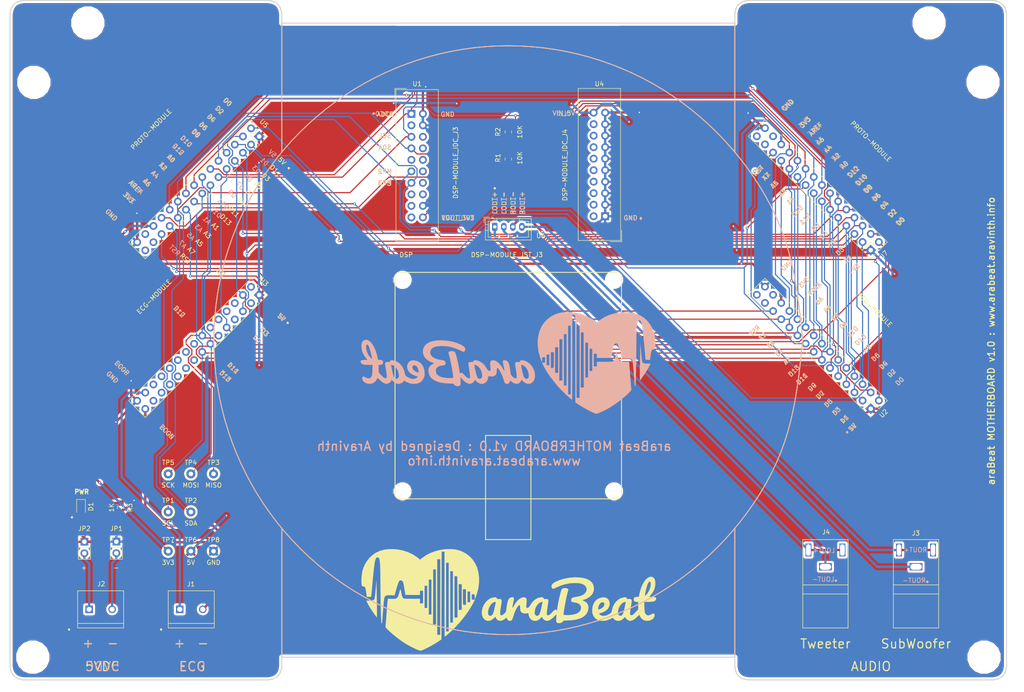
<source format=kicad_pcb>
(kicad_pcb (version 20171130) (host pcbnew "(5.0.1-3-g963ef8bb5)")
  (title_block (title "Designed by Aravinth") (date 2019-02-27) (rev v1.0) (company "araBeat : Motherboard v1.0") (comment 1 www.arabeat.aravinth.info))
  (layers (0 F.Cu signal) (31 B.Cu signal) (34 B.Paste user) (35 F.Paste user) (36 B.SilkS user) (37 F.SilkS user) (38 B.Mask user) (39 F.Mask user) (44 Edge.Cuts user))
  (net 0 "")
  (net 1 GND)
  (net 2 5V)
  (net 3 ECGN)
  (net 4 ECGP)
  (net 5 ROUT+)
  (net 6 ROUT-)
  (net 7 LOUT+)
  (net 8 LOUT-)
  (net 9 "Net-(R1-Pad1)")
  (net 10 A4)
  (net 11 A5)
  (net 12 D9)
  (net 13 D6)
  (net 14 D8)
  (net 15 3V3)
  (net 16 RST)
  (net 17 AREF)
  (net 18 A7)
  (net 19 A6)
  (net 20 A3)
  (net 21 A2)
  (net 22 A1)
  (net 23 A0)
  (net 24 D13)
  (net 25 D12)
  (net 26 D11)
  (net 27 D10)
  (net 28 D7)
  (net 29 D5)
  (net 30 D4)
  (net 31 D3)
  (net 32 D2)
  (net 33 D1)
  (net 34 D0)
  (net 35 "Net-(D1-Pad1)")
  (net 36 "Net-(J2-Pad1)")
  (net 37 "Net-(J2-Pad2)")
  (module ARABEAT:MOTHERBOARD-LOGO (layer B.Cu) (at 129.9845 95 180)
    (fp_text reference G*** hide)
    (fp_text value LOGO hide)
  )
  (module SWITCHCRAFT:PJRAN1X1U01X (layer F.Cu) (at 220 140)
    (fp_text reference J3 (at -0.036 -7.412 180) (layer F.SilkS))
    (fp_text value RCA_L_Female_Tweeter)
    (pad 3 thru_hole rect (at 3.75 -3.7) (size 1.3 2.8) (drill oval 1 2.5) (layers *.Cu *.Mask) (net 5 ROUT+))
    (pad 2 thru_hole rect (at -3.75 -3.7) (size 1.3 2.8) (drill oval 1 2.5) (layers *.Cu *.Mask) (net 5 ROUT+))
    (pad 1 thru_hole rect (at 0 0) (size 2.8 1.6) (drill oval 2.5 1.3) (layers *.Cu *.Mask) (net 6 ROUT-))
  )
  (module ARABEAT:MOTHERBOARD-SILKSCREEN-EDGECUT-MARK (layer F.Cu) (at 130 90)
    (fp_text reference MOTHERBOARD)
    (fp_text value MOTHERBOARD-SILKSCREEN-EDGECUT-MARK)
    (fp_line (start 108.246522 -74.732215) (end 108.353379 -74.687465) (layer Edge.Cuts) (width 0.2))
    (fp_line (start 108.137965 -74.772588) (end 108.246522 -74.732215) (layer Edge.Cuts) (width 0.2))
    (fp_line (start 108.027863 -74.808982) (end 108.137965 -74.772588) (layer Edge.Cuts) (width 0.2))
    (fp_line (start 107.916371 -74.841796) (end 108.027863 -74.808982) (layer Edge.Cuts) (width 0.2))
    (fp_line (start 107.803644 -74.871426) (end 107.916371 -74.841796) (layer Edge.Cuts) (width 0.2))
    (fp_line (start 109.992668 -72.023139) (end 109.992668 71.976742) (layer Edge.Cuts) (width 0.2))
    (fp_line (start -53.007599 -75.023133) (end -53.007599 -75.023133) (layer Edge.Cuts) (width 0.2))
    (fp_line (start -107.007406 -75.023133) (end -53.007599 -75.023133) (layer Edge.Cuts) (width 0.2))
    (fp_line (start -107.124467 -75.00465) (end -107.007406 -75.023133) (layer Edge.Cuts) (width 0.2))
    (fp_line (start -107.241374 -74.98577) (end -107.124467 -75.00465) (layer Edge.Cuts) (width 0.2))
    (fp_line (start -107.357971 -74.966093) (end -107.241374 -74.98577) (layer Edge.Cuts) (width 0.2))
    (fp_line (start -107.474106 -74.945223) (end -107.357971 -74.966093) (layer Edge.Cuts) (width 0.2))
    (fp_line (start -107.589622 -74.922762) (end -107.474106 -74.945223) (layer Edge.Cuts) (width 0.2))
    (fp_line (start -107.704367 -74.89831) (end -107.589622 -74.922762) (layer Edge.Cuts) (width 0.2))
    (fp_line (start -107.818185 -74.871472) (end -107.704367 -74.89831) (layer Edge.Cuts) (width 0.2))
    (fp_line (start -107.930921 -74.841848) (end -107.818185 -74.871472) (layer Edge.Cuts) (width 0.2))
    (fp_line (start -108.042422 -74.809042) (end -107.930921 -74.841848) (layer Edge.Cuts) (width 0.2))
    (fp_line (start -108.152533 -74.772654) (end -108.042422 -74.809042) (layer Edge.Cuts) (width 0.2))
    (fp_line (start -108.2611 -74.732287) (end -108.152533 -74.772654) (layer Edge.Cuts) (width 0.2))
    (fp_line (start -108.367967 -74.687544) (end -108.2611 -74.732287) (layer Edge.Cuts) (width 0.2))
    (fp_line (start -108.472982 -74.638026) (end -108.367967 -74.687544) (layer Edge.Cuts) (width 0.2))
    (fp_line (start -108.575986 -74.583352) (end -108.472982 -74.638026) (layer Edge.Cuts) (width 0.2))
    (fp_line (start -108.676774 -74.523465) (end -108.575986 -74.583352) (layer Edge.Cuts) (width 0.2))
    (fp_line (start -108.775098 -74.458607) (end -108.676774 -74.523465) (layer Edge.Cuts) (width 0.2))
    (fp_line (start -108.870707 -74.389027) (end -108.775098 -74.458607) (layer Edge.Cuts) (width 0.2))
    (fp_line (start -108.963349 -74.314976) (end -108.870707 -74.389027) (layer Edge.Cuts) (width 0.2))
    (fp_line (start -109.052775 -74.236706) (end -108.963349 -74.314976) (layer Edge.Cuts) (width 0.2))
    (fp_line (start -109.138733 -74.154466) (end -109.052775 -74.236706) (layer Edge.Cuts) (width 0.2))
    (fp_line (start -109.220973 -74.068508) (end -109.138733 -74.154466) (layer Edge.Cuts) (width 0.2))
    (fp_line (start -109.299243 -73.979083) (end -109.220973 -74.068508) (layer Edge.Cuts) (width 0.2))
    (fp_line (start -109.373294 -73.88644) (end -109.299243 -73.979083) (layer Edge.Cuts) (width 0.2))
    (fp_line (start -109.442874 -73.790831) (end -109.373294 -73.88644) (layer Edge.Cuts) (width 0.2))
    (fp_line (start -109.507732 -73.692507) (end -109.442874 -73.790831) (layer Edge.Cuts) (width 0.2))
    (fp_line (start -109.567618 -73.591719) (end -109.507732 -73.692507) (layer Edge.Cuts) (width 0.2))
    (fp_line (start -109.622292 -73.488715) (end -109.567618 -73.591719) (layer Edge.Cuts) (width 0.2))
    (fp_line (start -109.67181 -73.3837) (end -109.622292 -73.488715) (layer Edge.Cuts) (width 0.2))
    (fp_line (start -109.716554 -73.276833) (end -109.67181 -73.3837) (layer Edge.Cuts) (width 0.2))
    (fp_line (start -109.75692 -73.168266) (end -109.716554 -73.276833) (layer Edge.Cuts) (width 0.2))
    (fp_line (start -109.793308 -73.058155) (end -109.75692 -73.168266) (layer Edge.Cuts) (width 0.2))
    (fp_line (start -109.826115 -72.946654) (end -109.793308 -73.058155) (layer Edge.Cuts) (width 0.2))
    (fp_line (start -109.855739 -72.833917) (end -109.826115 -72.946654) (layer Edge.Cuts) (width 0.2))
    (fp_line (start -109.882577 -72.7201) (end -109.855739 -72.833917) (layer Edge.Cuts) (width 0.2))
    (fp_line (start -109.907028 -72.605355) (end -109.882577 -72.7201) (layer Edge.Cuts) (width 0.2))
    (fp_line (start -109.92949 -72.489839) (end -109.907028 -72.605355) (layer Edge.Cuts) (width 0.2))
    (fp_line (start -109.95036 -72.373704) (end -109.92949 -72.489839) (layer Edge.Cuts) (width 0.2))
    (fp_line (start -109.970037 -72.257107) (end -109.95036 -72.373704) (layer Edge.Cuts) (width 0.2))
    (fp_line (start -109.988917 -72.1402) (end -109.970037 -72.257107) (layer Edge.Cuts) (width 0.2))
    (fp_line (start -110.0074 -72.023139) (end -109.988917 -72.1402) (layer Edge.Cuts) (width 0.2))
    (fp_line (start -110.0074 71.976742) (end -110.0074 -72.023139) (layer Edge.Cuts) (width 0.2))
    (fp_line (start -109.988923 72.093804) (end -110.0074 71.976742) (layer Edge.Cuts) (width 0.2))
    (fp_line (start -109.970048 72.210711) (end -109.988923 72.093804) (layer Edge.Cuts) (width 0.2))
    (fp_line (start -109.950377 72.327309) (end -109.970048 72.210711) (layer Edge.Cuts) (width 0.2))
    (fp_line (start -109.929512 72.443443) (end -109.950377 72.327309) (layer Edge.Cuts) (width 0.2))
    (fp_line (start -109.907055 72.55896) (end -109.929512 72.443443) (layer Edge.Cuts) (width 0.2))
    (fp_line (start -109.882609 72.673704) (end -109.907055 72.55896) (layer Edge.Cuts) (width 0.2))
    (fp_line (start -109.855775 72.78752) (end -109.882609 72.673704) (layer Edge.Cuts) (width 0.2))
    (fp_line (start -109.826155 72.900256) (end -109.855775 72.78752) (layer Edge.Cuts) (width 0.2))
    (fp_line (start -109.793352 73.011755) (end -109.826155 72.900256) (layer Edge.Cuts) (width 0.2))
    (fp_line (start -109.756967 73.121864) (end -109.793352 73.011755) (layer Edge.Cuts) (width 0.2))
    (fp_line (start -109.716603 73.230428) (end -109.756967 73.121864) (layer Edge.Cuts) (width 0.2))
    (fp_line (start -109.671862 73.337293) (end -109.716603 73.230428) (layer Edge.Cuts) (width 0.2))
    (fp_line (start -109.622345 73.442303) (end -109.671862 73.337293) (layer Edge.Cuts) (width 0.2))
    (fp_line (start -109.567671 73.545303) (end -109.622345 73.442303) (layer Edge.Cuts) (width 0.2))
    (fp_line (start -109.507784 73.646086) (end -109.567671 73.545303) (layer Edge.Cuts) (width 0.2))
    (fp_line (start -109.442924 73.744405) (end -109.507784 73.646086) (layer Edge.Cuts) (width 0.2))
    (fp_line (start -109.373342 73.840007) (end -109.442924 73.744405) (layer Edge.Cuts) (width 0.2))
    (fp_line (start -109.299287 73.932643) (end -109.373342 73.840007) (layer Edge.Cuts) (width 0.2))
    (fp_line (start -109.221013 74.022061) (end -109.299287 73.932643) (layer Edge.Cuts) (width 0.2))
    (fp_line (start -109.138768 74.108011) (end -109.221013 74.022061) (layer Edge.Cuts) (width 0.2))
    (fp_line (start -109.052805 74.190243) (end -109.138768 74.108011) (layer Edge.Cuts) (width 0.2))
    (fp_line (start -108.963375 74.268505) (end -109.052805 74.190243) (layer Edge.Cuts) (width 0.2))
    (fp_line (start -108.870727 74.342547) (end -108.963375 74.268505) (layer Edge.Cuts) (width 0.2))
    (fp_line (start -108.775113 74.412118) (end -108.870727 74.342547) (layer Edge.Cuts) (width 0.2))
    (fp_line (start -108.676784 74.476967) (end -108.775113 74.412118) (layer Edge.Cuts) (width 0.2))
    (fp_line (start -108.575992 74.536844) (end -108.676784 74.476967) (layer Edge.Cuts) (width 0.2))
    (fp_line (start -108.472984 74.591508) (end -108.575992 74.536844) (layer Edge.Cuts) (width 0.2))
    (fp_line (start -108.367967 74.641017) (end -108.472984 74.591508) (layer Edge.Cuts) (width 0.2))
    (fp_line (start -108.261097 74.68575) (end -108.367967 74.641017) (layer Edge.Cuts) (width 0.2))
    (fp_line (start -108.152529 74.726107) (end -108.261097 74.68575) (layer Edge.Cuts) (width 0.2))
    (fp_line (start -108.042417 74.762484) (end -108.152529 74.726107) (layer Edge.Cuts) (width 0.2))
    (fp_line (start -107.930915 74.795281) (end -108.042417 74.762484) (layer Edge.Cuts) (width 0.2))
    (fp_line (start -107.818178 74.824894) (end -107.930915 74.795281) (layer Edge.Cuts) (width 0.2))
    (fp_line (start -107.704361 74.851723) (end -107.818178 74.824894) (layer Edge.Cuts) (width 0.2))
    (fp_line (start -107.589617 74.876163) (end -107.704361 74.851723) (layer Edge.Cuts) (width 0.2))
    (fp_line (start -107.474101 74.898614) (end -107.589617 74.876163) (layer Edge.Cuts) (width 0.2))
    (fp_line (start -107.357968 74.919474) (end -107.474101 74.898614) (layer Edge.Cuts) (width 0.2))
    (fp_line (start -107.241371 74.93914) (end -107.357968 74.919474) (layer Edge.Cuts) (width 0.2))
    (fp_line (start -107.124466 74.95801) (end -107.241371 74.93914) (layer Edge.Cuts) (width 0.2))
    (fp_line (start -107.007406 74.976482) (end -107.124466 74.95801) (layer Edge.Cuts) (width 0.2))
    (fp_line (start -53.007599 74.976482) (end -107.007406 74.976482) (layer Edge.Cuts) (width 0.2))
    (fp_line (start -52.890528 74.958013) (end -53.007599 74.976482) (layer Edge.Cuts) (width 0.2))
    (fp_line (start -52.773611 74.939146) (end -52.890528 74.958013) (layer Edge.Cuts) (width 0.2))
    (fp_line (start -52.657003 74.919484) (end -52.773611 74.939146) (layer Edge.Cuts) (width 0.2))
    (fp_line (start -52.540858 74.898628) (end -52.657003 74.919484) (layer Edge.Cuts) (width 0.2))
    (fp_line (start -52.42533 74.876181) (end -52.540858 74.898628) (layer Edge.Cuts) (width 0.2))
    (fp_line (start -52.310574 74.851744) (end -52.42533 74.876181) (layer Edge.Cuts) (width 0.2))
    (fp_line (start -52.196743 74.82492) (end -52.310574 74.851744) (layer Edge.Cuts) (width 0.2))
    (fp_line (start -52.083993 74.795312) (end -52.196743 74.82492) (layer Edge.Cuts) (width 0.2))
    (fp_line (start -51.972478 74.76252) (end -52.083993 74.795312) (layer Edge.Cuts) (width 0.2))
    (fp_line (start -51.862351 74.726148) (end -51.972478 74.76252) (layer Edge.Cuts) (width 0.2))
    (fp_line (start -51.753767 74.685797) (end -51.862351 74.726148) (layer Edge.Cuts) (width 0.2))
    (fp_line (start -51.646881 74.64107) (end -51.753767 74.685797) (layer Edge.Cuts) (width 0.2))
    (fp_line (start -51.541847 74.591569) (end -51.646881 74.64107) (layer Edge.Cuts) (width 0.2))
    (fp_line (start -51.438821 74.536913) (end -51.541847 74.591569) (layer Edge.Cuts) (width 0.2))
    (fp_line (start -51.338009 74.477044) (end -51.438821 74.536913) (layer Edge.Cuts) (width 0.2))
    (fp_line (start -51.239661 74.412202) (end -51.338009 74.477044) (layer Edge.Cuts) (width 0.2))
    (fp_line (start -51.144026 74.342638) (end -51.239661 74.412202) (layer Edge.Cuts) (width 0.2))
    (fp_line (start -51.051357 74.268603) (end -51.144026 74.342638) (layer Edge.Cuts) (width 0.2))
    (fp_line (start -50.961905 74.190347) (end -51.051357 74.268603) (layer Edge.Cuts) (width 0.2))
    (fp_line (start -50.87592 74.108121) (end -50.961905 74.190347) (layer Edge.Cuts) (width 0.2))
    (fp_line (start -50.793654 74.022175) (end -50.87592 74.108121) (layer Edge.Cuts) (width 0.2))
    (fp_line (start -50.715358 73.93276) (end -50.793654 74.022175) (layer Edge.Cuts) (width 0.2))
    (fp_line (start -50.641283 73.840127) (end -50.715358 73.93276) (layer Edge.Cuts) (width 0.2))
    (fp_line (start -50.571679 73.744527) (end -50.641283 73.840127) (layer Edge.Cuts) (width 0.2))
    (fp_line (start -50.506799 73.646209) (end -50.571679 73.744527) (layer Edge.Cuts) (width 0.2))
    (fp_line (start -50.446892 73.545424) (end -50.506799 73.646209) (layer Edge.Cuts) (width 0.2))
    (fp_line (start -50.3922 73.442422) (end -50.446892 73.545424) (layer Edge.Cuts) (width 0.2))
    (fp_line (start -50.342667 73.337408) (end -50.3922 73.442422) (layer Edge.Cuts) (width 0.2))
    (fp_line (start -50.29791 73.230538) (end -50.342667 73.337408) (layer Edge.Cuts) (width 0.2))
    (fp_line (start -50.257532 73.121968) (end -50.29791 73.230538) (layer Edge.Cuts) (width 0.2))
    (fp_line (start -50.221135 73.011851) (end -50.257532 73.121968) (layer Edge.Cuts) (width 0.2))
    (fp_line (start -50.18832 72.900344) (end -50.221135 73.011851) (layer Edge.Cuts) (width 0.2))
    (fp_line (start -50.15869 72.787599) (end -50.18832 72.900344) (layer Edge.Cuts) (width 0.2))
    (fp_line (start -50.131847 72.673772) (end -50.15869 72.787599) (layer Edge.Cuts) (width 0.2))
    (fp_line (start -50.107392 72.559018) (end -50.131847 72.673772) (layer Edge.Cuts) (width 0.2))
    (fp_line (start -50.084928 72.44349) (end -50.107392 72.559018) (layer Edge.Cuts) (width 0.2))
    (fp_line (start -50.064056 72.327344) (end -50.084928 72.44349) (layer Edge.Cuts) (width 0.2))
    (fp_line (start -50.044378 72.210735) (end -50.064056 72.327344) (layer Edge.Cuts) (width 0.2))
    (fp_line (start -50.025496 72.093816) (end -50.044378 72.210735) (layer Edge.Cuts) (width 0.2))
    (fp_line (start -50.007012 71.976742) (end -50.025496 72.093816) (layer Edge.Cuts) (width 0.2))
    (fp_line (start -50.007012 69.976915) (end -50.007012 71.976742) (layer Edge.Cuts) (width 0.2))
    (fp_line (start 49.992788 69.976915) (end -50.007012 69.976915) (layer Edge.Cuts) (width 0.2))
    (fp_line (start 49.992788 71.976742) (end 49.992788 69.976915) (layer Edge.Cuts) (width 0.2))
    (fp_line (start 50.011268 72.093795) (end 49.992788 71.976742) (layer Edge.Cuts) (width 0.2))
    (fp_line (start 50.030146 72.210694) (end 50.011268 72.093795) (layer Edge.Cuts) (width 0.2))
    (fp_line (start 50.04982 72.327284) (end 50.030146 72.210694) (layer Edge.Cuts) (width 0.2))
    (fp_line (start 50.070688 72.443411) (end 50.04982 72.327284) (layer Edge.Cuts) (width 0.2))
    (fp_line (start 50.093146 72.55892) (end 50.070688 72.443411) (layer Edge.Cuts) (width 0.2))
    (fp_line (start 50.117594 72.673656) (end 50.093146 72.55892) (layer Edge.Cuts) (width 0.2))
    (fp_line (start 50.144429 72.787466) (end 50.117594 72.673656) (layer Edge.Cuts) (width 0.2))
    (fp_line (start 50.174049 72.900195) (end 50.144429 72.787466) (layer Edge.Cuts) (width 0.2))
    (fp_line (start 50.206851 73.011688) (end 50.174049 72.900195) (layer Edge.Cuts) (width 0.2))
    (fp_line (start 50.243234 73.12179) (end 50.206851 73.011688) (layer Edge.Cuts) (width 0.2))
    (fp_line (start 50.283595 73.230348) (end 50.243234 73.12179) (layer Edge.Cuts) (width 0.2))
    (fp_line (start 50.328333 73.337207) (end 50.283595 73.230348) (layer Edge.Cuts) (width 0.2))
    (fp_line (start 50.377844 73.442213) (end 50.328333 73.337207) (layer Edge.Cuts) (width 0.2))
    (fp_line (start 50.432511 73.545208) (end 50.377844 73.442213) (layer Edge.Cuts) (width 0.2))
    (fp_line (start 50.49239 73.645987) (end 50.432511 73.545208) (layer Edge.Cuts) (width 0.2))
    (fp_line (start 50.557242 73.744302) (end 50.49239 73.645987) (layer Edge.Cuts) (width 0.2))
    (fp_line (start 50.626816 73.839902) (end 50.557242 73.744302) (layer Edge.Cuts) (width 0.2))
    (fp_line (start 50.70086 73.932536) (end 50.626816 73.839902) (layer Edge.Cuts) (width 0.2))
    (fp_line (start 50.779125 74.021953) (end 50.70086 73.932536) (layer Edge.Cuts) (width 0.2))
    (fp_line (start 50.861359 74.107903) (end 50.779125 74.021953) (layer Edge.Cuts) (width 0.2))
    (fp_line (start 50.947312 74.190135) (end 50.861359 74.107903) (layer Edge.Cuts) (width 0.2))
    (fp_line (start 51.036732 74.268399) (end 50.947312 74.190135) (layer Edge.Cuts) (width 0.2))
    (fp_line (start 51.129369 74.342443) (end 51.036732 74.268399) (layer Edge.Cuts) (width 0.2))
    (fp_line (start 51.224972 74.412017) (end 51.129369 74.342443) (layer Edge.Cuts) (width 0.2))
    (fp_line (start 51.32329 74.47687) (end 51.224972 74.412017) (layer Edge.Cuts) (width 0.2))
    (fp_line (start 51.424072 74.536752) (end 51.32329 74.47687) (layer Edge.Cuts) (width 0.2))
    (fp_line (start 51.52707 74.591423) (end 51.424072 74.536752) (layer Edge.Cuts) (width 0.2))
    (fp_line (start 51.632077 74.640938) (end 51.52707 74.591423) (layer Edge.Cuts) (width 0.2))
    (fp_line (start 51.738937 74.685678) (end 51.632077 74.640938) (layer Edge.Cuts) (width 0.2))
    (fp_line (start 51.847496 74.726041) (end 51.738937 74.685678) (layer Edge.Cuts) (width 0.2))
    (fp_line (start 51.957598 74.762425) (end 51.847496 74.726041) (layer Edge.Cuts) (width 0.2))
    (fp_line (start 52.069091 74.795228) (end 51.957598 74.762425) (layer Edge.Cuts) (width 0.2))
    (fp_line (start 52.181818 74.824848) (end 52.069091 74.795228) (layer Edge.Cuts) (width 0.2))
    (fp_line (start 52.295627 74.851683) (end 52.181818 74.824848) (layer Edge.Cuts) (width 0.2))
    (fp_line (start 52.410362 74.87613) (end 52.295627 74.851683) (layer Edge.Cuts) (width 0.2))
    (fp_line (start 52.525868 74.898588) (end 52.410362 74.87613) (layer Edge.Cuts) (width 0.2))
    (fp_line (start 52.641993 74.919454) (end 52.525868 74.898588) (layer Edge.Cuts) (width 0.2))
    (fp_line (start 52.758581 74.939127) (end 52.641993 74.919454) (layer Edge.Cuts) (width 0.2))
    (fp_line (start 52.875477 74.958003) (end 52.758581 74.939127) (layer Edge.Cuts) (width 0.2))
    (fp_line (start 52.992528 74.976482) (end 52.875477 74.958003) (layer Edge.Cuts) (width 0.2))
    (fp_line (start 106.992928 74.976482) (end 52.992528 74.976482) (layer Edge.Cuts) (width 0.2))
    (fp_line (start 107.109979 74.958003) (end 106.992928 74.976482) (layer Edge.Cuts) (width 0.2))
    (fp_line (start 107.226875 74.939127) (end 107.109979 74.958003) (layer Edge.Cuts) (width 0.2))
    (fp_line (start 107.343463 74.919454) (end 107.226875 74.939127) (layer Edge.Cuts) (width 0.2))
    (fp_line (start 107.459588 74.898588) (end 107.343463 74.919454) (layer Edge.Cuts) (width 0.2))
    (fp_line (start 107.575094 74.87613) (end 107.459588 74.898588) (layer Edge.Cuts) (width 0.2))
    (fp_line (start 107.689829 74.851683) (end 107.575094 74.87613) (layer Edge.Cuts) (width 0.2))
    (fp_line (start 107.803638 74.824848) (end 107.689829 74.851683) (layer Edge.Cuts) (width 0.2))
    (fp_line (start 107.916365 74.795228) (end 107.803638 74.824848) (layer Edge.Cuts) (width 0.2))
    (fp_line (start 108.027858 74.762425) (end 107.916365 74.795228) (layer Edge.Cuts) (width 0.2))
    (fp_line (start 108.13796 74.726041) (end 108.027858 74.762425) (layer Edge.Cuts) (width 0.2))
    (fp_line (start 108.246519 74.685678) (end 108.13796 74.726041) (layer Edge.Cuts) (width 0.2))
    (fp_line (start 108.353379 74.640938) (end 108.246519 74.685678) (layer Edge.Cuts) (width 0.2))
    (fp_line (start 108.458386 74.591423) (end 108.353379 74.640938) (layer Edge.Cuts) (width 0.2))
    (fp_line (start 108.561384 74.536752) (end 108.458386 74.591423) (layer Edge.Cuts) (width 0.2))
    (fp_line (start 108.662166 74.47687) (end 108.561384 74.536752) (layer Edge.Cuts) (width 0.2))
    (fp_line (start 108.760484 74.412017) (end 108.662166 74.47687) (layer Edge.Cuts) (width 0.2))
    (fp_line (start 108.856087 74.342443) (end 108.760484 74.412017) (layer Edge.Cuts) (width 0.2))
    (fp_line (start 108.948724 74.268399) (end 108.856087 74.342443) (layer Edge.Cuts) (width 0.2))
    (fp_line (start 109.038144 74.190135) (end 108.948724 74.268399) (layer Edge.Cuts) (width 0.2))
    (fp_line (start 109.124097 74.107903) (end 109.038144 74.190135) (layer Edge.Cuts) (width 0.2))
    (fp_line (start 109.206331 74.021953) (end 109.124097 74.107903) (layer Edge.Cuts) (width 0.2))
    (fp_line (start 109.284596 73.932536) (end 109.206331 74.021953) (layer Edge.Cuts) (width 0.2))
    (fp_line (start 109.35864 73.839902) (end 109.284596 73.932536) (layer Edge.Cuts) (width 0.2))
    (fp_line (start 109.428214 73.744302) (end 109.35864 73.839902) (layer Edge.Cuts) (width 0.2))
    (fp_line (start 109.493066 73.645987) (end 109.428214 73.744302) (layer Edge.Cuts) (width 0.2))
    (fp_line (start 109.552945 73.545208) (end 109.493066 73.645987) (layer Edge.Cuts) (width 0.2))
    (fp_line (start 109.607612 73.442213) (end 109.552945 73.545208) (layer Edge.Cuts) (width 0.2))
    (fp_line (start 109.657123 73.337207) (end 109.607612 73.442213) (layer Edge.Cuts) (width 0.2))
    (fp_line (start 109.701861 73.230348) (end 109.657123 73.337207) (layer Edge.Cuts) (width 0.2))
    (fp_line (start 109.742222 73.12179) (end 109.701861 73.230348) (layer Edge.Cuts) (width 0.2))
    (fp_line (start 109.778605 73.011688) (end 109.742222 73.12179) (layer Edge.Cuts) (width 0.2))
    (fp_line (start 109.811407 72.900195) (end 109.778605 73.011688) (layer Edge.Cuts) (width 0.2))
    (fp_line (start 109.841027 72.787466) (end 109.811407 72.900195) (layer Edge.Cuts) (width 0.2))
    (fp_line (start 109.867862 72.673656) (end 109.841027 72.787466) (layer Edge.Cuts) (width 0.2))
    (fp_line (start 109.89231 72.55892) (end 109.867862 72.673656) (layer Edge.Cuts) (width 0.2))
    (fp_line (start 109.914768 72.443411) (end 109.89231 72.55892) (layer Edge.Cuts) (width 0.2))
    (fp_line (start 109.935636 72.327284) (end 109.914768 72.443411) (layer Edge.Cuts) (width 0.2))
    (fp_line (start 109.95531 72.210694) (end 109.935636 72.327284) (layer Edge.Cuts) (width 0.2))
    (fp_line (start 109.974188 72.093795) (end 109.95531 72.210694) (layer Edge.Cuts) (width 0.2))
    (fp_line (start 109.992668 71.976742) (end 109.974188 72.093795) (layer Edge.Cuts) (width 0.2))
    (fp_line (start -51.338019 -74.523542) (end -51.239675 -74.458691) (layer Edge.Cuts) (width 0.2))
    (fp_line (start -51.438827 -74.583421) (end -51.338019 -74.523542) (layer Edge.Cuts) (width 0.2))
    (fp_line (start -51.541849 -74.638087) (end -51.438827 -74.583421) (layer Edge.Cuts) (width 0.2))
    (fp_line (start -50.297959 -73.276942) (end -50.257579 -73.168369) (layer Edge.Cuts) (width 0.2))
    (fp_line (start -50.342718 -73.383815) (end -50.297959 -73.276942) (layer Edge.Cuts) (width 0.2))
    (fp_line (start -50.392253 -73.488833) (end -50.342718 -73.383815) (layer Edge.Cuts) (width 0.2))
    (fp_line (start -50.446945 -73.59184) (end -50.392253 -73.488833) (layer Edge.Cuts) (width 0.2))
    (fp_line (start -50.506851 -73.692629) (end -50.446945 -73.59184) (layer Edge.Cuts) (width 0.2))
    (fp_line (start -50.57173 -73.790953) (end -50.506851 -73.692629) (layer Edge.Cuts) (width 0.2))
    (fp_line (start -50.64133 -73.88656) (end -50.57173 -73.790953) (layer Edge.Cuts) (width 0.2))
    (fp_line (start -50.715402 -73.9792) (end -50.64133 -73.88656) (layer Edge.Cuts) (width 0.2))
    (fp_line (start -50.793694 -74.068622) (end -50.715402 -73.9792) (layer Edge.Cuts) (width 0.2))
    (fp_line (start -50.875956 -74.154576) (end -50.793694 -74.068622) (layer Edge.Cuts) (width 0.2))
    (fp_line (start -50.961935 -74.23681) (end -50.875956 -74.154576) (layer Edge.Cuts) (width 0.2))
    (fp_line (start -51.051383 -74.315074) (end -50.961935 -74.23681) (layer Edge.Cuts) (width 0.2))
    (fp_line (start -51.144046 -74.389118) (end -51.051383 -74.315074) (layer Edge.Cuts) (width 0.2))
    (fp_line (start -51.239675 -74.458691) (end -51.144046 -74.389118) (layer Edge.Cuts) (width 0.2))
    (fp_line (start -51.646881 -74.687598) (end -51.541849 -74.638087) (layer Edge.Cuts) (width 0.2))
    (fp_line (start -51.753764 -74.732334) (end -51.646881 -74.687598) (layer Edge.Cuts) (width 0.2))
    (fp_line (start -51.862346 -74.772695) (end -51.753764 -74.732334) (layer Edge.Cuts) (width 0.2))
    (fp_line (start -51.972472 -74.809077) (end -51.862346 -74.772695) (layer Edge.Cuts) (width 0.2))
    (fp_line (start -52.083987 -74.841879) (end -51.972472 -74.809077) (layer Edge.Cuts) (width 0.2))
    (fp_line (start -52.196737 -74.871498) (end -52.083987 -74.841879) (layer Edge.Cuts) (width 0.2))
    (fp_line (start -52.310568 -74.898332) (end -52.196737 -74.871498) (layer Edge.Cuts) (width 0.2))
    (fp_line (start -52.425324 -74.922779) (end -52.310568 -74.898332) (layer Edge.Cuts) (width 0.2))
    (fp_line (start -52.540853 -74.945237) (end -52.425324 -74.922779) (layer Edge.Cuts) (width 0.2))
    (fp_line (start -53.007599 -75.023133) (end -52.890527 -75.004654) (layer Edge.Cuts) (width 0.2))
    (fp_line (start 109.778561 -73.058087) (end 109.811367 -72.946593) (layer Edge.Cuts) (width 0.2))
    (fp_line (start 109.742175 -73.168192) (end 109.778561 -73.058087) (layer Edge.Cuts) (width 0.2))
    (fp_line (start 109.701812 -73.276752) (end 109.742175 -73.168192) (layer Edge.Cuts) (width 0.2))
    (fp_line (start 109.657072 -73.383614) (end 109.701812 -73.276752) (layer Edge.Cuts) (width 0.2))
    (fp_line (start 109.607559 -73.488624) (end 109.657072 -73.383614) (layer Edge.Cuts) (width 0.2))
    (fp_line (start 109.552892 -73.591623) (end 109.607559 -73.488624) (layer Edge.Cuts) (width 0.2))
    (fp_line (start 109.493013 -73.692408) (end 109.552892 -73.591623) (layer Edge.Cuts) (width 0.2))
    (fp_line (start 109.428163 -73.790729) (end 109.493013 -73.692408) (layer Edge.Cuts) (width 0.2))
    (fp_line (start 109.358592 -73.886335) (end 109.428163 -73.790729) (layer Edge.Cuts) (width 0.2))
    (fp_line (start 109.284551 -73.978975) (end 109.358592 -73.886335) (layer Edge.Cuts) (width 0.2))
    (fp_line (start 109.206291 -74.0684) (end 109.284551 -73.978975) (layer Edge.Cuts) (width 0.2))
    (fp_line (start 109.124061 -74.154358) (end 109.206291 -74.0684) (layer Edge.Cuts) (width 0.2))
    (fp_line (start 109.038114 -74.236598) (end 109.124061 -74.154358) (layer Edge.Cuts) (width 0.2))
    (fp_line (start 108.948699 -74.31487) (end 109.038114 -74.236598) (layer Edge.Cuts) (width 0.2))
    (fp_line (start 108.856067 -74.388923) (end 108.948699 -74.31487) (layer Edge.Cuts) (width 0.2))
    (fp_line (start 108.760469 -74.458506) (end 108.856067 -74.388923) (layer Edge.Cuts) (width 0.2))
    (fp_line (start 108.662156 -74.523369) (end 108.760469 -74.458506) (layer Edge.Cuts) (width 0.2))
    (fp_line (start 52.295621 -74.898271) (end 52.410356 -74.922729) (layer Edge.Cuts) (width 0.2))
    (fp_line (start 52.181812 -74.871426) (end 52.295621 -74.898271) (layer Edge.Cuts) (width 0.2))
    (fp_line (start 52.069085 -74.841796) (end 52.181812 -74.871426) (layer Edge.Cuts) (width 0.2))
    (fp_line (start 51.957593 -74.808982) (end 52.069085 -74.841796) (layer Edge.Cuts) (width 0.2))
    (fp_line (start 51.847491 -74.772588) (end 51.957593 -74.808982) (layer Edge.Cuts) (width 0.2))
    (fp_line (start 51.738934 -74.732215) (end 51.847491 -74.772588) (layer Edge.Cuts) (width 0.2))
    (fp_line (start 51.632077 -74.687465) (end 51.738934 -74.732215) (layer Edge.Cuts) (width 0.2))
    (fp_line (start 51.527072 -74.637941) (end 51.632077 -74.687465) (layer Edge.Cuts) (width 0.2))
    (fp_line (start -52.656999 -74.966103) (end -52.540853 -74.945237) (layer Edge.Cuts) (width 0.2))
    (fp_line (start -52.773609 -74.985776) (end -52.656999 -74.966103) (layer Edge.Cuts) (width 0.2))
    (fp_line (start -52.890527 -75.004654) (end -52.773609 -74.985776) (layer Edge.Cuts) (width 0.2))
    (fp_line (start 51.424078 -74.58326) (end 51.527072 -74.637941) (layer Edge.Cuts) (width 0.2))
    (fp_line (start 51.3233 -74.523369) (end 51.424078 -74.58326) (layer Edge.Cuts) (width 0.2))
    (fp_line (start 51.224987 -74.458506) (end 51.3233 -74.523369) (layer Edge.Cuts) (width 0.2))
    (fp_line (start 51.129389 -74.388923) (end 51.224987 -74.458506) (layer Edge.Cuts) (width 0.2))
    (fp_line (start 51.036757 -74.31487) (end 51.129389 -74.388923) (layer Edge.Cuts) (width 0.2))
    (fp_line (start 50.947342 -74.236598) (end 51.036757 -74.31487) (layer Edge.Cuts) (width 0.2))
    (fp_line (start 50.861395 -74.154358) (end 50.947342 -74.236598) (layer Edge.Cuts) (width 0.2))
    (fp_line (start 50.779165 -74.0684) (end 50.861395 -74.154358) (layer Edge.Cuts) (width 0.2))
    (fp_line (start 50.700905 -73.978975) (end 50.779165 -74.0684) (layer Edge.Cuts) (width 0.2))
    (fp_line (start 50.626864 -73.886335) (end 50.700905 -73.978975) (layer Edge.Cuts) (width 0.2))
    (fp_line (start 50.557293 -73.790729) (end 50.626864 -73.886335) (layer Edge.Cuts) (width 0.2))
    (fp_line (start 50.492443 -73.692408) (end 50.557293 -73.790729) (layer Edge.Cuts) (width 0.2))
    (fp_line (start 50.432564 -73.591623) (end 50.492443 -73.692408) (layer Edge.Cuts) (width 0.2))
    (fp_line (start 50.377897 -73.488624) (end 50.432564 -73.591623) (layer Edge.Cuts) (width 0.2))
    (fp_line (start 50.328384 -73.383614) (end 50.377897 -73.488624) (layer Edge.Cuts) (width 0.2))
    (fp_line (start 50.283644 -73.276752) (end 50.328384 -73.383614) (layer Edge.Cuts) (width 0.2))
    (fp_line (start 50.243281 -73.168192) (end 50.283644 -73.276752) (layer Edge.Cuts) (width 0.2))
    (fp_line (start 50.206895 -73.058087) (end 50.243281 -73.168192) (layer Edge.Cuts) (width 0.2))
    (fp_line (start 50.174089 -72.946593) (end 50.206895 -73.058087) (layer Edge.Cuts) (width 0.2))
    (fp_line (start 50.144465 -72.833863) (end 50.174089 -72.946593) (layer Edge.Cuts) (width 0.2))
    (fp_line (start 50.117626 -72.720053) (end 50.144465 -72.833863) (layer Edge.Cuts) (width 0.2))
    (fp_line (start 50.093173 -72.605316) (end 50.117626 -72.720053) (layer Edge.Cuts) (width 0.2))
    (fp_line (start 50.070709 -72.489807) (end 50.093173 -72.605316) (layer Edge.Cuts) (width 0.2))
    (fp_line (start 50.049837 -72.37368) (end 50.070709 -72.489807) (layer Edge.Cuts) (width 0.2))
    (fp_line (start 50.030158 -72.257091) (end 50.049837 -72.37368) (layer Edge.Cuts) (width 0.2))
    (fp_line (start 50.011274 -72.140192) (end 50.030158 -72.257091) (layer Edge.Cuts) (width 0.2))
    (fp_line (start 49.992788 -72.023139) (end 50.011274 -72.140192) (layer Edge.Cuts) (width 0.2))
    (fp_line (start 49.992788 -70.023143) (end 49.992788 -72.023139) (layer Edge.Cuts) (width 0.2))
    (fp_line (start -50.007012 -70.023143) (end 49.992788 -70.023143) (layer Edge.Cuts) (width 0.2))
    (fp_line (start -50.007012 -72.023139) (end -50.007012 -70.023143) (layer Edge.Cuts) (width 0.2))
    (fp_line (start -50.025501 -72.140212) (end -50.007012 -72.023139) (layer Edge.Cuts) (width 0.2))
    (fp_line (start -50.044389 -72.257131) (end -50.025501 -72.140212) (layer Edge.Cuts) (width 0.2))
    (fp_line (start -50.064072 -72.37374) (end -50.044389 -72.257131) (layer Edge.Cuts) (width 0.2))
    (fp_line (start -50.084949 -72.489886) (end -50.064072 -72.37374) (layer Edge.Cuts) (width 0.2))
    (fp_line (start -50.107419 -72.605414) (end -50.084949 -72.489886) (layer Edge.Cuts) (width 0.2))
    (fp_line (start -50.131879 -72.720168) (end -50.107419 -72.605414) (layer Edge.Cuts) (width 0.2))
    (fp_line (start -50.158726 -72.833996) (end -50.131879 -72.720168) (layer Edge.Cuts) (width 0.2))
    (fp_line (start -50.18836 -72.946742) (end -50.158726 -72.833996) (layer Edge.Cuts) (width 0.2))
    (fp_line (start -50.221178 -73.058251) (end -50.18836 -72.946742) (layer Edge.Cuts) (width 0.2))
    (fp_line (start -50.257579 -73.168369) (end -50.221178 -73.058251) (layer Edge.Cuts) (width 0.2))
    (fp_line (start 107.689835 -74.898271) (end 107.803644 -74.871426) (layer Edge.Cuts) (width 0.2))
    (fp_line (start 107.5751 -74.922729) (end 107.689835 -74.898271) (layer Edge.Cuts) (width 0.2))
    (fp_line (start 107.459592 -74.945197) (end 107.5751 -74.922729) (layer Edge.Cuts) (width 0.2))
    (fp_line (start 107.343467 -74.966073) (end 107.459592 -74.945197) (layer Edge.Cuts) (width 0.2))
    (fp_line (start 107.226878 -74.985756) (end 107.343467 -74.966073) (layer Edge.Cuts) (width 0.2))
    (fp_line (start 107.10998 -75.004644) (end 107.226878 -74.985756) (layer Edge.Cuts) (width 0.2))
    (fp_line (start 106.992928 -75.023133) (end 107.10998 -75.004644) (layer Edge.Cuts) (width 0.2))
    (fp_line (start 52.992528 -75.023133) (end 106.992928 -75.023133) (layer Edge.Cuts) (width 0.2))
    (fp_line (start 52.875476 -75.004644) (end 52.992528 -75.023133) (layer Edge.Cuts) (width 0.2))
    (fp_line (start 52.758578 -74.985756) (end 52.875476 -75.004644) (layer Edge.Cuts) (width 0.2))
    (fp_line (start 52.641989 -74.966073) (end 52.758578 -74.985756) (layer Edge.Cuts) (width 0.2))
    (fp_line (start 52.525864 -74.945197) (end 52.641989 -74.966073) (layer Edge.Cuts) (width 0.2))
    (fp_line (start 52.410356 -74.922729) (end 52.525864 -74.945197) (layer Edge.Cuts) (width 0.2))
    (fp_line (start 109.974182 -72.140192) (end 109.992668 -72.023139) (layer Edge.Cuts) (width 0.2))
    (fp_line (start 109.955298 -72.257091) (end 109.974182 -72.140192) (layer Edge.Cuts) (width 0.2))
    (fp_line (start 109.935619 -72.37368) (end 109.955298 -72.257091) (layer Edge.Cuts) (width 0.2))
    (fp_line (start 109.914747 -72.489807) (end 109.935619 -72.37368) (layer Edge.Cuts) (width 0.2))
    (fp_line (start 109.892283 -72.605316) (end 109.914747 -72.489807) (layer Edge.Cuts) (width 0.2))
    (fp_line (start 109.86783 -72.720053) (end 109.892283 -72.605316) (layer Edge.Cuts) (width 0.2))
    (fp_line (start 109.840991 -72.833863) (end 109.86783 -72.720053) (layer Edge.Cuts) (width 0.2))
    (fp_line (start 109.811367 -72.946593) (end 109.840991 -72.833863) (layer Edge.Cuts) (width 0.2))
    (fp_line (start 108.561378 -74.58326) (end 108.662156 -74.523369) (layer Edge.Cuts) (width 0.2))
    (fp_line (start 108.458384 -74.637941) (end 108.561378 -74.58326) (layer Edge.Cuts) (width 0.2))
    (fp_line (start 108.353379 -74.687465) (end 108.458384 -74.637941) (layer Edge.Cuts) (width 0.2))
    (pad "" np_thru_hole circle (at -104.9782 69.9516) (size 6.35 6.35) (drill 6.35) (layers *.Cu *.Mask))
    (pad "" np_thru_hole circle (at 105.029 69.9516) (size 6.35 6.35) (drill 6.35) (layers *.Cu *.Mask))
    (pad "" np_thru_hole circle (at 104.8004 -56.9722) (size 6.35 6.35) (drill 6.35) (layers *.Cu *.Mask))
    (pad "" np_thru_hole circle (at 92.8878 -70.0532) (size 6.35 6.35) (drill 6.35) (layers *.Cu *.Mask))
    (pad "" np_thru_hole circle (at -104.7496 -56.9468) (size 6.35 6.35) (drill 6.35) (layers *.Cu *.Mask))
    (pad "" np_thru_hole circle (at -92.837 -70.0532) (size 6.35 6.35) (drill 6.35) (layers *.Cu *.Mask))
  )
  (module Connector_JST:JST_PH_B4B-PH-K_1x04_P2.00mm_Vertical (layer F.Cu) (at 127 64.946)
    (fp_text reference U6 (at 10.1755 1.9812) (layer F.SilkS))
    (fp_text value DSP-MODULE_JST_J3 (at 2.6825 6.174) (layer F.SilkS))
    (pad 4 thru_hole oval (at 6 0) (size 1.2 1.75) (drill 0.75) (layers *.Cu *.Mask) (net 5 ROUT+))
    (pad 3 thru_hole oval (at 4 0) (size 1.2 1.75) (drill 0.75) (layers *.Cu *.Mask) (net 6 ROUT-))
    (pad 2 thru_hole oval (at 2 0) (size 1.2 1.75) (drill 0.75) (layers *.Cu *.Mask) (net 8 LOUT-))
    (pad 1 thru_hole roundrect (at 0 0) (size 1.2 1.75) (drill 0.75) (layers *.Cu *.Mask) (roundrect_rratio 0.208333) (net 7 LOUT+))
  )
  (module ARABEAT:WONDOM-DSP (layer F.Cu) (at 129.984 100)
    (fp_text reference DSP (at -22.542 -28.88) (layer F.SilkS))
    (fp_text value WONDOM-DSP)
    (pad "" np_thru_hole circle (at 23.368 23.3426) (size 3 3) (drill 3) (layers *.Cu *.Mask))
    (pad "" np_thru_hole circle (at -23.3426 23.3426) (size 3 3) (drill 3) (layers *.Cu *.Mask))
    (pad "" np_thru_hole circle (at -23.3426 -23.3426) (size 3 3) (drill 3) (layers *.Cu *.Mask))
    (pad "" np_thru_hole circle (at 23.368 -23.368) (size 3 3) (drill 3) (layers *.Cu *.Mask))
  )
  (module LED_SMD:LED_0805_2012Metric_Pad1.15x1.40mm_HandSolder (layer F.Cu) (at 35.665 126.994 270)
    (fp_text reference D1 (at -0.2482 -2.181 270) (layer F.SilkS))
    (fp_text value GREEN_PWR_LED)
    (pad 1 smd roundrect (at -1.025 0 270) (size 1.15 1.4) (layers F.Cu F.Paste F.Mask) (roundrect_rratio 0.217391) (net 35 "Net-(D1-Pad1)"))
    (pad 2 smd roundrect (at 1.025 0 270) (size 1.15 1.4) (layers F.Cu F.Paste F.Mask) (roundrect_rratio 0.217391) (net 2 5V))
  )
  (module TE-CONNECTIVITY:282837-2 (layer F.Cu) (at 60 149.4)
    (fp_text reference J1 (at -0.056 -5.5626) (layer F.SilkS))
    (fp_text value 01x02_Screw_ECG)
    (pad 2 thru_hole circle (at 2.54 0) (size 1.65 1.65) (drill 1.1) (layers *.Cu *.Mask) (net 3 ECGN))
    (pad 1 thru_hole rect (at -2.54 0) (size 1.65 1.65) (drill 1.1) (layers *.Cu *.Mask) (net 4 ECGP))
  )
  (module TE-CONNECTIVITY:282837-2 (layer F.Cu) (at 40 149.4)
    (fp_text reference J2 (at 0.132 -5.61495) (layer F.SilkS))
    (fp_text value 01x02_Screw_5VDC_IN)
    (pad 1 thru_hole rect (at -2.54 0) (size 1.65 1.65) (drill 1.1) (layers *.Cu *.Mask) (net 36 "Net-(J2-Pad1)"))
    (pad 2 thru_hole circle (at 2.54 0) (size 1.65 1.65) (drill 1.1) (layers *.Cu *.Mask) (net 37 "Net-(J2-Pad2)"))
  )
  (module Resistor_SMD:R_0805_2012Metric_Pad1.15x1.40mm_HandSolder (layer F.Cu) (at 130 50 90)
    (fp_text reference R1 (at 0.253999 -2.286 90) (layer F.SilkS))
    (fp_text value 10K (at 0.254 2.54 90) (layer F.SilkS))
    (pad 1 smd roundrect (at -1.025 0 90) (size 1.15 1.4) (layers F.Cu F.Paste F.Mask) (roundrect_rratio 0.217391) (net 9 "Net-(R1-Pad1)"))
    (pad 2 smd roundrect (at 1.025 0 90) (size 1.15 1.4) (layers F.Cu F.Paste F.Mask) (roundrect_rratio 0.217391) (net 10 A4))
  )
  (module Resistor_SMD:R_0805_2012Metric_Pad1.15x1.40mm_HandSolder (layer F.Cu) (at 130 44 90)
    (fp_text reference R2 (at 0 -2.286 90) (layer F.SilkS))
    (fp_text value 10K (at 0.000001 2.54 90) (layer F.SilkS))
    (pad 2 smd roundrect (at 1.025 0 90) (size 1.15 1.4) (layers F.Cu F.Paste F.Mask) (roundrect_rratio 0.217391) (net 11 A5))
    (pad 1 smd roundrect (at -1.025 0 90) (size 1.15 1.4) (layers F.Cu F.Paste F.Mask) (roundrect_rratio 0.217391) (net 9 "Net-(R1-Pad1)"))
  )
  (module Connector_IDC:IDC-Header_2x10_P2.54mm_Vertical (layer F.Cu) (at 108.6 40.001)
    (fp_text reference U1 (at 1.27 -6.604) (layer F.SilkS))
    (fp_text value DSP-MODULE_IDC_J3 (at 9.764 10.799 90) (layer F.SilkS))
    (pad 1 thru_hole rect (at 0 0) (size 1.7272 1.7272) (drill 1.016) (layers *.Cu *.Mask) (net 12 D9))
    (pad 2 thru_hole oval (at 2.54 0) (size 1.7272 1.7272) (drill 1.016) (layers *.Cu *.Mask) (net 1 GND))
    (pad 3 thru_hole oval (at 0 2.54) (size 1.7272 1.7272) (drill 1.016) (layers *.Cu *.Mask))
    (pad 4 thru_hole oval (at 2.54 2.54) (size 1.7272 1.7272) (drill 1.016) (layers *.Cu *.Mask) (net 1 GND))
    (pad 5 thru_hole oval (at 0 5.08) (size 1.7272 1.7272) (drill 1.016) (layers *.Cu *.Mask) (net 11 A5))
    (pad 6 thru_hole oval (at 2.54 5.08) (size 1.7272 1.7272) (drill 1.016) (layers *.Cu *.Mask))
    (pad 7 thru_hole oval (at 0 7.62) (size 1.7272 1.7272) (drill 1.016) (layers *.Cu *.Mask) (net 10 A4))
    (pad 8 thru_hole oval (at 2.54 7.62) (size 1.7272 1.7272) (drill 1.016) (layers *.Cu *.Mask))
    (pad 9 thru_hole oval (at 0 10.16) (size 1.7272 1.7272) (drill 1.016) (layers *.Cu *.Mask))
    (pad 10 thru_hole oval (at 2.54 10.16) (size 1.7272 1.7272) (drill 1.016) (layers *.Cu *.Mask))
    (pad 11 thru_hole oval (at 0 12.7) (size 1.7272 1.7272) (drill 1.016) (layers *.Cu *.Mask) (net 13 D6))
    (pad 12 thru_hole oval (at 2.54 12.7) (size 1.7272 1.7272) (drill 1.016) (layers *.Cu *.Mask))
    (pad 13 thru_hole oval (at 0 15.24) (size 1.7272 1.7272) (drill 1.016) (layers *.Cu *.Mask) (net 14 D8))
    (pad 14 thru_hole oval (at 2.54 15.24) (size 1.7272 1.7272) (drill 1.016) (layers *.Cu *.Mask))
    (pad 15 thru_hole oval (at 0 17.78) (size 1.7272 1.7272) (drill 1.016) (layers *.Cu *.Mask))
    (pad 16 thru_hole oval (at 2.54 17.78) (size 1.7272 1.7272) (drill 1.016) (layers *.Cu *.Mask))
    (pad 17 thru_hole oval (at 0 20.32) (size 1.7272 1.7272) (drill 1.016) (layers *.Cu *.Mask))
    (pad 18 thru_hole oval (at 2.54 20.32) (size 1.7272 1.7272) (drill 1.016) (layers *.Cu *.Mask) (net 1 GND))
    (pad 19 thru_hole oval (at 0 22.86) (size 1.7272 1.7272) (drill 1.016) (layers *.Cu *.Mask))
    (pad 20 thru_hole oval (at 2.54 22.86) (size 1.7272 1.7272) (drill 1.016) (layers *.Cu *.Mask) (net 9 "Net-(R1-Pad1)"))
  )
  (module Connector_IDC:IDC-Header_2x10_P2.54mm_Vertical (layer F.Cu) (at 151.37 62.611 180)
    (fp_text reference U4 (at 1.27 29.21 180) (layer F.SilkS))
    (fp_text value DSP-MODULE_IDC_J4 (at 8.876 11.303 270) (layer F.SilkS))
    (pad 20 thru_hole oval (at 2.54 22.86 180) (size 1.7272 1.7272) (drill 1.016) (layers *.Cu *.Mask) (net 2 5V))
    (pad 19 thru_hole oval (at 0 22.86 180) (size 1.7272 1.7272) (drill 1.016) (layers *.Cu *.Mask) (net 1 GND))
    (pad 18 thru_hole oval (at 2.54 20.32 180) (size 1.7272 1.7272) (drill 1.016) (layers *.Cu *.Mask))
    (pad 17 thru_hole oval (at 0 20.32 180) (size 1.7272 1.7272) (drill 1.016) (layers *.Cu *.Mask) (net 1 GND))
    (pad 16 thru_hole oval (at 2.54 17.78 180) (size 1.7272 1.7272) (drill 1.016) (layers *.Cu *.Mask))
    (pad 15 thru_hole oval (at 0 17.78 180) (size 1.7272 1.7272) (drill 1.016) (layers *.Cu *.Mask) (net 1 GND))
    (pad 14 thru_hole oval (at 2.54 15.24 180) (size 1.7272 1.7272) (drill 1.016) (layers *.Cu *.Mask))
    (pad 13 thru_hole oval (at 0 15.24 180) (size 1.7272 1.7272) (drill 1.016) (layers *.Cu *.Mask) (net 1 GND))
    (pad 12 thru_hole oval (at 2.54 12.7 180) (size 1.7272 1.7272) (drill 1.016) (layers *.Cu *.Mask))
    (pad 11 thru_hole oval (at 0 12.7 180) (size 1.7272 1.7272) (drill 1.016) (layers *.Cu *.Mask) (net 1 GND))
    (pad 10 thru_hole oval (at 2.54 10.16 180) (size 1.7272 1.7272) (drill 1.016) (layers *.Cu *.Mask))
    (pad 9 thru_hole oval (at 0 10.16 180) (size 1.7272 1.7272) (drill 1.016) (layers *.Cu *.Mask) (net 1 GND))
    (pad 8 thru_hole oval (at 2.54 7.62 180) (size 1.7272 1.7272) (drill 1.016) (layers *.Cu *.Mask))
    (pad 7 thru_hole oval (at 0 7.62 180) (size 1.7272 1.7272) (drill 1.016) (layers *.Cu *.Mask) (net 1 GND))
    (pad 6 thru_hole oval (at 2.54 5.08 180) (size 1.7272 1.7272) (drill 1.016) (layers *.Cu *.Mask))
    (pad 5 thru_hole oval (at 0 5.08 180) (size 1.7272 1.7272) (drill 1.016) (layers *.Cu *.Mask) (net 1 GND))
    (pad 4 thru_hole oval (at 2.54 2.54 180) (size 1.7272 1.7272) (drill 1.016) (layers *.Cu *.Mask))
    (pad 3 thru_hole oval (at 0 2.54 180) (size 1.7272 1.7272) (drill 1.016) (layers *.Cu *.Mask) (net 1 GND))
    (pad 2 thru_hole oval (at 2.54 0 180) (size 1.7272 1.7272) (drill 1.016) (layers *.Cu *.Mask))
    (pad 1 thru_hole rect (at 0 0 180) (size 1.7272 1.7272) (drill 1.016) (layers *.Cu *.Mask) (net 1 GND))
  )
  (module Connector_PinSocket_2.54mm:PinSocket_2x15_P2.54mm_Vertical (layer F.Cu) (at 210 105.102 225)
    (fp_text reference U2 (at -1.27 -2.77 225) (layer F.SilkS))
    (fp_text value MCU-MODULE (at -16.077487 14.917832 315) (layer F.SilkS))
    (pad 30 thru_hole oval (at -2.54 35.56 225) (size 1.7 1.7) (drill 1) (layers *.Cu *.Mask) (net 1 GND))
    (pad 29 thru_hole oval (at 0 35.56 225) (size 1.7 1.7) (drill 1) (layers *.Cu *.Mask))
    (pad 28 thru_hole oval (at -2.54 33.02 225) (size 1.7 1.7) (drill 1) (layers *.Cu *.Mask))
    (pad 27 thru_hole oval (at 0 33.02 225) (size 1.7 1.7) (drill 1) (layers *.Cu *.Mask))
    (pad 26 thru_hole oval (at -2.54 30.48 225) (size 1.7 1.7) (drill 1) (layers *.Cu *.Mask) (net 15 3V3))
    (pad 25 thru_hole oval (at 0 30.48 225) (size 1.7 1.7) (drill 1) (layers *.Cu *.Mask) (net 16 RST))
    (pad 24 thru_hole oval (at -2.54 27.94 225) (size 1.7 1.7) (drill 1) (layers *.Cu *.Mask) (net 17 AREF))
    (pad 23 thru_hole oval (at 0 27.939999 225) (size 1.7 1.7) (drill 1) (layers *.Cu *.Mask) (net 18 A7))
    (pad 22 thru_hole oval (at -2.54 25.4 225) (size 1.7 1.7) (drill 1) (layers *.Cu *.Mask) (net 19 A6))
    (pad 21 thru_hole oval (at 0 25.4 225) (size 1.7 1.7) (drill 1) (layers *.Cu *.Mask) (net 11 A5))
    (pad 20 thru_hole oval (at -2.54 22.86 225) (size 1.7 1.7) (drill 1) (layers *.Cu *.Mask) (net 10 A4))
    (pad 19 thru_hole oval (at 0 22.86 225) (size 1.7 1.7) (drill 1) (layers *.Cu *.Mask) (net 20 A3))
    (pad 18 thru_hole oval (at -2.54 20.32 225) (size 1.7 1.7) (drill 1) (layers *.Cu *.Mask) (net 21 A2))
    (pad 17 thru_hole oval (at 0 20.32 225) (size 1.7 1.7) (drill 1) (layers *.Cu *.Mask) (net 22 A1))
    (pad 16 thru_hole oval (at -2.54 17.78 225) (size 1.7 1.7) (drill 1) (layers *.Cu *.Mask) (net 23 A0))
    (pad 15 thru_hole oval (at 0 17.780001 225) (size 1.7 1.7) (drill 1) (layers *.Cu *.Mask) (net 24 D13))
    (pad 14 thru_hole oval (at -2.54 15.24 225) (size 1.7 1.7) (drill 1) (layers *.Cu *.Mask) (net 25 D12))
    (pad 13 thru_hole oval (at 0 15.24 225) (size 1.7 1.7) (drill 1) (layers *.Cu *.Mask) (net 26 D11))
    (pad 12 thru_hole oval (at -2.54 12.7 225) (size 1.7 1.7) (drill 1) (layers *.Cu *.Mask) (net 27 D10))
    (pad 11 thru_hole oval (at 0 12.7 225) (size 1.7 1.7) (drill 1) (layers *.Cu *.Mask) (net 12 D9))
    (pad 10 thru_hole oval (at -2.54 10.16 225) (size 1.7 1.7) (drill 1) (layers *.Cu *.Mask) (net 14 D8))
    (pad 9 thru_hole oval (at 0 10.16 225) (size 1.7 1.7) (drill 1) (layers *.Cu *.Mask) (net 28 D7))
    (pad 8 thru_hole oval (at -2.54 7.62 225) (size 1.7 1.7) (drill 1) (layers *.Cu *.Mask) (net 13 D6))
    (pad 7 thru_hole oval (at 0 7.62 225) (size 1.7 1.7) (drill 1) (layers *.Cu *.Mask) (net 29 D5))
    (pad 6 thru_hole oval (at -2.54 5.08 225) (size 1.7 1.7) (drill 1) (layers *.Cu *.Mask) (net 30 D4))
    (pad 5 thru_hole oval (at 0 5.079999 225) (size 1.7 1.7) (drill 1) (layers *.Cu *.Mask) (net 31 D3))
    (pad 4 thru_hole oval (at -2.54 2.54 225) (size 1.7 1.7) (drill 1) (layers *.Cu *.Mask) (net 32 D2))
    (pad 3 thru_hole oval (at 0 2.54 225) (size 1.7 1.7) (drill 1) (layers *.Cu *.Mask) (net 33 D1))
    (pad 2 thru_hole oval (at -2.54 0 225) (size 1.7 1.7) (drill 1) (layers *.Cu *.Mask) (net 34 D0))
    (pad 1 thru_hole rect (at 0 0 225) (size 1.7 1.7) (drill 1) (layers *.Cu *.Mask) (net 2 5V))
  )
  (module Connector_PinSocket_2.54mm:PinSocket_2x15_P2.54mm_Vertical (layer F.Cu) (at 75 80 315)
    (fp_text reference U3 (at -1.27 -2.77 315) (layer F.SilkS))
    (fp_text value ECG-MODULE (at -16.117085 16.670042 45) (layer F.SilkS))
    (pad 1 thru_hole rect (at 0 0 315) (size 1.7 1.7) (drill 1) (layers *.Cu *.Mask) (net 2 5V))
    (pad 2 thru_hole oval (at -2.54 0 315) (size 1.7 1.7) (drill 1) (layers *.Cu *.Mask))
    (pad 3 thru_hole oval (at 0 2.54 315) (size 1.7 1.7) (drill 1) (layers *.Cu *.Mask))
    (pad 4 thru_hole oval (at -2.54 2.54 315) (size 1.7 1.7) (drill 1) (layers *.Cu *.Mask) (net 32 D2))
    (pad 5 thru_hole oval (at 0 5.079999 315) (size 1.7 1.7) (drill 1) (layers *.Cu *.Mask) (net 31 D3))
    (pad 6 thru_hole oval (at -2.54 5.08 315) (size 1.7 1.7) (drill 1) (layers *.Cu *.Mask))
    (pad 7 thru_hole oval (at 0 7.62 315) (size 1.7 1.7) (drill 1) (layers *.Cu *.Mask))
    (pad 8 thru_hole oval (at -2.54 7.62 315) (size 1.7 1.7) (drill 1) (layers *.Cu *.Mask))
    (pad 9 thru_hole oval (at 0 10.16 315) (size 1.7 1.7) (drill 1) (layers *.Cu *.Mask) (net 28 D7))
    (pad 10 thru_hole oval (at -2.54 10.16 315) (size 1.7 1.7) (drill 1) (layers *.Cu *.Mask))
    (pad 11 thru_hole oval (at 0 12.7 315) (size 1.7 1.7) (drill 1) (layers *.Cu *.Mask))
    (pad 12 thru_hole oval (at -2.54 12.7 315) (size 1.7 1.7) (drill 1) (layers *.Cu *.Mask))
    (pad 13 thru_hole oval (at 0 15.24 315) (size 1.7 1.7) (drill 1) (layers *.Cu *.Mask) (net 26 D11))
    (pad 14 thru_hole oval (at -2.54 15.24 315) (size 1.7 1.7) (drill 1) (layers *.Cu *.Mask) (net 25 D12))
    (pad 15 thru_hole oval (at 0 17.780001 315) (size 1.7 1.7) (drill 1) (layers *.Cu *.Mask) (net 24 D13))
    (pad 16 thru_hole oval (at -2.54 17.78 315) (size 1.7 1.7) (drill 1) (layers *.Cu *.Mask))
    (pad 17 thru_hole oval (at 0 20.32 315) (size 1.7 1.7) (drill 1) (layers *.Cu *.Mask))
    (pad 18 thru_hole oval (at -2.54 20.32 315) (size 1.7 1.7) (drill 1) (layers *.Cu *.Mask))
    (pad 19 thru_hole oval (at 0 22.86 315) (size 1.7 1.7) (drill 1) (layers *.Cu *.Mask))
    (pad 20 thru_hole oval (at -2.54 22.86 315) (size 1.7 1.7) (drill 1) (layers *.Cu *.Mask))
    (pad 21 thru_hole oval (at 0 25.4 315) (size 1.7 1.7) (drill 1) (layers *.Cu *.Mask))
    (pad 22 thru_hole oval (at -2.54 25.4 315) (size 1.7 1.7) (drill 1) (layers *.Cu *.Mask))
    (pad 23 thru_hole oval (at 0 27.939999 315) (size 1.7 1.7) (drill 1) (layers *.Cu *.Mask))
    (pad 24 thru_hole oval (at -2.54 27.94 315) (size 1.7 1.7) (drill 1) (layers *.Cu *.Mask))
    (pad 25 thru_hole oval (at 0 30.48 315) (size 1.7 1.7) (drill 1) (layers *.Cu *.Mask))
    (pad 26 thru_hole oval (at -2.54 30.48 315) (size 1.7 1.7) (drill 1) (layers *.Cu *.Mask))
    (pad 27 thru_hole oval (at 0 33.02 315) (size 1.7 1.7) (drill 1) (layers *.Cu *.Mask))
    (pad 28 thru_hole oval (at -2.54 33.02 315) (size 1.7 1.7) (drill 1) (layers *.Cu *.Mask) (net 4 ECGP))
    (pad 29 thru_hole oval (at 0 35.56 315) (size 1.7 1.7) (drill 1) (layers *.Cu *.Mask) (net 3 ECGN))
    (pad 30 thru_hole oval (at -2.54 35.56 315) (size 1.7 1.7) (drill 1) (layers *.Cu *.Mask) (net 1 GND))
  )
  (module Connector_PinSocket_2.54mm:PinSocket_2x15_P2.54mm_Vertical (layer F.Cu) (at 75 45 315)
    (fp_text reference U5 (at -1.27 -2.77 315) (layer F.SilkS))
    (fp_text value PROTO-MODULE (at -17.949906 15.735247 45) (layer F.SilkS))
    (pad 1 thru_hole rect (at 0 0 315) (size 1.7 1.7) (drill 1) (layers *.Cu *.Mask) (net 2 5V))
    (pad 2 thru_hole oval (at -2.54 0 315) (size 1.7 1.7) (drill 1) (layers *.Cu *.Mask) (net 34 D0))
    (pad 3 thru_hole oval (at 0 2.54 315) (size 1.7 1.7) (drill 1) (layers *.Cu *.Mask) (net 33 D1))
    (pad 4 thru_hole oval (at -2.54 2.54 315) (size 1.7 1.7) (drill 1) (layers *.Cu *.Mask) (net 32 D2))
    (pad 5 thru_hole oval (at 0 5.079999 315) (size 1.7 1.7) (drill 1) (layers *.Cu *.Mask) (net 31 D3))
    (pad 6 thru_hole oval (at -2.54 5.08 315) (size 1.7 1.7) (drill 1) (layers *.Cu *.Mask) (net 30 D4))
    (pad 7 thru_hole oval (at 0 7.62 315) (size 1.7 1.7) (drill 1) (layers *.Cu *.Mask) (net 29 D5))
    (pad 8 thru_hole oval (at -2.54 7.62 315) (size 1.7 1.7) (drill 1) (layers *.Cu *.Mask) (net 13 D6))
    (pad 9 thru_hole oval (at 0 10.16 315) (size 1.7 1.7) (drill 1) (layers *.Cu *.Mask) (net 28 D7))
    (pad 10 thru_hole oval (at -2.54 10.16 315) (size 1.7 1.7) (drill 1) (layers *.Cu *.Mask) (net 14 D8))
    (pad 11 thru_hole oval (at 0 12.7 315) (size 1.7 1.7) (drill 1) (layers *.Cu *.Mask) (net 12 D9))
    (pad 12 thru_hole oval (at -2.54 12.7 315) (size 1.7 1.7) (drill 1) (layers *.Cu *.Mask) (net 27 D10))
    (pad 13 thru_hole oval (at 0 15.24 315) (size 1.7 1.7) (drill 1) (layers *.Cu *.Mask) (net 26 D11))
    (pad 14 thru_hole oval (at -2.54 15.24 315) (size 1.7 1.7) (drill 1) (layers *.Cu *.Mask) (net 25 D12))
    (pad 15 thru_hole oval (at 0 17.780001 315) (size 1.7 1.7) (drill 1) (layers *.Cu *.Mask) (net 24 D13))
    (pad 16 thru_hole oval (at -2.54 17.78 315) (size 1.7 1.7) (drill 1) (layers *.Cu *.Mask) (net 23 A0))
    (pad 17 thru_hole oval (at 0 20.32 315) (size 1.7 1.7) (drill 1) (layers *.Cu *.Mask) (net 22 A1))
    (pad 18 thru_hole oval (at -2.54 20.32 315) (size 1.7 1.7) (drill 1) (layers *.Cu *.Mask) (net 21 A2))
    (pad 19 thru_hole oval (at 0 22.86 315) (size 1.7 1.7) (drill 1) (layers *.Cu *.Mask) (net 20 A3))
    (pad 20 thru_hole oval (at -2.54 22.86 315) (size 1.7 1.7) (drill 1) (layers *.Cu *.Mask) (net 10 A4))
    (pad 21 thru_hole oval (at 0 25.4 315) (size 1.7 1.7) (drill 1) (layers *.Cu *.Mask) (net 11 A5))
    (pad 22 thru_hole oval (at -2.54 25.4 315) (size 1.7 1.7) (drill 1) (layers *.Cu *.Mask) (net 19 A6))
    (pad 23 thru_hole oval (at 0 27.939999 315) (size 1.7 1.7) (drill 1) (layers *.Cu *.Mask) (net 18 A7))
    (pad 24 thru_hole oval (at -2.54 27.94 315) (size 1.7 1.7) (drill 1) (layers *.Cu *.Mask) (net 17 AREF))
    (pad 25 thru_hole oval (at 0 30.48 315) (size 1.7 1.7) (drill 1) (layers *.Cu *.Mask) (net 16 RST))
    (pad 26 thru_hole oval (at -2.54 30.48 315) (size 1.7 1.7) (drill 1) (layers *.Cu *.Mask) (net 15 3V3))
    (pad 27 thru_hole oval (at 0 33.02 315) (size 1.7 1.7) (drill 1) (layers *.Cu *.Mask))
    (pad 28 thru_hole oval (at -2.54 33.02 315) (size 1.7 1.7) (drill 1) (layers *.Cu *.Mask))
    (pad 29 thru_hole oval (at 0 35.56 315) (size 1.7 1.7) (drill 1) (layers *.Cu *.Mask))
    (pad 30 thru_hole oval (at -2.54 35.56 315) (size 1.7 1.7) (drill 1) (layers *.Cu *.Mask) (net 1 GND))
  )
  (module Connector_PinSocket_2.54mm:PinSocket_2x15_P2.54mm_Vertical (layer F.Cu) (at 210 70.1023 225)
    (fp_text reference U7 (at -1.27 -2.77 225) (layer F.SilkS))
    (fp_text value PROTO-MODULE (at -17.012494 16.93047 315) (layer F.SilkS))
    (pad 1 thru_hole rect (at 0 0 225) (size 1.7 1.7) (drill 1) (layers *.Cu *.Mask) (net 2 5V))
    (pad 2 thru_hole oval (at -2.54 0 225) (size 1.7 1.7) (drill 1) (layers *.Cu *.Mask) (net 34 D0))
    (pad 3 thru_hole oval (at 0 2.54 225) (size 1.7 1.7) (drill 1) (layers *.Cu *.Mask) (net 33 D1))
    (pad 4 thru_hole oval (at -2.54 2.54 225) (size 1.7 1.7) (drill 1) (layers *.Cu *.Mask) (net 32 D2))
    (pad 5 thru_hole oval (at 0 5.079999 225) (size 1.7 1.7) (drill 1) (layers *.Cu *.Mask) (net 31 D3))
    (pad 6 thru_hole oval (at -2.54 5.08 225) (size 1.7 1.7) (drill 1) (layers *.Cu *.Mask) (net 30 D4))
    (pad 7 thru_hole oval (at 0 7.62 225) (size 1.7 1.7) (drill 1) (layers *.Cu *.Mask) (net 29 D5))
    (pad 8 thru_hole oval (at -2.54 7.62 225) (size 1.7 1.7) (drill 1) (layers *.Cu *.Mask) (net 13 D6))
    (pad 9 thru_hole oval (at 0 10.16 225) (size 1.7 1.7) (drill 1) (layers *.Cu *.Mask) (net 28 D7))
    (pad 10 thru_hole oval (at -2.54 10.16 225) (size 1.7 1.7) (drill 1) (layers *.Cu *.Mask) (net 14 D8))
    (pad 11 thru_hole oval (at 0 12.7 225) (size 1.7 1.7) (drill 1) (layers *.Cu *.Mask) (net 12 D9))
    (pad 12 thru_hole oval (at -2.54 12.7 225) (size 1.7 1.7) (drill 1) (layers *.Cu *.Mask) (net 27 D10))
    (pad 13 thru_hole oval (at 0 15.24 225) (size 1.7 1.7) (drill 1) (layers *.Cu *.Mask) (net 26 D11))
    (pad 14 thru_hole oval (at -2.54 15.24 225) (size 1.7 1.7) (drill 1) (layers *.Cu *.Mask) (net 25 D12))
    (pad 15 thru_hole oval (at 0 17.780001 225) (size 1.7 1.7) (drill 1) (layers *.Cu *.Mask) (net 24 D13))
    (pad 16 thru_hole oval (at -2.54 17.78 225) (size 1.7 1.7) (drill 1) (layers *.Cu *.Mask) (net 23 A0))
    (pad 17 thru_hole oval (at 0 20.32 225) (size 1.7 1.7) (drill 1) (layers *.Cu *.Mask) (net 22 A1))
    (pad 18 thru_hole oval (at -2.54 20.32 225) (size 1.7 1.7) (drill 1) (layers *.Cu *.Mask) (net 21 A2))
    (pad 19 thru_hole oval (at 0 22.86 225) (size 1.7 1.7) (drill 1) (layers *.Cu *.Mask) (net 20 A3))
    (pad 20 thru_hole oval (at -2.54 22.86 225) (size 1.7 1.7) (drill 1) (layers *.Cu *.Mask) (net 10 A4))
    (pad 21 thru_hole oval (at 0 25.4 225) (size 1.7 1.7) (drill 1) (layers *.Cu *.Mask) (net 11 A5))
    (pad 22 thru_hole oval (at -2.54 25.4 225) (size 1.7 1.7) (drill 1) (layers *.Cu *.Mask) (net 19 A6))
    (pad 23 thru_hole oval (at 0 27.939999 225) (size 1.7 1.7) (drill 1) (layers *.Cu *.Mask) (net 18 A7))
    (pad 24 thru_hole oval (at -2.54 27.94 225) (size 1.7 1.7) (drill 1) (layers *.Cu *.Mask) (net 17 AREF))
    (pad 25 thru_hole oval (at 0 30.48 225) (size 1.7 1.7) (drill 1) (layers *.Cu *.Mask) (net 16 RST))
    (pad 26 thru_hole oval (at -2.54 30.48 225) (size 1.7 1.7) (drill 1) (layers *.Cu *.Mask) (net 15 3V3))
    (pad 27 thru_hole oval (at 0 33.02 225) (size 1.7 1.7) (drill 1) (layers *.Cu *.Mask))
    (pad 28 thru_hole oval (at -2.54 33.02 225) (size 1.7 1.7) (drill 1) (layers *.Cu *.Mask))
    (pad 29 thru_hole oval (at 0 35.56 225) (size 1.7 1.7) (drill 1) (layers *.Cu *.Mask))
    (pad 30 thru_hole oval (at -2.54 35.56 225) (size 1.7 1.7) (drill 1) (layers *.Cu *.Mask) (net 1 GND))
  )
  (module ARABEAT:MOTHERBOARD-LOGO (layer F.Cu) (at 130.048 147.32)
    (fp_text reference G*** hide)
    (fp_text value LOGO hide)
  )
  (module TE-CONNECTIVITY:382811-8 (layer F.Cu) (at 43.4665 134.455)
    (fp_text reference JP1 (at 0 -2.8829) (layer F.SilkS))
    (fp_text value GND_Jumper)
    (pad 2 thru_hole oval (at 0 2.54) (size 1.7 1.7) (drill 1) (layers *.Cu *.Mask) (net 37 "Net-(J2-Pad2)"))
    (pad 1 thru_hole rect (at 0 0) (size 1.7 1.7) (drill 1) (layers *.Cu *.Mask) (net 1 GND))
  )
  (module TE-CONNECTIVITY:382811-8 (layer F.Cu) (at 36.4065 134.468)
    (fp_text reference JP2 (at 0 -2.8956) (layer F.SilkS))
    (fp_text value 5V_Jumper)
    (pad 1 thru_hole rect (at 0 0) (size 1.7 1.7) (drill 1) (layers *.Cu *.Mask) (net 2 5V))
    (pad 2 thru_hole oval (at 0 2.54) (size 1.7 1.7) (drill 1) (layers *.Cu *.Mask) (net 36 "Net-(J2-Pad1)"))
  )
  (module Resistor_SMD:R_0805_2012Metric_Pad1.15x1.40mm_HandSolder (layer F.Cu) (at 44.38 126.949 270)
    (fp_text reference R3 (at 0 -2.102 270) (layer F.SilkS))
    (fp_text value 1K (at 0 1.962 270) (layer F.SilkS))
    (pad 1 smd roundrect (at -1.025 0 270) (size 1.15 1.4) (layers F.Cu F.Paste F.Mask) (roundrect_rratio 0.217391) (net 35 "Net-(D1-Pad1)"))
    (pad 2 smd roundrect (at 1.025 0 270) (size 1.15 1.4) (layers F.Cu F.Paste F.Mask) (roundrect_rratio 0.217391) (net 1 GND))
  )
  (module SWITCHCRAFT:PJRAN1X1U01X (layer F.Cu) (at 200 140)
    (fp_text reference J4 (at 0.152 -7.666 180) (layer F.SilkS))
    (fp_text value RCA_R_Female_Sub)
    (pad 1 thru_hole rect (at 0 0) (size 2.8 1.6) (drill oval 2.5 1.3) (layers *.Cu *.Mask) (net 8 LOUT-))
    (pad 2 thru_hole rect (at -3.75 -3.7) (size 1.3 2.8) (drill oval 1 2.5) (layers *.Cu *.Mask) (net 7 LOUT+))
    (pad 3 thru_hole rect (at 3.75 -3.7) (size 1.3 2.8) (drill oval 1 2.5) (layers *.Cu *.Mask) (net 7 LOUT+))
  )
  (module TestPoint:TestPoint_Keystone_5000-5004_Miniature (layer F.Cu) (at 54.9172 127.889)
    (fp_text reference TP1 (at 0 -2.5) (layer F.SilkS))
    (fp_text value SCL (at 0 2.5) (layer F.SilkS))
    (pad 1 thru_hole circle (at 0 0) (size 2 2) (drill 1) (layers *.Cu *.Mask) (net 11 A5))
  )
  (module TestPoint:TestPoint_Keystone_5000-5004_Miniature (layer F.Cu) (at 59.9172 127.889)
    (fp_text reference TP2 (at 0 -2.5) (layer F.SilkS))
    (fp_text value SDA (at 0 2.5) (layer F.SilkS))
    (pad 1 thru_hole circle (at 0 0) (size 2 2) (drill 1) (layers *.Cu *.Mask) (net 10 A4))
  )
  (module TestPoint:TestPoint_Keystone_5000-5004_Miniature (layer F.Cu) (at 64.9172 119.489)
    (fp_text reference TP3 (at 0 -2.5) (layer F.SilkS))
    (fp_text value MISO (at 0 2.5) (layer F.SilkS))
    (pad 1 thru_hole circle (at 0 0) (size 2 2) (drill 1) (layers *.Cu *.Mask) (net 25 D12))
  )
  (module TestPoint:TestPoint_Keystone_5000-5004_Miniature (layer F.Cu) (at 59.9172 119.489)
    (fp_text reference TP4 (at 0 -2.5) (layer F.SilkS))
    (fp_text value MOSI (at 0 2.5) (layer F.SilkS))
    (pad 1 thru_hole circle (at 0 0) (size 2 2) (drill 1) (layers *.Cu *.Mask) (net 26 D11))
  )
  (module TestPoint:TestPoint_Keystone_5000-5004_Miniature (layer F.Cu) (at 54.9172 119.489)
    (fp_text reference TP5 (at 0 -2.5) (layer F.SilkS))
    (fp_text value SCK (at 0 2.5) (layer F.SilkS))
    (pad 1 thru_hole circle (at 0 0) (size 2 2) (drill 1) (layers *.Cu *.Mask) (net 24 D13))
  )
  (module TestPoint:TestPoint_Keystone_5000-5004_Miniature (layer F.Cu) (at 59.9172 136.557)
    (fp_text reference TP6 (at 0 -2.5) (layer F.SilkS))
    (fp_text value 5V (at 0 2.5) (layer F.SilkS))
    (pad 1 thru_hole circle (at 0 0) (size 2 2) (drill 1) (layers *.Cu *.Mask) (net 2 5V))
  )
  (module TestPoint:TestPoint_Keystone_5000-5004_Miniature (layer F.Cu) (at 54.9172 136.557)
    (fp_text reference TP7 (at 0 -2.5) (layer F.SilkS))
    (fp_text value 3V3 (at 0 2.5) (layer F.SilkS))
    (pad 1 thru_hole circle (at 0 0) (size 2 2) (drill 1) (layers *.Cu *.Mask) (net 15 3V3))
  )
  (module TestPoint:TestPoint_Keystone_5000-5004_Miniature (layer F.Cu) (at 64.9172 136.557)
    (fp_text reference TP8 (at 0 -2.5) (layer F.SilkS))
    (fp_text value GND (at 0 2.5) (layer F.SilkS))
    (pad 1 thru_hole circle (at 0 0) (size 2 2) (drill 1) (layers *.Cu *.Mask) (net 1 GND))
  )
  (gr_text "D7\n" (at 74.422 89.789 315) (layer B.SilkS) (effects (font (size 1 1)) (justify mirror)))
  (gr_text "D7\n" (at 74.549 89.789 315) (layer F.SilkS) (effects (font (size 1 1))))
  (gr_text "D3\n" (at 76.073 88.011 315) (layer B.SilkS) (effects (font (size 1 1)) (justify mirror)))
  (gr_text "D3\n" (at 76.2 88.265 315) (layer F.SilkS) (effects (font (size 1 1))))
  (gr_text ECGN (at 54.61 110.236 315) (layer B.SilkS) (effects (font (size 1 1)) (justify mirror)))
  (gr_text ECGN (at 54.61 110.236 315) (layer F.SilkS) (effects (font (size 1 1))))
  (gr_text ECGP (at 44.704 96.139 315) (layer B.SilkS) (effects (font (size 1 1)) (justify mirror)))
  (gr_text ECGP (at 44.704 96.139 315) (layer F.SilkS) (effects (font (size 1 1))))
  (gr_text "araBeat MOTHERBOARD v1.0 : Designed by Aravinth\nwww.arabeat.aravinth.info" (at 126.873 115) (layer B.SilkS) (effects (font (size 2 2) (thickness 0.3)) (justify mirror)))
  (gr_text "araBeat MOTHERBOARD v1.0 : www.arabeat.aravinth.info" (at 236.601 90.17 90) (layer F.SilkS) (effects (font (size 1.5 1.5) (thickness 0.25))))
  (gr_text "Designed by Aravinth" (at 129.921 22.86) (layer F.Cu) (effects (font (size 3 3) (thickness 0.5))))
  (gr_text . (at 202.311 142.24) (layer B.SilkS) (effects (font (size 2 2) (thickness 0.3)) (justify mirror)))
  (gr_text . (at 222.504 142.494) (layer B.SilkS) (effects (font (size 2 2) (thickness 0.3)) (justify mirror)))
  (gr_text ROUT- (at 219.583 143.002) (layer B.SilkS) (effects (font (size 1 1)) (justify mirror)))
  (gr_text ROUT+ (at 219.837 136.271) (layer B.SilkS) (effects (font (size 1 1)) (justify mirror)))
  (gr_text LOUT+ (at 199.644 136.398) (layer B.SilkS) (effects (font (size 1 1)) (justify mirror)))
  (gr_text LOUT- (at 199.517 142.748) (layer B.SilkS) (effects (font (size 1 1)) (justify mirror)))
  (gr_text + (at 36.322 140.208) (layer B.SilkS) (effects (font (size 1 1)) (justify mirror)))
  (gr_text - (at 43.434 140.208) (layer B.SilkS) (effects (font (size 1 1)) (justify mirror)))
  (gr_text - (at 42.672 156.845) (layer B.SilkS) (effects (font (size 2 2) (thickness 0.25)) (justify mirror)))
  (gr_text + (at 37.211 156.845) (layer B.SilkS) (effects (font (size 2 2) (thickness 0.25)) (justify mirror)))
  (gr_text 5VDC (at 40.386 162) (layer B.SilkS) (effects (font (size 2 2) (thickness 0.25)) (justify mirror)))
  (gr_text - (at 62.611 157.099 180) (layer B.SilkS) (effects (font (size 2 2) (thickness 0.25)) (justify mirror)))
  (gr_text ECG (at 60.243993 161.884281 180) (layer B.SilkS) (effects (font (size 2 2) (thickness 0.25)) (justify mirror)))
  (gr_text + (at 57.404 157.099 180) (layer B.SilkS) (effects (font (size 2 2) (thickness 0.25)) (justify mirror)))
  (gr_text LOUT- (at 129.032 59.700756 270) (layer B.SilkS) (effects (font (size 1 1)) (justify mirror)))
  (gr_text LOUT+ (at 127 59.700756 270) (layer B.SilkS) (effects (font (size 1 1)) (justify mirror)))
  (gr_text ROUT- (at 131.064 59.700756 270) (layer B.SilkS) (effects (font (size 1 1)) (justify mirror)))
  (gr_text ROUT+ (at 133.096 59.700756 270) (layer B.SilkS) (effects (font (size 1 1)) (justify mirror)))
  (gr_text . (at 159.258 62.357) (layer B.SilkS) (effects (font (size 2 2) (thickness 0.3)) (justify mirror)))
  (gr_text "VIN_5V\n" (at 142.24 39.878) (layer B.SilkS) (effects (font (size 1 1)) (justify mirror)))
  (gr_text GND (at 156.972 62.992) (layer B.SilkS) (effects (font (size 1 1)) (justify mirror)))
  (gr_text VOUT_3V3 (at 118.872 62.992) (layer B.SilkS) (effects (font (size 1 1)) (justify mirror)))
  (gr_text ADC0 (at 102.516608 40.020332) (layer B.SilkS) (effects (font (size 1 1)) (justify mirror)))
  (gr_text SCL (at 102.770608 44.846332) (layer B.SilkS) (effects (font (size 1 1)) (justify mirror)))
  (gr_text SDA (at 102.770608 47.386332) (layer B.SilkS) (effects (font (size 1 1)) (justify mirror)))
  (gr_text MP2 (at 102.770608 52.720332) (layer B.SilkS) (effects (font (size 1 1)) (justify mirror)))
  (gr_text GND (at 116.586 40.132) (layer B.SilkS) (effects (font (size 1 1)) (justify mirror)))
  (gr_text MP3 (at 102.770608 55.260332) (layer B.SilkS) (effects (font (size 1 1)) (justify mirror)))
  (gr_text . (at 100.203 39.116) (layer B.SilkS) (effects (font (size 2 2) (thickness 0.3)) (justify mirror)))
  (gr_text "D11\n" (at 67.056 59.817 315) (layer B.SilkS) (effects (font (size 1 1)) (justify mirror)))
  (gr_text "D7\n" (at 70.796839 55.904795 315) (layer B.SilkS) (effects (font (size 1 1)) (justify mirror)))
  (gr_text D1 (at 76.130839 50.570795 315) (layer B.SilkS) (effects (font (size 1 1)) (justify mirror)))
  (gr_text A1 (at 63.430839 63.524795 315) (layer B.SilkS) (effects (font (size 1 1)) (justify mirror)))
  (gr_text A5 (at 59.874839 67.080795 315) (layer B.SilkS) (effects (font (size 1 1)) (justify mirror)))
  (gr_text A7 (at 58.096839 68.858795 315) (layer B.SilkS) (effects (font (size 1 1)) (justify mirror)))
  (gr_text "D3\n" (at 74.352839 52.348795 315) (layer B.SilkS) (effects (font (size 1 1)) (justify mirror)))
  (gr_text "D5\n" (at 72.574839 54.126795 315) (layer B.SilkS) (effects (font (size 1 1)) (justify mirror)))
  (gr_text "D13\n" (at 65.405 61.722 315) (layer B.SilkS) (effects (font (size 1 1)) (justify mirror)))
  (gr_text RST (at 56.318839 70.128795 315) (layer B.SilkS) (effects (font (size 1 1)) (justify mirror)))
  (gr_text 5V (at 77.908839 48.792795 315) (layer B.SilkS) (effects (font (size 1 1)) (justify mirror)))
  (gr_text "D9\n" (at 69.018839 57.682795 315) (layer B.SilkS) (effects (font (size 1 1)) (justify mirror)))
  (gr_text A3 (at 61.652839 65.302795 315) (layer B.SilkS) (effects (font (size 1 1)) (justify mirror)))
  (gr_text "D2\n" (at 66.22257 39.111346 315) (layer B.SilkS) (effects (font (size 1 1)) (justify mirror)))
  (gr_text "D10\n" (at 58.928 46.101 315) (layer B.SilkS) (effects (font (size 1 1)) (justify mirror)))
  (gr_text "D12\n" (at 57.15 47.879 315) (layer B.SilkS) (effects (font (size 1 1)) (justify mirror)))
  (gr_text D8 (at 61.087 44.196 315) (layer B.SilkS) (effects (font (size 1 1)) (justify mirror)))
  (gr_text "D4\n" (at 64.44457 40.889346 315) (layer B.SilkS) (effects (font (size 1 1)) (justify mirror)))
  (gr_text A4 (at 51.99857 53.335346 315) (layer B.SilkS) (effects (font (size 1 1)) (justify mirror)))
  (gr_text 3V3 (at 46.482 58.674 315) (layer B.SilkS) (effects (font (size 1 1)) (justify mirror)))
  (gr_text GND (at 42.418 62.357 315) (layer B.SilkS) (effects (font (size 1 1)) (justify mirror)))
  (gr_text "D6\n" (at 62.66657 42.667346 315) (layer B.SilkS) (effects (font (size 1 1)) (justify mirror)))
  (gr_text A6 (at 50.22057 55.113346 315) (layer B.SilkS) (effects (font (size 1 1)) (justify mirror)))
  (gr_text AREF (at 47.879 56.261 315) (layer B.SilkS) (effects (font (size 1 1)) (justify mirror)))
  (gr_text A0 (at 55.55457 49.779346 315) (layer B.SilkS) (effects (font (size 1 1)) (justify mirror)))
  (gr_text A2 (at 53.77657 51.557346 315) (layer B.SilkS) (effects (font (size 1 1)) (justify mirror)))
  (gr_text D0 (at 68.00057 37.333346 315) (layer B.SilkS) (effects (font (size 1 1)) (justify mirror)))
  (gr_text "D11\n" (at 69.362121 61.609963 315) (layer F.SilkS) (effects (font (size 1 1))))
  (gr_text A3 (at 63.520121 66.689963 315) (layer F.SilkS) (effects (font (size 1 1))))
  (gr_text RST (at 58.694121 72.023963 315) (layer F.SilkS) (effects (font (size 1 1))))
  (gr_text A1 (at 65.298121 64.911963 315) (layer F.SilkS) (effects (font (size 1 1))))
  (gr_text "D5\n" (at 74.696121 55.767963 315) (layer F.SilkS) (effects (font (size 1 1))))
  (gr_text "D3\n" (at 76.474121 53.989963 315) (layer F.SilkS) (effects (font (size 1 1))))
  (gr_text "D13\n" (at 67.584121 63.387963 315) (layer F.SilkS) (effects (font (size 1 1))))
  (gr_text A5 (at 61.742121 68.467963 315) (layer F.SilkS) (effects (font (size 1 1))))
  (gr_text "D7\n" (at 72.918121 57.545963 315) (layer F.SilkS) (effects (font (size 1 1))))
  (gr_text D1 (at 78.252121 52.211963 315) (layer F.SilkS) (effects (font (size 1 1))))
  (gr_text "D9\n" (at 71.140121 59.323963 315) (layer F.SilkS) (effects (font (size 1 1))))
  (gr_text A7 (at 59.964121 70.245963 315) (layer F.SilkS) (effects (font (size 1 1))))
  (gr_text 5V (at 80.030121 50.433963 315) (layer F.SilkS) (effects (font (size 1 1))))
  (gr_text AREF (at 47.66889 56.244666 315) (layer F.SilkS) (effects (font (size 1 1))))
  (gr_text A2 (at 53.76489 51.672666 315) (layer F.SilkS) (effects (font (size 1 1))))
  (gr_text D0 (at 67.98889 37.448666 315) (layer F.SilkS) (effects (font (size 1 1))))
  (gr_text "D6\n" (at 62.65489 42.782666 315) (layer F.SilkS) (effects (font (size 1 1))))
  (gr_text A6 (at 50.20889 55.228666 315) (layer F.SilkS) (effects (font (size 1 1))))
  (gr_text A0 (at 55.54289 49.894666 315) (layer F.SilkS) (effects (font (size 1 1))))
  (gr_text A4 (at 51.98689 53.450666 315) (layer F.SilkS) (effects (font (size 1 1))))
  (gr_text "D12\n" (at 57.06689 47.862666 315) (layer F.SilkS) (effects (font (size 1 1))))
  (gr_text "D8\n\n" (at 60.452 44.958 315) (layer F.SilkS) (effects (font (size 1 1))))
  (gr_text GND (at 42.33489 62.340666 315) (layer F.SilkS) (effects (font (size 1 1))))
  (gr_text 3V3 (at 46.14489 58.530666 315) (layer F.SilkS) (effects (font (size 1 1))))
  (gr_text "D4\n" (at 64.43289 41.004666 315) (layer F.SilkS) (effects (font (size 1 1))))
  (gr_text "D2\n" (at 66.21089 39.226666 315) (layer F.SilkS) (effects (font (size 1 1))))
  (gr_text "D10\n" (at 58.84489 46.084666 315) (layer F.SilkS) (effects (font (size 1 1))))
  (gr_text "D11\n" (at 69.215 96.139 315) (layer B.SilkS) (effects (font (size 1 1)) (justify mirror)))
  (gr_text "D13\n" (at 67.564 97.917 315) (layer B.SilkS) (effects (font (size 1 1)) (justify mirror)))
  (gr_text 5V (at 79.940839 84.860795 315) (layer B.SilkS) (effects (font (size 1 1)) (justify mirror)))
  (gr_text "D12\n" (at 57.404 83.693 315) (layer B.SilkS) (effects (font (size 1 1)) (justify mirror)))
  (gr_text GND (at 42.545 98.171 315) (layer B.SilkS) (effects (font (size 1 1)) (justify mirror)))
  (gr_text "D2\n" (at 66.60357 75.052346 315) (layer B.SilkS) (effects (font (size 1 1)) (justify mirror)))
  (gr_text "D12\n" (at 57.32089 83.676666 315) (layer F.SilkS) (effects (font (size 1 1))))
  (gr_text GND (at 42.58889 98.154666 315) (layer F.SilkS) (effects (font (size 1 1))))
  (gr_text "D2\n" (at 66.46489 75.040666 315) (layer F.SilkS) (effects (font (size 1 1))))
  (gr_text "D13\n" (at 67.457121 97.931963 315) (layer F.SilkS) (effects (font (size 1 1))))
  (gr_text "D11\n" (at 69.235121 96.153963 315) (layer F.SilkS) (effects (font (size 1 1))))
  (gr_text 5V (at 79.903121 84.977963 315) (layer F.SilkS) (effects (font (size 1 1))))
  (gr_text "D5\n" (at 201.422 68.58 45) (layer B.SilkS) (effects (font (size 1 1)) (justify mirror)))
  (gr_text "D11\n" (at 195.58 63.246 45) (layer B.SilkS) (effects (font (size 1 1)) (justify mirror)))
  (gr_text 5V (at 206.756 73.914 45) (layer B.SilkS) (effects (font (size 1 1)) (justify mirror)))
  (gr_text "D7\n" (at 199.644 66.802 45) (layer B.SilkS) (effects (font (size 1 1)) (justify mirror)))
  (gr_text RST (at 185.166 52.578 45) (layer B.SilkS) (effects (font (size 1 1)) (justify mirror)))
  (gr_text A1 (at 192.278 59.182 45) (layer B.SilkS) (effects (font (size 1 1)) (justify mirror)))
  (gr_text A7 (at 186.944 53.848 45) (layer B.SilkS) (effects (font (size 1 1)) (justify mirror)))
  (gr_text "D3\n" (at 203.2 70.358 45) (layer B.SilkS) (effects (font (size 1 1)) (justify mirror)))
  (gr_text D1 (at 204.978 72.136 45) (layer B.SilkS) (effects (font (size 1 1)) (justify mirror)))
  (gr_text . (at 204.978 74.422 45) (layer B.SilkS) (effects (font (size 2 2) (thickness 0.3))))
  (gr_text A3 (at 190.5 57.404 45) (layer B.SilkS) (effects (font (size 1 1)) (justify mirror)))
  (gr_text A5 (at 188.722 55.626 45) (layer B.SilkS) (effects (font (size 1 1)) (justify mirror)))
  (gr_text "D13\n" (at 193.802 61.468 45) (layer B.SilkS) (effects (font (size 1 1)) (justify mirror)))
  (gr_text "D9\n" (at 197.866 65.024 45) (layer B.SilkS) (effects (font (size 1 1)) (justify mirror)))
  (gr_text A6 (at 198.628 45.974 45) (layer B.SilkS) (effects (font (size 1 1)) (justify mirror)))
  (gr_text AREF (at 197.612 43.434 45) (layer B.SilkS) (effects (font (size 1 1)) (justify mirror)))
  (gr_text "D10\n" (at 207.772 54.61 45) (layer B.SilkS) (effects (font (size 1 1)) (justify mirror)))
  (gr_text "D2\n" (at 214.63 61.976 45) (layer B.SilkS) (effects (font (size 1 1)) (justify mirror)))
  (gr_text "D8\n\n" (at 209.804 57.15 45) (layer B.SilkS) (effects (font (size 1 1)) (justify mirror)))
  (gr_text D0 (at 216.408 63.754 45) (layer B.SilkS) (effects (font (size 1 1)) (justify mirror)))
  (gr_text GND (at 191.516 38.1 45) (layer B.SilkS) (effects (font (size 1 1)) (justify mirror)))
  (gr_text A4 (at 200.406 47.752 45) (layer B.SilkS) (effects (font (size 1 1)) (justify mirror)))
  (gr_text "D4\n" (at 212.852 60.198 45) (layer B.SilkS) (effects (font (size 1 1)) (justify mirror)))
  (gr_text 3V3 (at 195.326 41.91 45) (layer B.SilkS) (effects (font (size 1 1)) (justify mirror)))
  (gr_text "D6\n" (at 211.074 58.42 45) (layer B.SilkS) (effects (font (size 1 1)) (justify mirror)))
  (gr_text "D12\n" (at 205.994 52.832 45) (layer B.SilkS) (effects (font (size 1 1)) (justify mirror)))
  (gr_text A0 (at 203.962 51.308 45) (layer B.SilkS) (effects (font (size 1 1)) (justify mirror)))
  (gr_text A2 (at 202.184 49.53 45) (layer B.SilkS) (effects (font (size 1 1)) (justify mirror)))
  (gr_text "D5\n" (at 201.422 68.58 45) (layer F.SilkS) (effects (font (size 1 1))))
  (gr_text "D9\n" (at 197.866 65.024 45) (layer F.SilkS) (effects (font (size 1 1))))
  (gr_text "D13\n" (at 193.802 61.468 45) (layer F.SilkS) (effects (font (size 1 1))))
  (gr_text A3 (at 190.5 57.404 45) (layer F.SilkS) (effects (font (size 1 1))))
  (gr_text D1 (at 204.978 72.136 45) (layer F.SilkS) (effects (font (size 1 1))))
  (gr_text A7 (at 186.944 53.848 45) (layer F.SilkS) (effects (font (size 1 1))))
  (gr_text RST (at 185.166 52.578 45) (layer F.SilkS) (effects (font (size 1 1))))
  (gr_text A5 (at 188.722 55.626 45) (layer F.SilkS) (effects (font (size 1 1))))
  (gr_text . (at 204.978 74.422 45) (layer F.SilkS) (effects (font (size 2 2) (thickness 0.3))))
  (gr_text A1 (at 192.278 59.182 45) (layer F.SilkS) (effects (font (size 1 1))))
  (gr_text 5V (at 206.756 73.914 45) (layer F.SilkS) (effects (font (size 1 1))))
  (gr_text "D11\n" (at 195.58 63.246 45) (layer F.SilkS) (effects (font (size 1 1))))
  (gr_text "D7\n" (at 199.644 66.802 45) (layer F.SilkS) (effects (font (size 1 1))))
  (gr_text "D3\n" (at 203.2 70.358 45) (layer F.SilkS) (effects (font (size 1 1))))
  (gr_text A2 (at 202.438 49.53 45) (layer F.SilkS) (effects (font (size 1 1))))
  (gr_text A0 (at 204.216 51.308 45) (layer F.SilkS) (effects (font (size 1 1))))
  (gr_text A6 (at 198.882 45.974 45) (layer F.SilkS) (effects (font (size 1 1))))
  (gr_text A4 (at 200.66 47.752 45) (layer F.SilkS) (effects (font (size 1 1))))
  (gr_text "D8\n\n" (at 210.058 57.15 45) (layer F.SilkS) (effects (font (size 1 1))))
  (gr_text "D2\n" (at 214.884 61.976 45) (layer F.SilkS) (effects (font (size 1 1))))
  (gr_text "D4\n" (at 213.106 60.198 45) (layer F.SilkS) (effects (font (size 1 1))))
  (gr_text "D10\n" (at 208.026 54.61 45) (layer F.SilkS) (effects (font (size 1 1))))
  (gr_text D0 (at 216.662 63.754 45) (layer F.SilkS) (effects (font (size 1 1))))
  (gr_text "D6\n" (at 211.328 58.42 45) (layer F.SilkS) (effects (font (size 1 1))))
  (gr_text 3V3 (at 195.58 41.91 45) (layer F.SilkS) (effects (font (size 1 1))))
  (gr_text "D12\n" (at 206.248 52.832 45) (layer F.SilkS) (effects (font (size 1 1))))
  (gr_text AREF (at 197.866 43.434 45) (layer F.SilkS) (effects (font (size 1 1))))
  (gr_text GND (at 191.77 38.1 45) (layer F.SilkS) (effects (font (size 1 1))))
  (gr_text A2 (at 202.184 84.836 45) (layer B.SilkS) (effects (font (size 1 1)) (justify mirror)))
  (gr_text A0 (at 203.962 86.614 45) (layer B.SilkS) (effects (font (size 1 1)) (justify mirror)))
  (gr_text A6 (at 198.628 81.28 45) (layer B.SilkS) (effects (font (size 1 1)) (justify mirror)))
  (gr_text A4 (at 200.406 83.058 45) (layer B.SilkS) (effects (font (size 1 1)) (justify mirror)))
  (gr_text "D8\n\n" (at 209.804 92.456 45) (layer B.SilkS) (effects (font (size 1 1)) (justify mirror)))
  (gr_text "D2\n" (at 214.63 97.282 45) (layer B.SilkS) (effects (font (size 1 1)) (justify mirror)))
  (gr_text "D4\n" (at 212.852 95.504 45) (layer B.SilkS) (effects (font (size 1 1)) (justify mirror)))
  (gr_text "D10\n" (at 207.772 89.916 45) (layer B.SilkS) (effects (font (size 1 1)) (justify mirror)))
  (gr_text D0 (at 216.408 99.06 45) (layer B.SilkS) (effects (font (size 1 1)) (justify mirror)))
  (gr_text "D6\n" (at 211.074 93.726 45) (layer B.SilkS) (effects (font (size 1 1)) (justify mirror)))
  (gr_text 3V3 (at 195.326 77.216 45) (layer B.SilkS) (effects (font (size 1 1)) (justify mirror)))
  (gr_text "D12\n" (at 205.994 88.138 45) (layer B.SilkS) (effects (font (size 1 1)) (justify mirror)))
  (gr_text AREF (at 197.612 78.74 45) (layer B.SilkS) (effects (font (size 1 1)) (justify mirror)))
  (gr_text GND (at 191.516 73.406 45) (layer B.SilkS) (effects (font (size 1 1)) (justify mirror)))
  (gr_text "D5\n" (at 200.66 103.886 45) (layer B.SilkS) (effects (font (size 1 1)) (justify mirror)))
  (gr_text "D9\n" (at 197.104 100.33 45) (layer B.SilkS) (effects (font (size 1 1)) (justify mirror)))
  (gr_text "D13\n" (at 193.04 96.774 45) (layer B.SilkS) (effects (font (size 1 1)) (justify mirror)))
  (gr_text A3 (at 189.738 92.71 45) (layer B.SilkS) (effects (font (size 1 1)) (justify mirror)))
  (gr_text D1 (at 204.216 107.442 45) (layer B.SilkS) (effects (font (size 1 1)) (justify mirror)))
  (gr_text A7 (at 186.182 89.154 45) (layer B.SilkS) (effects (font (size 1 1)) (justify mirror)))
  (gr_text RST (at 184.404 87.884 45) (layer B.SilkS) (effects (font (size 1 1)) (justify mirror)))
  (gr_text A5 (at 187.96 90.932 45) (layer B.SilkS) (effects (font (size 1 1)) (justify mirror)))
  (gr_text . (at 204.216 109.728 45) (layer B.SilkS) (effects (font (size 2 2) (thickness 0.3))))
  (gr_text A1 (at 191.516 94.488 45) (layer B.SilkS) (effects (font (size 1 1)) (justify mirror)))
  (gr_text 5V (at 205.994 109.22 45) (layer B.SilkS) (effects (font (size 1 1)) (justify mirror)))
  (gr_text "D11\n" (at 194.818 98.552 45) (layer B.SilkS) (effects (font (size 1 1)) (justify mirror)))
  (gr_text "D7\n" (at 198.882 102.108 45) (layer B.SilkS) (effects (font (size 1 1)) (justify mirror)))
  (gr_text "D3\n" (at 202.438 105.664 45) (layer B.SilkS) (effects (font (size 1 1)) (justify mirror)))
  (gr_text GND (at 191.516 73.406 45) (layer F.SilkS) (effects (font (size 1 1))))
  (gr_text 3V3 (at 195.326 77.216 45) (layer F.SilkS) (effects (font (size 1 1))))
  (gr_text AREF (at 197.612 78.74 45) (layer F.SilkS) (effects (font (size 1 1))))
  (gr_text A2 (at 202.184 84.836 45) (layer F.SilkS) (effects (font (size 1 1))))
  (gr_text A6 (at 198.628 81.28 45) (layer F.SilkS) (effects (font (size 1 1))))
  (gr_text A4 (at 200.406 83.058 45) (layer F.SilkS) (effects (font (size 1 1))))
  (gr_text A0 (at 203.962 86.614 45) (layer F.SilkS) (effects (font (size 1 1))))
  (gr_text "D12\n" (at 205.994 88.138 45) (layer F.SilkS) (effects (font (size 1 1))))
  (gr_text "D4\n" (at 212.852 95.504 45) (layer F.SilkS) (effects (font (size 1 1))))
  (gr_text "D8\n\n" (at 209.804 92.456 45) (layer F.SilkS) (effects (font (size 1 1))))
  (gr_text D0 (at 216.408 99.06 45) (layer F.SilkS) (effects (font (size 1 1))))
  (gr_text "D10\n" (at 207.772 89.916 45) (layer F.SilkS) (effects (font (size 1 1))))
  (gr_text "D6\n" (at 211.074 93.726 45) (layer F.SilkS) (effects (font (size 1 1))))
  (gr_text "D2\n" (at 214.63 97.282 45) (layer F.SilkS) (effects (font (size 1 1))))
  (gr_text RST (at 184.404 87.884 45) (layer F.SilkS) (effects (font (size 1 1))))
  (gr_text A7 (at 186.182 89.154 45) (layer F.SilkS) (effects (font (size 1 1))))
  (gr_text A5 (at 187.96 90.932 45) (layer F.SilkS) (effects (font (size 1 1))))
  (gr_text A3 (at 189.738 92.71 45) (layer F.SilkS) (effects (font (size 1 1))))
  (gr_text A1 (at 191.516 94.488 45) (layer F.SilkS) (effects (font (size 1 1))))
  (gr_text "D13\n" (at 193.04 96.774 45) (layer F.SilkS) (effects (font (size 1 1))))
  (gr_text "D11\n" (at 194.818 98.552 45) (layer F.SilkS) (effects (font (size 1 1))))
  (gr_text "D9\n" (at 197.104 100.33 45) (layer F.SilkS) (effects (font (size 1 1))))
  (gr_text "D7\n" (at 198.882 102.108 45) (layer F.SilkS) (effects (font (size 1 1))))
  (gr_text "D5\n" (at 200.66 103.886 45) (layer F.SilkS) (effects (font (size 1 1))))
  (gr_text "D3\n" (at 202.438 105.664 45) (layer F.SilkS) (effects (font (size 1 1))))
  (gr_text D1 (at 204.216 107.442 45) (layer F.SilkS) (effects (font (size 1 1))))
  (gr_text 5V (at 205.994 109.22 45) (layer F.SilkS) (effects (font (size 1 1))))
  (gr_text - (at 43.434 140.208) (layer F.SilkS) (effects (font (size 1 1))))
  (gr_text + (at 36.322 140.208) (layer F.SilkS) (effects (font (size 1 1))))
  (gr_text GND (at 116.586 40.132) (layer F.SilkS) (effects (font (size 1 1))))
  (gr_text GND (at 156.972 62.992) (layer F.SilkS) (effects (font (size 1 1))))
  (gr_text "VIN_5V\n" (at 142.24 39.878) (layer F.SilkS) (effects (font (size 1 1))))
  (gr_text VOUT_3V3 (at 118.872 62.992) (layer F.SilkS) (effects (font (size 1 1))))
  (gr_text MP3 (at 102.616 55.372) (layer F.SilkS) (effects (font (size 1 1))))
  (gr_text MP2 (at 102.616 52.832) (layer F.SilkS) (effects (font (size 1 1))))
  (gr_text SDA (at 102.616 47.498) (layer F.SilkS) (effects (font (size 1 1))))
  (gr_text SCL (at 102.616 44.958) (layer F.SilkS) (effects (font (size 1 1))))
  (gr_text ADC0 (at 102.87 40.132) (layer F.SilkS) (effects (font (size 1 1))))
  (gr_text ROUT+ (at 133.096 59.69 90) (layer F.SilkS) (effects (font (size 1 1))))
  (gr_text ROUT- (at 131.064 59.69 90) (layer F.SilkS) (effects (font (size 1 1))))
  (gr_text LOUT- (at 129.032 59.69 90) (layer F.SilkS) (effects (font (size 1 1))))
  (gr_text LOUT+ (at 127 59.69 90) (layer F.SilkS) (effects (font (size 1 1))))
  (gr_text . (at 127 55.626) (layer F.SilkS) (effects (font (size 2 2) (thickness 0.3))))
  (gr_text . (at 204.216 109.728 45) (layer F.SilkS) (effects (font (size 2 2) (thickness 0.3))))
  (gr_text . (at 159.258 62.23) (layer F.SilkS) (effects (font (size 2 2) (thickness 0.3))))
  (gr_text . (at 100.33 39.116) (layer F.SilkS) (effects (font (size 2 2) (thickness 0.3))))
  (gr_text . (at 81.534 51.181) (layer F.SilkS) (effects (font (size 2 2) (thickness 0.3))))
  (gr_text . (at 81.28 85.344) (layer F.SilkS) (effects (font (size 2 2) (thickness 0.3))))
  (gr_text . (at 33.655 128.27) (layer F.SilkS) (effects (font (size 2 2) (thickness 0.3))))
  (gr_text . (at 53.34 153.035) (layer F.SilkS) (effects (font (size 2 2) (thickness 0.3))))
  (gr_text . (at 33.02 153.035) (layer F.SilkS) (effects (font (size 2 2) (thickness 0.3))))
  (gr_text . (at 202.311 142.24) (layer F.SilkS) (effects (font (size 2 2) (thickness 0.3))))
  (gr_text . (at 222.504 142.494) (layer F.SilkS) (effects (font (size 2 2) (thickness 0.3))))
  (gr_text "AUDIO\n" (at 210.058 162) (layer F.SilkS) (effects (font (size 2 2) (thickness 0.25))))
  (gr_text SubWoofer (at 220 157) (layer F.SilkS) (effects (font (size 2 2) (thickness 0.25))))
  (gr_text Tweeter (at 200 157) (layer F.SilkS) (effects (font (size 2 2) (thickness 0.25))))
  (gr_text PWR (at 35.814 123.444) (layer F.SilkS) (effects (font (size 1 1) (thickness 0.25))))
  (gr_text ECG (at 60.198 162) (layer F.SilkS) (effects (font (size 2 2) (thickness 0.25))))
  (gr_text - (at 62.611 156.845) (layer F.SilkS) (effects (font (size 2 2) (thickness 0.25))))
  (gr_text + (at 57.404 156.845) (layer F.SilkS) (effects (font (size 2 2) (thickness 0.25))))
  (gr_text - (at 42.672 156.845) (layer F.SilkS) (effects (font (size 2 2) (thickness 0.25))))
  (gr_text + (at 37.211 156.845) (layer F.SilkS) (effects (font (size 2 2) (thickness 0.25))))
  (gr_text 5VDC (at 40.386 162) (layer F.SilkS) (effects (font (size 2 2) (thickness 0.25))))
  (segment (start 186.6513 78.1612) (end 185.5113 77.0211) (width 0.508) (layer B.Cu) (net 1))
  (segment (start 186.6513 43.1615) (end 184.3051 43.1615) (width 0.508) (layer B.Cu) (net 1))
  (segment (start 184.3051 43.1615) (end 183.2429 44.2237) (width 0.508) (layer B.Cu) (net 1))
  (segment (start 183.2429 44.2237) (end 183.2429 48.3597) (width 0.508) (layer B.Cu) (net 1))
  (segment (start 183.2429 48.3597) (end 185.5113 50.6281) (width 0.508) (layer B.Cu) (net 1))
  (segment (start 185.5113 50.6281) (end 185.5113 77.0211) (width 0.508) (layer B.Cu) (net 1))
  (segment (start 43.4665 134.455) (end 43.4665 132.8427) (width 0.508) (layer F.Cu) (net 1))
  (segment (start 43.4665 132.8427) (end 44.38 131.9292) (width 0.508) (layer F.Cu) (net 1))
  (segment (start 44.38 131.9292) (end 44.38 127.974) (width 0.508) (layer F.Cu) (net 1))
  (segment (start 111.14 40.001) (end 111.14 42.541) (width 0.508) (layer B.Cu) (net 1))
  (segment (start 111.14 60.321) (end 112.7684 58.6926) (width 0.508) (layer B.Cu) (net 1))
  (segment (start 112.7684 58.6926) (end 112.7684 44.1694) (width 0.508) (layer B.Cu) (net 1))
  (segment (start 112.7684 44.1694) (end 111.14 42.541) (width 0.508) (layer B.Cu) (net 1))
  (segment (start 151.37 44.831) (end 151.37 42.291) (width 0.508) (layer B.Cu) (net 1))
  (segment (start 151.37 47.371) (end 151.37 44.831) (width 0.508) (layer B.Cu) (net 1))
  (segment (start 151.37 49.911) (end 151.37 47.371) (width 0.508) (layer B.Cu) (net 1))
  (segment (start 151.37 52.451) (end 151.37 49.911) (width 0.508) (layer B.Cu) (net 1))
  (segment (start 151.37 54.991) (end 151.37 52.451) (width 0.508) (layer B.Cu) (net 1))
  (segment (start 151.37 57.531) (end 151.37 54.991) (width 0.508) (layer B.Cu) (net 1))
  (segment (start 151.37 60.071) (end 151.37 57.531) (width 0.508) (layer B.Cu) (net 1))
  (segment (start 151.37 42.291) (end 151.37 39.751) (width 0.508) (layer B.Cu) (net 1))
  (segment (start 151.37 62.611) (end 151.37 60.071) (width 0.508) (layer B.Cu) (net 1))
  (segment (start 48.0592 103.3487) (end 43.3578 108.0501) (width 0.508) (layer F.Cu) (net 1))
  (segment (start 62.9548 134.5946) (end 55.9562 134.5946) (width 0.508) (layer F.Cu) (net 1))
  (segment (start 64.9172 136.557) (end 62.9548 134.5946) (width 0.508) (layer F.Cu) (net 1))
  (segment (start 148.049711 64.236601) (end 149.610289 64.236601) (width 0.508) (layer B.Cu) (net 1))
  (segment (start 143.78251 59.9694) (end 148.049711 64.236601) (width 0.508) (layer B.Cu) (net 1))
  (segment (start 111.4916 59.9694) (end 143.78251 59.9694) (width 0.508) (layer B.Cu) (net 1))
  (segment (start 111.14 60.321) (end 111.4916 59.9694) (width 0.508) (layer B.Cu) (net 1))
  (segment (start 149.7444 64.2366) (end 151.37 62.611) (width 0.508) (layer B.Cu) (net 1))
  (segment (start 149.1488 64.2366) (end 149.7444 64.2366) (width 0.508) (layer B.Cu) (net 1))
  (segment (start 55.9562 134.5946) (end 55.88 134.5946) (width 0.508) (layer F.Cu) (net 1))
  (via (at 55.9562 134.5946) (size 0.6) (drill 0.3) (layers F.Cu B.Cu) (net 1))
  (via (at 43.3578 108.0501) (size 0.6) (drill 0.3) (layers F.Cu B.Cu) (net 1))
  (via (at 158.9278 39.7002) (size 0.6) (drill 0.3) (layers F.Cu B.Cu) (net 1))
  (segment (start 151.4208 39.7002) (end 158.9278 39.7002) (width 0.508) (layer F.Cu) (net 1))
  (segment (start 151.37 39.751) (end 151.4208 39.7002) (width 0.508) (layer F.Cu) (net 1))
  (via (at 182.930804 39.8272) (size 0.6) (drill 0.3) (layers F.Cu B.Cu) (net 1))
  (segment (start 182.803804 39.7002) (end 182.930804 39.8272) (width 0.508) (layer B.Cu) (net 1))
  (segment (start 186.265104 43.1615) (end 182.930804 39.8272) (width 0.508) (layer F.Cu) (net 1))
  (segment (start 158.9278 39.7002) (end 182.803804 39.7002) (width 0.508) (layer B.Cu) (net 1))
  (segment (start 186.6513 43.1615) (end 186.265104 43.1615) (width 0.508) (layer F.Cu) (net 1))
  (segment (start 48.059232 62.029232) (end 48.006 61.976) (width 0.508) (layer F.Cu) (net 1))
  (via (at 48.006 61.976) (size 0.6) (drill 0.3) (layers F.Cu B.Cu) (net 1))
  (segment (start 48.059232 68.348666) (end 48.059232 62.029232) (width 0.508) (layer F.Cu) (net 1))
  (segment (start 111.14 34.656) (end 111.76 34.036) (width 0.508) (layer F.Cu) (net 1))
  (segment (start 111.14 40.001) (end 111.14 34.656) (width 0.508) (layer F.Cu) (net 1))
  (via (at 111.76 34.036) (size 0.6) (drill 0.3) (layers F.Cu B.Cu) (net 1))
  (segment (start 110.444001 32.720001) (end 111.76 34.036) (width 0.508) (layer B.Cu) (net 1))
  (segment (start 48.006 61.551736) (end 76.837735 32.720001) (width 0.508) (layer B.Cu) (net 1))
  (segment (start 48.006 61.976) (end 48.006 61.551736) (width 0.508) (layer B.Cu) (net 1))
  (segment (start 76.837735 32.720001) (end 110.444001 32.720001) (width 0.508) (layer B.Cu) (net 1))
  (segment (start 48.059232 103.348666) (end 46.736008 102.025442) (width 0.508) (layer F.Cu) (net 1))
  (segment (start 48.059232 68.348666) (end 46.736008 69.67189) (width 0.508) (layer B.Cu) (net 1))
  (segment (start 46.736008 102.025442) (end 46.736008 98.933) (width 0.508) (layer F.Cu) (net 1))
  (via (at 46.736008 98.933) (size 0.6) (drill 0.3) (layers F.Cu B.Cu) (net 1))
  (segment (start 46.736008 69.67189) (end 46.736008 98.933) (width 0.508) (layer B.Cu) (net 1))
  (via (at 47.371004 125.349) (size 0.6) (drill 0.3) (layers F.Cu B.Cu) (net 1))
  (segment (start 43.3578 108.0501) (end 43.3578 121.335796) (width 0.508) (layer B.Cu) (net 1))
  (segment (start 43.3578 121.335796) (end 47.371004 125.349) (width 0.508) (layer B.Cu) (net 1))
  (segment (start 55.88 133.857996) (end 47.371004 125.349) (width 0.508) (layer B.Cu) (net 1))
  (segment (start 44.38 127.974) (end 45.003372 127.350628) (width 0.508) (layer F.Cu) (net 1))
  (segment (start 55.88 134.5946) (end 55.88 133.857996) (width 0.508) (layer B.Cu) (net 1))
  (segment (start 45.003372 127.350628) (end 45.369376 127.350628) (width 0.508) (layer F.Cu) (net 1))
  (segment (start 45.369376 127.350628) (end 47.371004 125.349) (width 0.508) (layer F.Cu) (net 1))
  (segment (start 75 45) (end 76.1401 43.8599) (width 0.508) (layer F.Cu) (net 2))
  (segment (start 76.1401 43.8599) (end 98.4762 43.8599) (width 0.508) (layer F.Cu) (net 2))
  (segment (start 98.4762 43.8599) (end 104.692 37.6441) (width 0.508) (layer F.Cu) (net 2))
  (segment (start 37.2127 134.468) (end 35.665 132.9203) (width 0.508) (layer F.Cu) (net 2))
  (segment (start 35.665 132.9203) (end 35.665 128.019) (width 0.508) (layer F.Cu) (net 2))
  (segment (start 37.2127 134.468) (end 38.0188 134.468) (width 0.508) (layer F.Cu) (net 2))
  (segment (start 36.4065 134.468) (end 37.2127 134.468) (width 0.508) (layer F.Cu) (net 2))
  (segment (start 59.9172 136.557) (end 57.8219 138.6523) (width 0.508) (layer F.Cu) (net 2))
  (segment (start 57.8219 138.6523) (end 42.2031 138.6523) (width 0.508) (layer F.Cu) (net 2))
  (segment (start 42.2031 138.6523) (end 38.0188 134.468) (width 0.508) (layer F.Cu) (net 2))
  (segment (start 59.9172 136.557) (end 67.7724 128.7018) (width 0.508) (layer B.Cu) (net 2))
  (segment (start 75 121.4742) (end 75 95.504) (width 0.508) (layer F.Cu) (net 2))
  (via (at 104.692 37.6441) (size 0.6) (drill 0.3) (layers F.Cu B.Cu) (net 2))
  (via (at 180.4284 70.1023) (size 0.6) (drill 0.3) (layers F.Cu B.Cu) (net 2))
  (segment (start 210 70.1023) (end 180.4284 70.1023) (width 0.508) (layer F.Cu) (net 2))
  (segment (start 67.7724 128.7018) (end 75 121.4742) (width 0.508) (layer F.Cu) (net 2))
  (via (at 67.7724 128.7018) (size 0.6) (drill 0.3) (layers F.Cu B.Cu) (net 2))
  (segment (start 75 95.504) (end 75 80) (width 0.508) (layer B.Cu) (net 2))
  (via (at 75 95.504) (size 0.6) (drill 0.3) (layers F.Cu B.Cu) (net 2))
  (segment (start 215.2396 102.2066) (end 215.2396 75.3419) (width 0.508) (layer F.Cu) (net 2))
  (segment (start 212.3442 105.102) (end 215.2396 102.2066) (width 0.508) (layer F.Cu) (net 2))
  (segment (start 210 105.102) (end 212.3442 105.102) (width 0.508) (layer F.Cu) (net 2))
  (segment (start 215.2396 75.3419) (end 210 70.1023) (width 0.508) (layer B.Cu) (net 2))
  (via (at 215.2396 75.3419) (size 0.6) (drill 0.3) (layers F.Cu B.Cu) (net 2))
  (via (at 143.9418 37.72601) (size 0.6) (drill 0.3) (layers F.Cu B.Cu) (net 2))
  (via (at 156.6418 41.783) (size 0.6) (drill 0.3) (layers F.Cu B.Cu) (net 2))
  (segment (start 152.654 37.7952) (end 156.6418 41.783) (width 0.508) (layer B.Cu) (net 2))
  (segment (start 148.83 39.751) (end 150.7858 37.7952) (width 0.508) (layer B.Cu) (net 2))
  (segment (start 150.7858 37.7952) (end 152.654 37.7952) (width 0.508) (layer B.Cu) (net 2))
  (via (at 179.679599 64.820799) (size 0.6) (drill 0.3) (layers F.Cu B.Cu) (net 2))
  (segment (start 156.6418 41.783) (end 179.679599 64.820799) (width 0.508) (layer F.Cu) (net 2))
  (segment (start 180.4284 70.1023) (end 180.4284 65.5696) (width 0.508) (layer B.Cu) (net 2))
  (segment (start 180.4284 65.5696) (end 179.679599 64.820799) (width 0.508) (layer B.Cu) (net 2))
  (via (at 118.618004 37.72601) (size 0.6) (drill 0.3) (layers F.Cu B.Cu) (net 2))
  (segment (start 118.991994 38.1) (end 118.618004 37.72601) (width 0.508) (layer F.Cu) (net 2))
  (segment (start 143.9418 37.72601) (end 143.56781 38.1) (width 0.508) (layer F.Cu) (net 2))
  (segment (start 143.56781 38.1) (end 118.991994 38.1) (width 0.508) (layer F.Cu) (net 2))
  (segment (start 105.146976 37.613388) (end 118.377778 37.613388) (width 0.508) (layer B.Cu) (net 2))
  (segment (start 104.692 37.6441) (end 105.116264 37.6441) (width 0.508) (layer B.Cu) (net 2))
  (segment (start 118.377778 37.613388) (end 118.40849 37.6441) (width 0.508) (layer B.Cu) (net 2))
  (segment (start 105.116264 37.6441) (end 105.146976 37.613388) (width 0.508) (layer B.Cu) (net 2))
  (segment (start 145.96679 39.751) (end 148.83 39.751) (width 0.508) (layer B.Cu) (net 2))
  (segment (start 143.9418 37.72601) (end 145.96679 39.751) (width 0.508) (layer B.Cu) (net 2))
  (via (at 74.9431 50.8) (size 0.6) (drill 0.3) (layers F.Cu B.Cu) (net 2))
  (segment (start 74.9431 79.9431) (end 74.9431 50.8) (width 0.508) (layer B.Cu) (net 2))
  (segment (start 75 80) (end 74.9431 79.9431) (width 0.508) (layer B.Cu) (net 2))
  (segment (start 74.9431 45.0569) (end 74.9431 50.8) (width 0.508) (layer F.Cu) (net 2))
  (segment (start 75 45) (end 74.9431 45.0569) (width 0.508) (layer F.Cu) (net 2))
  (segment (start 67.691 133.8079) (end 67.691 144.249) (width 0.508) (layer F.Cu) (net 3))
  (segment (start 67.691 144.249) (end 62.54 149.4) (width 0.508) (layer F.Cu) (net 3))
  (segment (start 49.8553 105.1447) (end 49.8553 126.6649) (width 0.508) (layer F.Cu) (net 3))
  (segment (start 64.7693 130.8862) (end 67.691 133.8079) (width 0.508) (layer F.Cu) (net 3))
  (segment (start 54.0766 130.8862) (end 64.7693 130.8862) (width 0.508) (layer F.Cu) (net 3))
  (segment (start 49.8553 126.6649) (end 54.0766 130.8862) (width 0.508) (layer F.Cu) (net 3))
  (segment (start 57.46 149.4) (end 57.46 133.039562) (width 0.508) (layer B.Cu) (net 4))
  (segment (start 52.1208 127.700362) (end 51.7906 127.370162) (width 0.508) (layer B.Cu) (net 4))
  (segment (start 57.46 133.039562) (end 52.1208 127.700362) (width 0.508) (layer B.Cu) (net 4))
  (segment (start 46.300785 101.552615) (end 49.855283 101.552615) (width 0.508) (layer B.Cu) (net 4))
  (segment (start 44.6278 120.207362) (end 44.6278 103.2256) (width 0.508) (layer B.Cu) (net 4))
  (segment (start 44.6278 103.2256) (end 46.300785 101.552615) (width 0.508) (layer B.Cu) (net 4))
  (segment (start 52.1208 127.700362) (end 44.6278 120.207362) (width 0.508) (layer B.Cu) (net 4))
  (segment (start 216.25 136.3) (end 223.75 136.3) (width 0.508) (layer F.Cu) (net 5))
  (segment (start 209.5835 136.3) (end 216.25 136.3) (width 0.508) (layer B.Cu) (net 5))
  (segment (start 138.2295 64.946) (end 209.5835 136.3) (width 0.508) (layer B.Cu) (net 5))
  (segment (start 133 64.946) (end 138.2295 64.946) (width 0.508) (layer B.Cu) (net 5))
  (segment (start 211.42459 140) (end 137.4326 66.00801) (width 0.508) (layer B.Cu) (net 6))
  (via (at 137.4326 66.00801) (size 0.6) (drill 0.3) (layers F.Cu B.Cu) (net 6))
  (segment (start 131 64.946) (end 131 64.671) (width 0.508) (layer F.Cu) (net 6))
  (segment (start 131 64.671) (end 132.3623 63.3087) (width 0.508) (layer F.Cu) (net 6))
  (segment (start 134.73329 63.3087) (end 137.4326 66.00801) (width 0.508) (layer F.Cu) (net 6))
  (segment (start 220 140) (end 211.42459 140) (width 0.508) (layer B.Cu) (net 6))
  (segment (start 132.3623 63.3087) (end 134.73329 63.3087) (width 0.508) (layer F.Cu) (net 6))
  (segment (start 203.75 136.3) (end 196.25 136.3) (width 0.508) (layer F.Cu) (net 7))
  (segment (start 127 67.0814) (end 127 64.946) (width 0.508) (layer B.Cu) (net 7))
  (segment (start 196.2186 136.3) (end 127 67.0814) (width 0.508) (layer B.Cu) (net 7))
  (segment (start 196.25 136.3) (end 196.2186 136.3) (width 0.508) (layer B.Cu) (net 7))
  (segment (start 200 136.915) (end 129 65.915) (width 0.508) (layer B.Cu) (net 8))
  (segment (start 129 65.915) (end 129 64.946) (width 0.508) (layer B.Cu) (net 8))
  (segment (start 200 140) (end 200 136.915) (width 0.508) (layer B.Cu) (net 8))
  (segment (start 111.14 62.861) (end 110.8924 62.861) (width 0.254) (layer F.Cu) (net 9))
  (segment (start 132.1816 49.2717) (end 132.1816 47.2066) (width 0.254) (layer F.Cu) (net 9))
  (segment (start 130.4283 51.025) (end 132.1816 49.2717) (width 0.254) (layer F.Cu) (net 9))
  (segment (start 132.1816 47.2066) (end 130 45.025) (width 0.254) (layer F.Cu) (net 9))
  (segment (start 130 51.025) (end 130.4283 51.025) (width 0.254) (layer F.Cu) (net 9))
  (segment (start 122.976 51.025) (end 130 51.025) (width 0.254) (layer F.Cu) (net 9))
  (segment (start 111.14 62.861) (end 122.976 51.025) (width 0.254) (layer F.Cu) (net 9))
  (segment (start 128.3765 48.8659) (end 129.8909 48.8659) (width 0.254) (layer F.Cu) (net 10))
  (segment (start 129.8909 48.8659) (end 130 48.975) (width 0.254) (layer F.Cu) (net 10))
  (segment (start 195.681611 57.759611) (end 195.681611 87.091489) (width 0.254) (layer B.Cu) (net 10))
  (segment (start 195.681611 87.091489) (end 195.6316 87.1415) (width 0.254) (layer B.Cu) (net 10))
  (segment (start 194.400589 56.478589) (end 195.681611 57.759611) (width 0.254) (layer B.Cu) (net 10))
  (segment (start 195.6316 53.911998) (end 194.400589 55.143009) (width 0.254) (layer B.Cu) (net 10))
  (segment (start 195.6316 52.1418) (end 195.6316 53.911998) (width 0.254) (layer B.Cu) (net 10))
  (segment (start 194.400589 55.143009) (end 194.400589 56.478589) (width 0.254) (layer B.Cu) (net 10))
  (segment (start 109.8449 48.8659) (end 128.3765 48.8659) (width 0.254) (layer F.Cu) (net 10))
  (segment (start 108.6 47.621) (end 109.8449 48.8659) (width 0.254) (layer F.Cu) (net 10))
  (segment (start 127.6858 42.5704) (end 131.267189 38.989011) (width 0.254) (layer F.Cu) (net 10))
  (segment (start 127.6858 48.8442) (end 127.6858 42.5704) (width 0.254) (layer F.Cu) (net 10))
  (segment (start 128.3765 48.8659) (end 127.7075 48.8659) (width 0.254) (layer F.Cu) (net 10))
  (segment (start 131.267189 38.989011) (end 144.210603 38.989011) (width 0.254) (layer F.Cu) (net 10))
  (segment (start 195.63159 52.14179) (end 195.6316 52.1418) (width 0.254) (layer F.Cu) (net 10))
  (segment (start 184.3177 37.1871) (end 195.5038 48.3732) (width 0.254) (layer F.Cu) (net 10))
  (segment (start 144.210603 38.989011) (end 146.012514 37.1871) (width 0.254) (layer F.Cu) (net 10))
  (segment (start 146.012514 37.1871) (end 184.3177 37.1871) (width 0.254) (layer F.Cu) (net 10))
  (segment (start 195.5038 48.3732) (end 195.5038 52.013998) (width 0.254) (layer F.Cu) (net 10))
  (segment (start 127.7075 48.8659) (end 127.6858 48.8442) (width 0.254) (layer F.Cu) (net 10))
  (segment (start 195.5038 52.013998) (end 195.63159 52.14179) (width 0.254) (layer F.Cu) (net 10))
  (segment (start 53.086 121.412) (end 59.563 127.889) (width 0.254) (layer B.Cu) (net 10))
  (segment (start 53.086 115.824) (end 53.086 121.412) (width 0.254) (layer B.Cu) (net 10))
  (segment (start 55.7842 98.5013) (end 56.4778 99.1949) (width 0.254) (layer B.Cu) (net 10))
  (segment (start 55.7842 97.4197) (end 55.7842 98.5013) (width 0.254) (layer B.Cu) (net 10))
  (segment (start 59.563 127.889) (end 59.9172 127.889) (width 0.254) (layer B.Cu) (net 10))
  (segment (start 58.2755 76.4023) (end 55.7425 78.9353) (width 0.254) (layer B.Cu) (net 10))
  (segment (start 55.7425 78.9353) (end 55.7425 94.8674) (width 0.254) (layer B.Cu) (net 10))
  (segment (start 56.5288 95.6537) (end 56.5288 96.6751) (width 0.254) (layer B.Cu) (net 10))
  (segment (start 56.4778 99.1949) (end 56.4778 112.4322) (width 0.254) (layer B.Cu) (net 10))
  (segment (start 72.136 39.878) (end 56.9722 55.0418) (width 0.254) (layer B.Cu) (net 10))
  (segment (start 56.9722 55.0418) (end 56.9722 61.1518) (width 0.254) (layer B.Cu) (net 10))
  (segment (start 99.6121 39.878) (end 72.136 39.878) (width 0.254) (layer B.Cu) (net 10))
  (segment (start 58.2755 62.4551) (end 58.2755 76.4023) (width 0.254) (layer B.Cu) (net 10))
  (segment (start 107.3551 47.621) (end 99.6121 39.878) (width 0.254) (layer B.Cu) (net 10))
  (segment (start 55.7425 94.8674) (end 56.5288 95.6537) (width 0.254) (layer B.Cu) (net 10))
  (segment (start 56.4778 112.4322) (end 53.086 115.824) (width 0.254) (layer B.Cu) (net 10))
  (segment (start 56.5288 96.6751) (end 55.7842 97.4197) (width 0.254) (layer B.Cu) (net 10))
  (segment (start 56.9722 61.1518) (end 58.2755 62.4551) (width 0.254) (layer B.Cu) (net 10))
  (segment (start 108.6 47.621) (end 107.3551 47.621) (width 0.254) (layer B.Cu) (net 10))
  (segment (start 192.53359 57.34799) (end 192.53359 76.855) (width 0.254) (layer B.Cu) (net 11))
  (via (at 192.53359 76.855) (size 0.6) (drill 0.3) (layers F.Cu B.Cu) (net 11))
  (segment (start 191.9012 52.2801) (end 191.9012 56.7156) (width 0.254) (layer B.Cu) (net 11))
  (segment (start 192.0395 52.1418) (end 191.9012 52.2801) (width 0.254) (layer B.Cu) (net 11))
  (segment (start 191.9012 56.7156) (end 192.53359 57.34799) (width 0.254) (layer B.Cu) (net 11))
  (segment (start 192.0395 87.1415) (end 192.039488 87.141488) (width 0.254) (layer F.Cu) (net 11))
  (segment (start 52.324 122.174) (end 54.9172 124.7672) (width 0.254) (layer B.Cu) (net 11))
  (segment (start 52.324 115.57) (end 52.324 122.174) (width 0.254) (layer B.Cu) (net 11))
  (segment (start 53.9581 99.2458) (end 53.9581 100.2673) (width 0.254) (layer B.Cu) (net 11))
  (segment (start 54.7443 113.1497) (end 52.324 115.57) (width 0.254) (layer B.Cu) (net 11))
  (segment (start 54.7443 101.0535) (end 54.7443 113.1497) (width 0.254) (layer B.Cu) (net 11))
  (segment (start 54.691 98.5129) (end 53.9581 99.2458) (width 0.254) (layer B.Cu) (net 11))
  (segment (start 54.9172 124.7672) (end 54.9172 127.889) (width 0.254) (layer B.Cu) (net 11))
  (segment (start 54.691 97.4081) (end 54.691 98.5129) (width 0.254) (layer B.Cu) (net 11))
  (segment (start 53.9711 96.6882) (end 54.691 97.4081) (width 0.254) (layer B.Cu) (net 11))
  (segment (start 53.9711 78.9555) (end 53.9711 96.6882) (width 0.254) (layer B.Cu) (net 11))
  (segment (start 57.4363 75.4903) (end 53.9711 78.9555) (width 0.254) (layer B.Cu) (net 11))
  (segment (start 57.4363 63.3573) (end 57.4363 75.4903) (width 0.254) (layer B.Cu) (net 11))
  (segment (start 53.9581 100.2673) (end 54.7443 101.0535) (width 0.254) (layer B.Cu) (net 11))
  (segment (start 57.0395 62.9605) (end 57.4363 63.3573) (width 0.254) (layer B.Cu) (net 11))
  (segment (start 64.0555 57.404) (end 95.0321 57.404) (width 0.254) (layer F.Cu) (net 11))
  (segment (start 107.3551 45.081) (end 108.6 45.081) (width 0.254) (layer F.Cu) (net 11))
  (segment (start 95.0321 57.404) (end 107.3551 45.081) (width 0.254) (layer F.Cu) (net 11))
  (segment (start 61.8664 56.3375) (end 62.989 56.3375) (width 0.254) (layer F.Cu) (net 11))
  (segment (start 57.023 61.1809) (end 61.8664 56.3375) (width 0.254) (layer F.Cu) (net 11))
  (segment (start 62.989 56.3375) (end 64.0555 57.404) (width 0.254) (layer F.Cu) (net 11))
  (segment (start 57.023 62.944) (end 57.023 61.1809) (width 0.254) (layer F.Cu) (net 11))
  (segment (start 57.0395 62.9605) (end 57.023 62.944) (width 0.254) (layer F.Cu) (net 11))
  (via (at 131.571996 40.386) (size 0.6) (drill 0.3) (layers F.Cu B.Cu) (net 11))
  (segment (start 193.2912 46.9182) (end 184.1048 37.7318) (width 0.254) (layer F.Cu) (net 11))
  (segment (start 111.859329 38.502399) (end 113.74293 40.386) (width 0.254) (layer B.Cu) (net 11))
  (segment (start 131.571996 41.403004) (end 131.571996 40.386) (width 0.254) (layer F.Cu) (net 11))
  (segment (start 108.6 45.081) (end 106.8832 43.3642) (width 0.254) (layer B.Cu) (net 11))
  (segment (start 106.8832 43.3642) (end 106.8832 38.989) (width 0.254) (layer B.Cu) (net 11))
  (segment (start 106.8832 38.989) (end 107.369801 38.502399) (width 0.254) (layer B.Cu) (net 11))
  (segment (start 107.369801 38.502399) (end 111.859329 38.502399) (width 0.254) (layer B.Cu) (net 11))
  (segment (start 113.74293 40.386) (end 131.571996 40.386) (width 0.254) (layer B.Cu) (net 11))
  (segment (start 192.0395 50.3457) (end 193.2912 49.094) (width 0.254) (layer F.Cu) (net 11))
  (segment (start 130 42.975) (end 131.571996 41.403004) (width 0.254) (layer F.Cu) (net 11))
  (segment (start 143.8402 40.386) (end 131.571996 40.386) (width 0.254) (layer F.Cu) (net 11))
  (segment (start 184.1048 37.7318) (end 146.4944 37.7318) (width 0.254) (layer F.Cu) (net 11))
  (segment (start 192.0395 52.1418) (end 192.0395 50.3457) (width 0.254) (layer F.Cu) (net 11))
  (segment (start 193.2912 49.094) (end 193.2912 46.9182) (width 0.254) (layer F.Cu) (net 11))
  (segment (start 146.4944 37.7318) (end 143.8402 40.386) (width 0.254) (layer F.Cu) (net 11))
  (segment (start 193.2929 84.092) (end 193.2929 77.61431) (width 0.254) (layer F.Cu) (net 11))
  (segment (start 192.039488 85.345412) (end 193.2929 84.092) (width 0.254) (layer F.Cu) (net 11))
  (segment (start 193.2929 77.61431) (end 192.53359 76.855) (width 0.254) (layer F.Cu) (net 11))
  (segment (start 192.039488 87.141488) (end 192.039488 85.345412) (width 0.254) (layer F.Cu) (net 11))
  (segment (start 201.0197 61.122) (end 201.0197 70.8289) (width 0.254) (layer B.Cu) (net 12))
  (segment (start 201.0197 70.8289) (end 201.7775 71.5867) (width 0.254) (layer B.Cu) (net 12))
  (segment (start 201.7775 71.5867) (end 201.7775 90.9205) (width 0.254) (layer B.Cu) (net 12))
  (via (at 201.7775 90.9205) (size 0.6) (drill 0.3) (layers F.Cu B.Cu) (net 12))
  (segment (start 107.3551 40.001) (end 108.6 40.001) (width 0.254) (layer F.Cu) (net 12))
  (segment (start 93.3758 53.9803) (end 107.3551 40.001) (width 0.254) (layer F.Cu) (net 12))
  (segment (start 66.0197 53.9803) (end 93.3758 53.9803) (width 0.254) (layer F.Cu) (net 12))
  (segment (start 202.2514 91.3944) (end 201.7775 90.9205) (width 0.254) (layer F.Cu) (net 12))
  (segment (start 202.2514 93.1488) (end 202.2514 91.3944) (width 0.254) (layer F.Cu) (net 12))
  (segment (start 201.2678 94.1324) (end 202.2514 93.1488) (width 0.254) (layer F.Cu) (net 12))
  (segment (start 201.2678 95.8736) (end 201.2678 94.1324) (width 0.254) (layer F.Cu) (net 12))
  (segment (start 201.0197 96.1217) (end 201.2678 95.8736) (width 0.254) (layer F.Cu) (net 12))
  (segment (start 111.311198 33.100998) (end 109.808999 34.603197) (width 0.254) (layer F.Cu) (net 12))
  (segment (start 180.988698 33.100998) (end 111.311198 33.100998) (width 0.254) (layer F.Cu) (net 12))
  (segment (start 199.7847 58.1458) (end 199.7847 56.9689) (width 0.254) (layer F.Cu) (net 12))
  (segment (start 201.041 61.1007) (end 201.041 59.4021) (width 0.254) (layer F.Cu) (net 12))
  (segment (start 201.0197 61.122) (end 201.041 61.1007) (width 0.254) (layer F.Cu) (net 12))
  (segment (start 109.808999 37.674401) (end 108.6 38.8834) (width 0.254) (layer F.Cu) (net 12))
  (segment (start 108.6 38.8834) (end 108.6 40.001) (width 0.254) (layer F.Cu) (net 12))
  (segment (start 201.041 59.4021) (end 199.7847 58.1458) (width 0.254) (layer F.Cu) (net 12))
  (segment (start 109.808999 34.603197) (end 109.808999 37.674401) (width 0.254) (layer F.Cu) (net 12))
  (segment (start 200.4712 56.2824) (end 200.4712 52.5835) (width 0.254) (layer F.Cu) (net 12))
  (segment (start 199.7847 56.9689) (end 200.4712 56.2824) (width 0.254) (layer F.Cu) (net 12))
  (segment (start 200.4712 52.5835) (end 180.988698 33.100998) (width 0.254) (layer F.Cu) (net 12))
  (via (at 113.6272 65.6369) (size 0.6) (drill 0.3) (layers F.Cu B.Cu) (net 13))
  (segment (start 105.8274 55.4736) (end 108.6 52.701) (width 0.254) (layer B.Cu) (net 13))
  (segment (start 105.8164 55.4736) (end 105.8274 55.4736) (width 0.254) (layer B.Cu) (net 13))
  (segment (start 206.4004 64.7217) (end 205.1202 66.0019) (width 0.254) (layer B.Cu) (net 13))
  (segment (start 205.1202 66.0019) (end 205.1202 92.565564) (width 0.254) (layer B.Cu) (net 13))
  (segment (start 205.1202 92.565564) (end 206.451211 93.896575) (width 0.254) (layer B.Cu) (net 13))
  (segment (start 206.451211 93.896575) (end 206.451211 97.874489) (width 0.254) (layer B.Cu) (net 13))
  (segment (start 206.4079 62.9181) (end 206.4004 62.9256) (width 0.254) (layer B.Cu) (net 13))
  (segment (start 206.4004 62.9256) (end 206.4004 64.7217) (width 0.254) (layer B.Cu) (net 13))
  (segment (start 206.451211 97.874489) (end 206.4079 97.9178) (width 0.254) (layer B.Cu) (net 13))
  (segment (start 108.2073 65.6369) (end 113.6272 65.6369) (width 0.254) (layer B.Cu) (net 13))
  (segment (start 106.0958 63.5254) (end 108.2073 65.6369) (width 0.254) (layer B.Cu) (net 13))
  (segment (start 106.0958 55.7784) (end 106.0958 63.5254) (width 0.254) (layer B.Cu) (net 13))
  (segment (start 67.0052 46.601764) (end 72.331964 41.275) (width 0.254) (layer B.Cu) (net 13))
  (segment (start 67.0052 47.7815) (end 67.0052 46.601764) (width 0.254) (layer B.Cu) (net 13))
  (segment (start 91.5924 41.275) (end 106.0958 55.7784) (width 0.254) (layer B.Cu) (net 13))
  (segment (start 72.331964 41.275) (end 91.5924 41.275) (width 0.254) (layer B.Cu) (net 13))
  (segment (start 67.8158 48.5921) (end 67.0052 47.7815) (width 0.254) (layer B.Cu) (net 13))
  (segment (start 206.4079 62.9181) (end 206.3848 62.9412) (width 0.254) (layer F.Cu) (net 13))
  (segment (start 200.4123 67.1176) (end 138.425248 67.1176) (width 0.254) (layer F.Cu) (net 13))
  (segment (start 115.1079 67.1176) (end 113.6272 65.6369) (width 0.254) (layer F.Cu) (net 13))
  (segment (start 138.091826 67.451022) (end 136.773374 67.451022) (width 0.254) (layer F.Cu) (net 13))
  (segment (start 138.425248 67.1176) (end 138.091826 67.451022) (width 0.254) (layer F.Cu) (net 13))
  (segment (start 136.439952 67.1176) (end 115.1079 67.1176) (width 0.254) (layer F.Cu) (net 13))
  (segment (start 136.773374 67.451022) (end 136.439952 67.1176) (width 0.254) (layer F.Cu) (net 13))
  (segment (start 204.5887 62.9412) (end 200.4123 67.1176) (width 0.254) (layer F.Cu) (net 13))
  (segment (start 206.3848 62.9412) (end 204.5887 62.9412) (width 0.254) (layer F.Cu) (net 13))
  (via (at 119.5786 65.6653) (size 0.6) (drill 0.3) (layers F.Cu B.Cu) (net 14))
  (segment (start 94.9452 40.6146) (end 72.263 40.6146) (width 0.254) (layer B.Cu) (net 14))
  (segment (start 66.0197 46.8579) (end 66.0197 50.3882) (width 0.254) (layer B.Cu) (net 14))
  (segment (start 109.1514 51.431) (end 105.7616 51.431) (width 0.254) (layer B.Cu) (net 14))
  (segment (start 72.263 40.6146) (end 66.0197 46.8579) (width 0.254) (layer B.Cu) (net 14))
  (segment (start 109.845 52.1246) (end 109.1514 51.431) (width 0.254) (layer B.Cu) (net 14))
  (segment (start 109.845 53.996) (end 109.845 52.1246) (width 0.254) (layer B.Cu) (net 14))
  (segment (start 105.7616 51.431) (end 94.9452 40.6146) (width 0.254) (layer B.Cu) (net 14))
  (segment (start 108.6 55.241) (end 109.845 53.996) (width 0.254) (layer B.Cu) (net 14))
  (segment (start 108.6 55.2554) (end 108.6 55.241) (width 0.254) (layer B.Cu) (net 14))
  (segment (start 106.8324 63.3476) (end 106.8324 57.023) (width 0.254) (layer B.Cu) (net 14))
  (segment (start 118.8357 64.9224) (end 108.4072 64.9224) (width 0.254) (layer B.Cu) (net 14))
  (segment (start 106.8324 57.023) (end 108.6 55.2554) (width 0.254) (layer B.Cu) (net 14))
  (segment (start 108.4072 64.9224) (end 106.8324 63.3476) (width 0.254) (layer B.Cu) (net 14))
  (segment (start 119.5786 65.6653) (end 118.8357 64.9224) (width 0.254) (layer B.Cu) (net 14))
  (segment (start 213.94421 86.78929) (end 204.6118 96.1217) (width 0.254) (layer F.Cu) (net 14))
  (segment (start 207.807 61.122) (end 213.94421 67.25921) (width 0.254) (layer F.Cu) (net 14))
  (segment (start 204.611802 61.122) (end 207.807 61.122) (width 0.254) (layer F.Cu) (net 14))
  (segment (start 120.5143 66.601) (end 136.641788 66.601) (width 0.254) (layer F.Cu) (net 14))
  (segment (start 202.6262 61.3664) (end 204.3674 61.3664) (width 0.254) (layer F.Cu) (net 14))
  (segment (start 204.3674 61.3664) (end 204.611802 61.122) (width 0.254) (layer F.Cu) (net 14))
  (segment (start 138.223412 66.601) (end 197.3916 66.601) (width 0.254) (layer F.Cu) (net 14))
  (segment (start 213.94421 67.25921) (end 213.94421 86.78929) (width 0.254) (layer F.Cu) (net 14))
  (segment (start 137.881401 66.943011) (end 138.223412 66.601) (width 0.254) (layer F.Cu) (net 14))
  (segment (start 197.3916 66.601) (end 202.6262 61.3664) (width 0.254) (layer F.Cu) (net 14))
  (segment (start 136.641788 66.601) (end 136.983799 66.943011) (width 0.254) (layer F.Cu) (net 14))
  (segment (start 136.983799 66.943011) (end 137.881401 66.943011) (width 0.254) (layer F.Cu) (net 14))
  (segment (start 119.5786 65.6653) (end 120.5143 66.601) (width 0.254) (layer F.Cu) (net 14))
  (segment (start 46.6986 64.7566) (end 51.6513 64.7566) (width 0.508) (layer B.Cu) (net 15))
  (segment (start 35.179 116.8188) (end 35.179 76.2762) (width 0.508) (layer F.Cu) (net 15))
  (segment (start 54.9172 136.557) (end 39.7722 121.412) (width 0.508) (layer B.Cu) (net 15))
  (via (at 181.4445 73.10071) (size 0.6) (drill 0.3) (layers F.Cu B.Cu) (net 15))
  (segment (start 181.6489 44.3803) (end 181.6489 72.472046) (width 0.508) (layer B.Cu) (net 15))
  (segment (start 190.2434 79.4351) (end 183.90901 73.10071) (width 0.508) (layer F.Cu) (net 15))
  (segment (start 190.2434 44.4505) (end 187.3005 41.5076) (width 0.508) (layer B.Cu) (net 15))
  (segment (start 190.2434 46.7536) (end 190.2434 44.4505) (width 0.508) (layer B.Cu) (net 15))
  (segment (start 184.5216 41.5076) (end 181.6489 44.3803) (width 0.508) (layer B.Cu) (net 15))
  (segment (start 181.4445 72.676446) (end 181.4445 73.10071) (width 0.508) (layer B.Cu) (net 15))
  (segment (start 183.90901 73.10071) (end 181.4445 73.10071) (width 0.508) (layer F.Cu) (net 15))
  (segment (start 190.2434 81.7533) (end 190.2434 79.4351) (width 0.508) (layer F.Cu) (net 15))
  (segment (start 181.6489 72.472046) (end 181.4445 72.676446) (width 0.508) (layer B.Cu) (net 15))
  (segment (start 187.3005 41.5076) (end 184.5216 41.5076) (width 0.508) (layer B.Cu) (net 15))
  (segment (start 35.179 76.2762) (end 45.4152 66.04) (width 0.508) (layer F.Cu) (net 15))
  (segment (start 49.68289 73.10071) (end 181.4445 73.10071) (width 0.508) (layer F.Cu) (net 15))
  (segment (start 46.5074 76.2762) (end 49.68289 73.10071) (width 0.508) (layer F.Cu) (net 15))
  (segment (start 35.179 76.2762) (end 46.5074 76.2762) (width 0.508) (layer F.Cu) (net 15))
  (segment (start 45.4152 66.04) (end 46.6986 64.7566) (width 0.508) (layer B.Cu) (net 15))
  (via (at 45.4152 66.04) (size 0.6) (drill 0.3) (layers F.Cu B.Cu) (net 15))
  (segment (start 39.7722 121.412) (end 35.179 116.8188) (width 0.508) (layer F.Cu) (net 15))
  (via (at 39.7722 121.412) (size 0.6) (drill 0.3) (layers F.Cu B.Cu) (net 15))
  (segment (start 188.4474 48.5497) (end 184.4067 52.5904) (width 0.254) (layer F.Cu) (net 16))
  (via (at 184.4067 52.5904) (size 0.6) (drill 0.3) (layers F.Cu B.Cu) (net 16))
  (segment (start 184.4067 60.5249) (end 184.4067 52.5904) (width 0.254) (layer B.Cu) (net 16))
  (segment (start 183.6025 61.3291) (end 184.4067 60.5249) (width 0.254) (layer B.Cu) (net 16))
  (segment (start 183.6025 80.4457) (end 183.6025 61.3291) (width 0.254) (layer B.Cu) (net 16))
  (segment (start 188.4474 83.5494) (end 188.447385 83.549385) (width 0.254) (layer B.Cu) (net 16))
  (segment (start 188.447385 83.549385) (end 186.706185 83.549385) (width 0.254) (layer B.Cu) (net 16))
  (segment (start 186.706185 83.549385) (end 183.6025 80.4457) (width 0.254) (layer B.Cu) (net 16))
  (segment (start 53.4474 66.5526) (end 53.4474 71.45242) (width 0.254) (layer B.Cu) (net 16))
  (via (at 56.1577 74.16272) (size 0.6) (drill 0.3) (layers F.Cu B.Cu) (net 16))
  (segment (start 53.4474 71.45242) (end 56.1577 74.16272) (width 0.254) (layer B.Cu) (net 16))
  (segment (start 99.2921 74.1469) (end 56.17352 74.1469) (width 0.254) (layer F.Cu) (net 16))
  (segment (start 188.447385 83.549385) (end 108.694585 83.549385) (width 0.254) (layer F.Cu) (net 16))
  (segment (start 56.17352 74.1469) (end 56.1577 74.16272) (width 0.254) (layer F.Cu) (net 16))
  (segment (start 108.694585 83.549385) (end 99.2921 74.1469) (width 0.254) (layer F.Cu) (net 16))
  (segment (start 188.4474 83.5494) (end 188.447385 83.549385) (width 0.254) (layer F.Cu) (net 16))
  (segment (start 183.8943 38.2401) (end 192.0395 46.3853) (width 0.254) (layer F.Cu) (net 17))
  (segment (start 128.974 44) (end 141.3184 44) (width 0.254) (layer F.Cu) (net 17))
  (segment (start 128.27 46.736) (end 128.27 44.704) (width 0.254) (layer F.Cu) (net 17))
  (segment (start 129.032 47.498) (end 128.27 46.736) (width 0.254) (layer F.Cu) (net 17))
  (segment (start 192.0395 46.3853) (end 192.0395 48.5497) (width 0.254) (layer F.Cu) (net 17))
  (segment (start 58.6639 64.77) (end 62.6864 60.7475) (width 0.254) (layer F.Cu) (net 17))
  (segment (start 113.9103 53.971) (end 117.8813 50) (width 0.254) (layer F.Cu) (net 17))
  (segment (start 103.6148 53.971) (end 113.9103 53.971) (width 0.254) (layer F.Cu) (net 17))
  (segment (start 128.27 44.704) (end 128.974 44) (width 0.254) (layer F.Cu) (net 17))
  (segment (start 131.572 47.498) (end 129.032 47.498) (width 0.254) (layer F.Cu) (net 17))
  (segment (start 131.572 49.1328) (end 131.572 47.498) (width 0.254) (layer F.Cu) (net 17))
  (segment (start 117.8813 50) (end 130.7048 50) (width 0.254) (layer F.Cu) (net 17))
  (segment (start 62.6864 60.7475) (end 96.8383 60.7475) (width 0.254) (layer F.Cu) (net 17))
  (segment (start 130.7048 50) (end 131.572 49.1328) (width 0.254) (layer F.Cu) (net 17))
  (segment (start 57.053 64.77) (end 58.6639 64.77) (width 0.254) (layer F.Cu) (net 17))
  (segment (start 55.2496 62.9666) (end 57.053 64.77) (width 0.254) (layer F.Cu) (net 17))
  (segment (start 96.8383 60.7475) (end 103.6148 53.971) (width 0.254) (layer F.Cu) (net 17))
  (segment (start 147.0783 38.2401) (end 183.8943 38.2401) (width 0.254) (layer F.Cu) (net 17))
  (segment (start 141.3184 44) (end 147.0783 38.2401) (width 0.254) (layer F.Cu) (net 17))
  (segment (start 53.4535 62.9666) (end 55.2496 62.9666) (width 0.254) (layer F.Cu) (net 17))
  (segment (start 53.4474 62.9605) (end 53.4535 62.9666) (width 0.254) (layer F.Cu) (net 17))
  (segment (start 192.0395 78.5287) (end 192.0395 83.5494) (width 0.254) (layer B.Cu) (net 17))
  (segment (start 190.0292 48.8188) (end 188.976 49.872) (width 0.254) (layer B.Cu) (net 17))
  (segment (start 188.976 75.4652) (end 192.0395 78.5287) (width 0.254) (layer B.Cu) (net 17))
  (segment (start 188.976 49.872) (end 188.976 75.4652) (width 0.254) (layer B.Cu) (net 17))
  (segment (start 191.7704 48.8188) (end 190.0292 48.8188) (width 0.254) (layer B.Cu) (net 17))
  (segment (start 192.0395 48.5497) (end 191.7704 48.8188) (width 0.254) (layer B.Cu) (net 17))
  (via (at 56.7537 74.84373) (size 0.6) (drill 0.3) (layers F.Cu B.Cu) (net 18))
  (segment (start 55.2434 64.7566) (end 56.8391 66.3523) (width 0.254) (layer B.Cu) (net 18))
  (segment (start 56.8391 66.3523) (end 56.8391 74.75833) (width 0.254) (layer B.Cu) (net 18))
  (segment (start 56.8391 74.75833) (end 56.7537 74.84373) (width 0.254) (layer B.Cu) (net 18))
  (segment (start 74.7667 74.7938) (end 56.80363 74.7938) (width 0.254) (layer F.Cu) (net 18))
  (segment (start 56.80363 74.7938) (end 56.7537 74.84373) (width 0.254) (layer F.Cu) (net 18))
  (segment (start 85.318337 85.345437) (end 74.7667 74.7938) (width 0.254) (layer F.Cu) (net 18))
  (segment (start 190.243363 85.345437) (end 85.318337 85.345437) (width 0.254) (layer F.Cu) (net 18))
  (segment (start 190.2434 85.3454) (end 190.243363 85.345437) (width 0.254) (layer F.Cu) (net 18))
  (segment (start 192.0494 85.344) (end 190.2448 85.344) (width 0.254) (layer B.Cu) (net 18))
  (segment (start 193.3271 84.0663) (end 192.0494 85.344) (width 0.254) (layer B.Cu) (net 18))
  (segment (start 193.3271 80.8305) (end 193.3271 84.0663) (width 0.254) (layer B.Cu) (net 18))
  (segment (start 190.2448 85.344) (end 190.2434 85.3454) (width 0.254) (layer B.Cu) (net 18))
  (segment (start 192.5479 77.959) (end 192.5479 80.0513) (width 0.254) (layer B.Cu) (net 18))
  (segment (start 192.5479 80.0513) (end 193.3271 80.8305) (width 0.254) (layer B.Cu) (net 18))
  (segment (start 190.246 75.6571) (end 192.5479 77.959) (width 0.254) (layer B.Cu) (net 18))
  (segment (start 190.246 50.3483) (end 190.246 75.6571) (width 0.254) (layer B.Cu) (net 18))
  (segment (start 190.2434 50.3457) (end 190.246 50.3483) (width 0.254) (layer B.Cu) (net 18))
  (segment (start 193.8355 50.3457) (end 193.8355 51.7607) (width 0.254) (layer F.Cu) (net 19))
  (via (at 193.8355 51.7607) (size 0.6) (drill 0.3) (layers F.Cu B.Cu) (net 19))
  (segment (start 193.8355 52.0872) (end 193.8355 51.7607) (width 0.254) (layer B.Cu) (net 19))
  (segment (start 193.8355 85.3454) (end 193.8355 80.4572) (width 0.254) (layer B.Cu) (net 19))
  (segment (start 193.8355 80.4572) (end 193.2146 79.8363) (width 0.254) (layer B.Cu) (net 19))
  (segment (start 193.2146 56.9944) (end 192.4296 56.2094) (width 0.254) (layer B.Cu) (net 19))
  (segment (start 193.2146 79.8363) (end 193.2146 56.9944) (width 0.254) (layer B.Cu) (net 19))
  (segment (start 192.4296 53.4931) (end 193.8355 52.0872) (width 0.254) (layer B.Cu) (net 19))
  (segment (start 192.4296 56.2094) (end 192.4296 53.4931) (width 0.254) (layer B.Cu) (net 19))
  (segment (start 55.1545 55.9451) (end 55.1545 61.075589) (width 0.254) (layer B.Cu) (net 19))
  (segment (start 74.5236 36.576) (end 55.1545 55.9451) (width 0.254) (layer B.Cu) (net 19))
  (segment (start 183.7055 36.576) (end 74.5236 36.576) (width 0.254) (layer B.Cu) (net 19))
  (segment (start 55.1545 61.075589) (end 55.2434 61.1645) (width 0.254) (layer B.Cu) (net 19))
  (segment (start 193.8274 46.6979) (end 183.7055 36.576) (width 0.254) (layer B.Cu) (net 19))
  (segment (start 193.8274 50.3376) (end 193.8274 46.6979) (width 0.254) (layer B.Cu) (net 19))
  (segment (start 193.8355 50.3457) (end 193.8274 50.3376) (width 0.254) (layer B.Cu) (net 19))
  (segment (start 59.8194 75.8219) (end 59.8194 62.1484) (width 0.254) (layer B.Cu) (net 20))
  (segment (start 59.8194 62.1484) (end 58.8355 61.1645) (width 0.254) (layer B.Cu) (net 20))
  (via (at 59.8194 75.8219) (size 0.6) (drill 0.3) (layers F.Cu B.Cu) (net 20))
  (segment (start 193.8355 88.9375) (end 193.835539 88.937539) (width 0.254) (layer B.Cu) (net 20))
  (segment (start 193.8959 53.9982) (end 193.8355 53.9378) (width 0.254) (layer B.Cu) (net 20))
  (segment (start 193.892578 56.535196) (end 193.892578 54.932584) (width 0.254) (layer B.Cu) (net 20))
  (segment (start 193.8959 79.5451) (end 193.8959 56.538518) (width 0.254) (layer B.Cu) (net 20))
  (segment (start 195.1736 80.8228) (end 193.8959 79.5451) (width 0.254) (layer B.Cu) (net 20))
  (segment (start 193.8528 87.1728) (end 195.1736 85.852) (width 0.254) (layer B.Cu) (net 20))
  (segment (start 193.8959 54.929262) (end 193.8959 53.9982) (width 0.254) (layer B.Cu) (net 20))
  (segment (start 193.8528 88.920278) (end 193.8528 87.1728) (width 0.254) (layer B.Cu) (net 20))
  (segment (start 193.892578 54.932584) (end 193.8959 54.929262) (width 0.254) (layer B.Cu) (net 20))
  (segment (start 195.1736 85.852) (end 195.1736 80.8228) (width 0.254) (layer B.Cu) (net 20))
  (segment (start 193.8959 56.538518) (end 193.892578 56.535196) (width 0.254) (layer B.Cu) (net 20))
  (segment (start 193.835539 88.937539) (end 193.8528 88.920278) (width 0.254) (layer B.Cu) (net 20))
  (segment (start 74.3078 75.8219) (end 59.8194 75.8219) (width 0.254) (layer F.Cu) (net 20))
  (segment (start 86.8793 88.3934) (end 74.3078 75.8219) (width 0.254) (layer F.Cu) (net 20))
  (segment (start 193.2914 88.3934) (end 86.8793 88.3934) (width 0.254) (layer F.Cu) (net 20))
  (segment (start 193.8355 88.9375) (end 193.2914 88.3934) (width 0.254) (layer F.Cu) (net 20))
  (via (at 107.509285 35.843185) (size 0.6) (drill 0.3) (layers F.Cu B.Cu) (net 21))
  (segment (start 107.4801 35.814) (end 107.509285 35.843185) (width 0.254) (layer F.Cu) (net 21))
  (segment (start 58.8355 53.9405) (end 76.962 35.814) (width 0.254) (layer F.Cu) (net 21))
  (segment (start 76.962 35.814) (end 107.4801 35.814) (width 0.254) (layer F.Cu) (net 21))
  (segment (start 58.8355 57.5724) (end 58.8355 53.9405) (width 0.254) (layer F.Cu) (net 21))
  (segment (start 183.691785 35.843185) (end 107.509285 35.843185) (width 0.254) (layer B.Cu) (net 21))
  (segment (start 197.427641 49.579041) (end 183.691785 35.843185) (width 0.254) (layer B.Cu) (net 21))
  (segment (start 197.427641 53.937839) (end 197.427641 49.579041) (width 0.254) (layer B.Cu) (net 21))
  (segment (start 197.4342 53.944398) (end 197.427641 53.937839) (width 0.254) (layer B.Cu) (net 21))
  (segment (start 197.4342 55.7273) (end 197.4342 53.944398) (width 0.254) (layer B.Cu) (net 21))
  (segment (start 196.86256 56.29894) (end 197.4342 55.7273) (width 0.254) (layer B.Cu) (net 21))
  (segment (start 196.19664 56.93906) (end 196.83676 56.29894) (width 0.254) (layer B.Cu) (net 21))
  (segment (start 196.83676 56.29894) (end 196.86256 56.29894) (width 0.254) (layer B.Cu) (net 21))
  (segment (start 196.5706 85.5726) (end 196.5706 58.494782) (width 0.254) (layer B.Cu) (net 21))
  (segment (start 197.427641 88.937459) (end 197.427641 86.429641) (width 0.254) (layer B.Cu) (net 21))
  (segment (start 196.5706 58.494782) (end 196.19664 58.120822) (width 0.254) (layer B.Cu) (net 21))
  (segment (start 197.427641 86.429641) (end 196.5706 85.5726) (width 0.254) (layer B.Cu) (net 21))
  (segment (start 196.19664 58.120822) (end 196.19664 56.93906) (width 0.254) (layer B.Cu) (net 21))
  (segment (start 197.4276 88.9375) (end 197.427641 88.937459) (width 0.254) (layer B.Cu) (net 21))
  (segment (start 195.6316 55.7339) (end 194.761 56.6045) (width 0.254) (layer F.Cu) (net 22))
  (segment (start 182.7112 65.2189) (end 182.7112 73.2975) (width 0.254) (layer B.Cu) (net 22))
  (segment (start 182.7112 73.2975) (end 182.1007 73.908) (width 0.254) (layer B.Cu) (net 22))
  (segment (start 194.761 56.6045) (end 191.3256 56.6045) (width 0.254) (layer F.Cu) (net 22))
  (segment (start 191.3256 56.6045) (end 182.7112 65.2189) (width 0.254) (layer F.Cu) (net 22))
  (via (at 182.7112 65.2189) (size 0.6) (drill 0.3) (layers F.Cu B.Cu) (net 22))
  (via (at 96.0386 59.8584) (size 0.6) (drill 0.3) (layers F.Cu B.Cu) (net 22))
  (segment (start 60.63159 59.36841) (end 61.12158 59.8584) (width 0.254) (layer F.Cu) (net 22))
  (segment (start 61.12158 59.8584) (end 96.0386 59.8584) (width 0.254) (layer F.Cu) (net 22))
  (segment (start 60.6316 59.3684) (end 60.63159 59.36841) (width 0.254) (layer F.Cu) (net 22))
  (segment (start 96.0386 59.8584) (end 102.5275 66.3473) (width 0.254) (layer B.Cu) (net 22))
  (segment (start 181.972988 74.035712) (end 182.1007 73.908) (width 0.254) (layer B.Cu) (net 22))
  (segment (start 102.5275 66.3473) (end 121.6741 66.3473) (width 0.254) (layer B.Cu) (net 22))
  (segment (start 143.6878 61.341) (end 156.382512 74.035712) (width 0.254) (layer B.Cu) (net 22))
  (segment (start 126.6804 61.341) (end 143.6878 61.341) (width 0.254) (layer B.Cu) (net 22))
  (segment (start 121.6741 66.3473) (end 126.6804 61.341) (width 0.254) (layer B.Cu) (net 22))
  (segment (start 156.382512 74.035712) (end 181.972988 74.035712) (width 0.254) (layer B.Cu) (net 22))
  (segment (start 193.16679 90.73359) (end 195.63159 90.73359) (width 0.254) (layer B.Cu) (net 22))
  (segment (start 182.1007 79.6675) (end 193.16679 90.73359) (width 0.254) (layer B.Cu) (net 22))
  (segment (start 195.63159 90.73359) (end 195.6316 90.7336) (width 0.254) (layer B.Cu) (net 22))
  (segment (start 182.1007 73.908) (end 182.1007 79.6675) (width 0.254) (layer B.Cu) (net 22))
  (segment (start 197.992692 58.735112) (end 199.223693 57.504111) (width 0.254) (layer B.Cu) (net 23))
  (segment (start 199.2237 90.7336) (end 199.2237 86.788828) (width 0.254) (layer B.Cu) (net 23))
  (segment (start 199.223693 57.504111) (end 199.223693 55.73389) (width 0.254) (layer B.Cu) (net 23))
  (segment (start 199.2237 86.788828) (end 197.992692 85.55782) (width 0.254) (layer B.Cu) (net 23))
  (segment (start 197.992692 85.55782) (end 197.992692 58.735112) (width 0.254) (layer B.Cu) (net 23))
  (segment (start 199.223693 49.653899) (end 183.983593 34.413799) (width 0.254) (layer B.Cu) (net 23))
  (via (at 183.983593 34.413799) (size 0.6) (drill 0.3) (layers F.Cu B.Cu) (net 23))
  (segment (start 199.223693 55.73389) (end 199.223693 49.653899) (width 0.254) (layer B.Cu) (net 23))
  (segment (start 60.6298 53.4416) (end 77.3626 36.7088) (width 0.254) (layer F.Cu) (net 23))
  (segment (start 60.6298 55.7745) (end 60.6298 53.4416) (width 0.254) (layer F.Cu) (net 23))
  (segment (start 181.654772 32.084978) (end 183.983593 34.413799) (width 0.254) (layer F.Cu) (net 23))
  (segment (start 107.606764 36.7088) (end 108.792977 35.522589) (width 0.254) (layer F.Cu) (net 23))
  (segment (start 108.792977 34.182347) (end 110.890348 32.084978) (width 0.254) (layer F.Cu) (net 23))
  (segment (start 108.792977 35.522589) (end 108.792977 34.182347) (width 0.254) (layer F.Cu) (net 23))
  (segment (start 110.890348 32.084978) (end 181.654772 32.084978) (width 0.254) (layer F.Cu) (net 23))
  (segment (start 77.3626 36.7088) (end 107.606764 36.7088) (width 0.254) (layer F.Cu) (net 23))
  (segment (start 60.6316 55.7763) (end 60.6298 55.7745) (width 0.254) (layer F.Cu) (net 23))
  (segment (start 197.4276 92.5296) (end 197.427641 92.529641) (width 0.254) (layer B.Cu) (net 24))
  (segment (start 62.4276 92.5724) (end 62.427641 92.572359) (width 0.254) (layer F.Cu) (net 24))
  (segment (start 62.4332 90.7819) (end 62.4332 92.5668) (width 0.254) (layer B.Cu) (net 24))
  (segment (start 61.1891 89.5378) (end 62.4332 90.7819) (width 0.254) (layer B.Cu) (net 24))
  (segment (start 62.4332 92.5668) (end 62.427641 92.572359) (width 0.254) (layer B.Cu) (net 24))
  (segment (start 62.4276 57.5724) (end 62.4078 57.5922) (width 0.254) (layer B.Cu) (net 24))
  (segment (start 61.1891 62.3057) (end 61.1891 89.5378) (width 0.254) (layer B.Cu) (net 24))
  (segment (start 62.4078 57.5922) (end 62.4078 61.087) (width 0.254) (layer B.Cu) (net 24))
  (segment (start 62.4078 61.087) (end 61.1891 62.3057) (width 0.254) (layer B.Cu) (net 24))
  (segment (start 62.4332 111.973) (end 54.9172 119.489) (width 0.254) (layer B.Cu) (net 24))
  (segment (start 62.4332 92.577918) (end 62.4332 111.973) (width 0.254) (layer B.Cu) (net 24))
  (segment (start 62.427641 92.572359) (end 62.4332 92.577918) (width 0.254) (layer B.Cu) (net 24))
  (segment (start 197.1456 92.8116) (end 197.4276 92.5296) (width 0.254) (layer F.Cu) (net 24))
  (segment (start 62.666882 92.8116) (end 197.1456 92.8116) (width 0.254) (layer F.Cu) (net 24))
  (segment (start 62.427641 92.572359) (end 62.666882 92.8116) (width 0.254) (layer F.Cu) (net 24))
  (segment (start 197.427641 90.788359) (end 198.7153 89.5007) (width 0.254) (layer B.Cu) (net 24))
  (segment (start 197.4342 85.717764) (end 197.4342 57.5365) (width 0.254) (layer B.Cu) (net 24))
  (segment (start 197.427641 92.529641) (end 197.427641 90.788359) (width 0.254) (layer B.Cu) (net 24))
  (segment (start 198.7153 89.5007) (end 198.7153 86.998864) (width 0.254) (layer B.Cu) (net 24))
  (segment (start 198.7153 86.998864) (end 197.4342 85.717764) (width 0.254) (layer B.Cu) (net 24))
  (segment (start 197.4342 57.5365) (end 197.4276 57.5299) (width 0.254) (layer B.Cu) (net 24))
  (segment (start 199.7964 76.6424) (end 199.7964 67.0052) (width 0.254) (layer B.Cu) (net 25))
  (segment (start 201.0197 77.8657) (end 199.7964 76.6424) (width 0.254) (layer B.Cu) (net 25))
  (segment (start 201.0197 92.5296) (end 201.0197 77.8657) (width 0.254) (layer B.Cu) (net 25))
  (segment (start 201.0156 57.534) (end 201.0197 57.5299) (width 0.254) (layer B.Cu) (net 25))
  (segment (start 201.0156 59.3301) (end 201.0156 57.534) (width 0.254) (layer B.Cu) (net 25))
  (segment (start 199.788743 60.531163) (end 200.428863 59.891043) (width 0.254) (layer B.Cu) (net 25))
  (segment (start 200.454657 59.891043) (end 201.0156 59.3301) (width 0.254) (layer B.Cu) (net 25))
  (segment (start 199.788743 61.712925) (end 199.788743 60.531163) (width 0.254) (layer B.Cu) (net 25))
  (segment (start 200.428863 59.891043) (end 200.454657 59.891043) (width 0.254) (layer B.Cu) (net 25))
  (segment (start 199.7964 61.720582) (end 199.788743 61.712925) (width 0.254) (layer B.Cu) (net 25))
  (segment (start 199.7964 67.0306) (end 199.7964 61.720582) (width 0.254) (layer B.Cu) (net 25))
  (segment (start 62.427641 53.980259) (end 62.4276 53.9803) (width 0.254) (layer B.Cu) (net 25))
  (segment (start 62.427641 53.980256) (end 62.427641 53.980259) (width 0.254) (layer B.Cu) (net 25))
  (segment (start 62.427641 55.087041) (end 62.427641 53.980256) (width 0.254) (layer B.Cu) (net 25))
  (segment (start 62.4332 55.7784) (end 62.4332 55.0926) (width 0.254) (layer B.Cu) (net 25))
  (segment (start 62.4332 55.0926) (end 62.427641 55.087041) (width 0.254) (layer B.Cu) (net 25))
  (segment (start 63.6711 74.3525) (end 63.6711 57.007308) (width 0.254) (layer B.Cu) (net 25))
  (segment (start 62.4276 88.9803) (end 62.4276 75.596) (width 0.254) (layer B.Cu) (net 25))
  (segment (start 63.662108 57.007308) (end 62.4332 55.7784) (width 0.254) (layer B.Cu) (net 25))
  (segment (start 62.4276 75.596) (end 63.6711 74.3525) (width 0.254) (layer B.Cu) (net 25))
  (segment (start 63.6711 57.007308) (end 63.662108 57.007308) (width 0.254) (layer B.Cu) (net 25))
  (segment (start 201.019741 92.529641) (end 201.0197 92.5296) (width 0.254) (layer F.Cu) (net 25))
  (segment (start 201.019744 92.529641) (end 201.019741 92.529641) (width 0.254) (layer F.Cu) (net 25))
  (segment (start 199.2557 92.5068) (end 200.996903 92.5068) (width 0.254) (layer F.Cu) (net 25))
  (segment (start 196.1706 91.9746) (end 196.9009 91.2443) (width 0.254) (layer F.Cu) (net 25))
  (segment (start 64.7336 89.4902) (end 67.218 91.9746) (width 0.254) (layer F.Cu) (net 25))
  (segment (start 200.996903 92.5068) (end 201.019744 92.529641) (width 0.254) (layer F.Cu) (net 25))
  (segment (start 197.9932 91.2443) (end 199.2557 92.5068) (width 0.254) (layer F.Cu) (net 25))
  (segment (start 67.218 91.9746) (end 196.1706 91.9746) (width 0.254) (layer F.Cu) (net 25))
  (segment (start 196.9009 91.2443) (end 197.9932 91.2443) (width 0.254) (layer F.Cu) (net 25))
  (segment (start 62.937585 89.4902) (end 64.7336 89.4902) (width 0.254) (layer F.Cu) (net 25))
  (segment (start 62.427641 88.980256) (end 62.937585 89.4902) (width 0.254) (layer F.Cu) (net 25))
  (segment (start 62.372785 88.9254) (end 62.427641 88.980256) (width 0.254) (layer F.Cu) (net 25))
  (segment (start 59.944 88.9254) (end 62.372785 88.9254) (width 0.254) (layer F.Cu) (net 25))
  (segment (start 58.8772 89.9922) (end 59.944 88.9254) (width 0.254) (layer F.Cu) (net 25))
  (segment (start 60.1276 92.0683) (end 58.8772 90.8179) (width 0.254) (layer F.Cu) (net 25))
  (segment (start 58.8772 90.8179) (end 58.8772 89.9922) (width 0.254) (layer F.Cu) (net 25))
  (segment (start 60.1276 93.131) (end 60.1276 92.0683) (width 0.254) (layer F.Cu) (net 25))
  (segment (start 59.3842 94.917) (end 59.3842 93.8744) (width 0.254) (layer F.Cu) (net 25))
  (segment (start 64.9172 100.45) (end 59.3842 94.917) (width 0.254) (layer F.Cu) (net 25))
  (segment (start 59.3842 93.8744) (end 60.1276 93.131) (width 0.254) (layer F.Cu) (net 25))
  (segment (start 64.9172 119.489) (end 64.9172 100.45) (width 0.254) (layer F.Cu) (net 25))
  (segment (start 199.2237 94.3257) (end 199.223693 94.325693) (width 0.254) (layer B.Cu) (net 26))
  (segment (start 63.6795 91.3205) (end 64.223693 90.776307) (width 0.254) (layer F.Cu) (net 26))
  (segment (start 61.8834 91.3205) (end 63.6795 91.3205) (width 0.254) (layer F.Cu) (net 26))
  (segment (start 64.223693 90.776307) (end 64.2237 90.7763) (width 0.254) (layer F.Cu) (net 26))
  (segment (start 61.1423 93.0831) (end 61.1423 92.0616) (width 0.254) (layer F.Cu) (net 26))
  (segment (start 62.0281 93.9689) (end 61.1423 93.0831) (width 0.254) (layer F.Cu) (net 26))
  (segment (start 198.8669 93.9689) (end 62.0281 93.9689) (width 0.254) (layer F.Cu) (net 26))
  (segment (start 61.1423 92.0616) (end 61.8834 91.3205) (width 0.254) (layer F.Cu) (net 26))
  (segment (start 199.2237 94.3257) (end 198.8669 93.9689) (width 0.254) (layer F.Cu) (net 26))
  (segment (start 64.4398 114.9664) (end 59.9172 119.489) (width 0.254) (layer B.Cu) (net 26))
  (segment (start 64.4398 90.992414) (end 64.4398 114.9664) (width 0.254) (layer B.Cu) (net 26))
  (segment (start 64.223693 90.776307) (end 64.4398 90.992414) (width 0.254) (layer B.Cu) (net 26))
  (segment (start 64.223693 90.776193) (end 64.223693 90.776307) (width 0.254) (layer B.Cu) (net 26))
  (segment (start 62.936 87.7472) (end 64.223693 89.034893) (width 0.254) (layer B.Cu) (net 26))
  (segment (start 62.936 76.1436) (end 62.936 87.7472) (width 0.254) (layer B.Cu) (net 26))
  (segment (start 64.2237 74.8559) (end 62.936 76.1436) (width 0.254) (layer B.Cu) (net 26))
  (segment (start 64.223693 89.034893) (end 64.223693 90.776193) (width 0.254) (layer B.Cu) (net 26))
  (segment (start 64.2237 55.7763) (end 64.2237 74.8559) (width 0.254) (layer B.Cu) (net 26))
  (segment (start 200.4607 78.2613) (end 199.2237 77.0243) (width 0.254) (layer B.Cu) (net 26))
  (segment (start 200.4607 91.2926) (end 200.4607 78.2613) (width 0.254) (layer B.Cu) (net 26))
  (segment (start 199.223693 92.529607) (end 200.4607 91.2926) (width 0.254) (layer B.Cu) (net 26))
  (segment (start 199.2237 77.0243) (end 199.2237 59.326) (width 0.254) (layer B.Cu) (net 26))
  (segment (start 199.223693 94.325693) (end 199.223693 92.529607) (width 0.254) (layer B.Cu) (net 26))
  (segment (start 64.223695 52.184205) (end 64.2237 52.1842) (width 0.254) (layer F.Cu) (net 27))
  (segment (start 66.019805 52.184205) (end 64.223695 52.184205) (width 0.254) (layer F.Cu) (net 27))
  (segment (start 91.5903 53.4437) (end 67.2793 53.4437) (width 0.254) (layer F.Cu) (net 27))
  (segment (start 109.300988 34.392772) (end 109.300988 35.733014) (width 0.254) (layer F.Cu) (net 27))
  (segment (start 67.2793 53.4437) (end 66.019805 52.184205) (width 0.254) (layer F.Cu) (net 27))
  (segment (start 109.300988 35.733014) (end 91.5903 53.4437) (width 0.254) (layer F.Cu) (net 27))
  (segment (start 111.100772 32.592988) (end 109.300988 34.392772) (width 0.254) (layer F.Cu) (net 27))
  (segment (start 202.7682 54.1615) (end 181.199688 32.592988) (width 0.254) (layer F.Cu) (net 27))
  (segment (start 181.199688 32.592988) (end 111.100772 32.592988) (width 0.254) (layer F.Cu) (net 27))
  (segment (start 202.7682 59.278398) (end 202.7682 54.1615) (width 0.254) (layer F.Cu) (net 27))
  (segment (start 202.8158 59.326) (end 202.7682 59.278398) (width 0.254) (layer F.Cu) (net 27))
  (segment (start 202.815795 94.325695) (end 202.8158 94.3257) (width 0.254) (layer B.Cu) (net 27))
  (segment (start 202.31099 71.32319) (end 202.31099 85.171726) (width 0.254) (layer B.Cu) (net 27))
  (segment (start 202.31099 85.171726) (end 202.815795 85.676531) (width 0.254) (layer B.Cu) (net 27))
  (segment (start 201.5843 62.3536) (end 201.5843 70.5965) (width 0.254) (layer B.Cu) (net 27))
  (segment (start 201.5843 70.5965) (end 202.31099 71.32319) (width 0.254) (layer B.Cu) (net 27))
  (segment (start 202.815795 85.676531) (end 202.815795 94.325695) (width 0.254) (layer B.Cu) (net 27))
  (segment (start 202.819 61.1189) (end 201.5843 62.3536) (width 0.254) (layer B.Cu) (net 27))
  (segment (start 202.819 59.3292) (end 202.819 61.1189) (width 0.254) (layer B.Cu) (net 27))
  (segment (start 202.8158 59.326) (end 202.819 59.3292) (width 0.254) (layer B.Cu) (net 27))
  (segment (start 204.0514 86.1937) (end 204.0514 94.8315) (width 0.254) (layer B.Cu) (net 28))
  (segment (start 202.819 84.9613) (end 204.0514 86.1937) (width 0.254) (layer B.Cu) (net 28))
  (segment (start 202.8158 62.9181) (end 202.819 62.9213) (width 0.254) (layer B.Cu) (net 28))
  (segment (start 204.0514 94.8315) (end 203.2712 95.6117) (width 0.254) (layer B.Cu) (net 28))
  (segment (start 202.819 62.9213) (end 202.819 84.9613) (width 0.254) (layer B.Cu) (net 28))
  (segment (start 203.2712 95.6117) (end 202.3058 95.6117) (width 0.254) (layer B.Cu) (net 28))
  (segment (start 67.815795 87.184205) (end 67.8158 87.1842) (width 0.254) (layer B.Cu) (net 28))
  (segment (start 67.818 87.182) (end 67.815795 87.184205) (width 0.254) (layer B.Cu) (net 28))
  (segment (start 66.5814 84.1537) (end 67.818 85.3903) (width 0.254) (layer B.Cu) (net 28))
  (segment (start 67.818 52.1864) (end 67.818 54.6354) (width 0.254) (layer B.Cu) (net 28))
  (segment (start 66.5814 55.872) (end 66.5814 84.1537) (width 0.254) (layer B.Cu) (net 28))
  (segment (start 67.818 85.3903) (end 67.818 87.182) (width 0.254) (layer B.Cu) (net 28))
  (segment (start 67.818 54.6354) (end 66.5814 55.872) (width 0.254) (layer B.Cu) (net 28))
  (segment (start 67.8158 52.1842) (end 67.818 52.1864) (width 0.254) (layer B.Cu) (net 28))
  (segment (start 202.815795 96.121695) (end 202.3058 95.6117) (width 0.254) (layer B.Cu) (net 28))
  (segment (start 202.815795 97.917795) (end 202.815795 96.121695) (width 0.254) (layer B.Cu) (net 28))
  (segment (start 202.8158 97.9178) (end 202.815795 97.917795) (width 0.254) (layer B.Cu) (net 28))
  (segment (start 192.79459 95.5586) (end 188.214 90.97801) (width 0.254) (layer B.Cu) (net 28))
  (segment (start 199.7868 95.5586) (end 192.79459 95.5586) (width 0.254) (layer B.Cu) (net 28))
  (segment (start 202.3058 95.6117) (end 201.5237 94.8296) (width 0.254) (layer B.Cu) (net 28))
  (segment (start 200.5158 94.8296) (end 199.7868 95.5586) (width 0.254) (layer B.Cu) (net 28))
  (segment (start 201.5237 94.8296) (end 200.5158 94.8296) (width 0.254) (layer B.Cu) (net 28))
  (segment (start 71.60961 90.97801) (end 188.214 90.97801) (width 0.254) (layer F.Cu) (net 28))
  (segment (start 67.8158 87.1842) (end 71.60961 90.97801) (width 0.254) (layer F.Cu) (net 28))
  (via (at 188.214 90.97801) (size 0.6) (drill 0.3) (layers F.Cu B.Cu) (net 28))
  (segment (start 71.4079 66.4151) (end 71.4079 52.1843) (width 0.254) (layer B.Cu) (net 29))
  (segment (start 71.4079 52.1843) (end 69.6118 50.3882) (width 0.254) (layer B.Cu) (net 29))
  (via (at 71.4079 66.4151) (size 0.6) (drill 0.3) (layers F.Cu B.Cu) (net 29))
  (segment (start 204.611846 99.713846) (end 204.6118 99.7138) (width 0.254) (layer B.Cu) (net 29))
  (segment (start 204.6224 99.0092) (end 204.611846 99.019754) (width 0.254) (layer B.Cu) (net 29))
  (segment (start 204.611846 99.019754) (end 204.611846 99.713846) (width 0.254) (layer B.Cu) (net 29))
  (segment (start 204.6224 97.917) (end 204.6224 99.0092) (width 0.254) (layer B.Cu) (net 29))
  (segment (start 205.9432 96.5962) (end 204.6224 97.917) (width 0.254) (layer B.Cu) (net 29))
  (segment (start 205.9432 94.107) (end 205.9432 96.5962) (width 0.254) (layer B.Cu) (net 29))
  (segment (start 204.6118 92.7756) (end 205.9432 94.107) (width 0.254) (layer B.Cu) (net 29))
  (segment (start 204.6118 64.7141) (end 204.6118 92.7756) (width 0.254) (layer B.Cu) (net 29))
  (segment (start 136.562949 67.959033) (end 138.302251 67.959033) (width 0.254) (layer F.Cu) (net 29))
  (segment (start 107.132 67.626) (end 136.229916 67.626) (width 0.254) (layer F.Cu) (net 29))
  (segment (start 201.6999 67.626) (end 204.6118 64.7141) (width 0.254) (layer F.Cu) (net 29))
  (segment (start 71.4079 66.4151) (end 105.9211 66.4151) (width 0.254) (layer F.Cu) (net 29))
  (segment (start 105.9211 66.4151) (end 107.132 67.626) (width 0.254) (layer F.Cu) (net 29))
  (segment (start 136.229916 67.626) (end 136.562949 67.959033) (width 0.254) (layer F.Cu) (net 29))
  (segment (start 138.302251 67.959033) (end 138.635284 67.626) (width 0.254) (layer F.Cu) (net 29))
  (segment (start 138.635284 67.626) (end 201.6999 67.626) (width 0.254) (layer F.Cu) (net 29))
  (via (at 92.6488 67.9823) (size 0.6) (drill 0.3) (layers F.Cu B.Cu) (net 30))
  (segment (start 208.2039 83.8114) (end 208.2039 99.7138) (width 0.254) (layer B.Cu) (net 30))
  (segment (start 206.9598 82.5673) (end 208.2039 83.8114) (width 0.254) (layer B.Cu) (net 30))
  (segment (start 206.9598 67.7543) (end 206.9598 82.5673) (width 0.254) (layer B.Cu) (net 30))
  (segment (start 208.2038 64.7142) (end 208.2038 66.5103) (width 0.254) (layer B.Cu) (net 30))
  (segment (start 208.2038 66.5103) (end 206.9598 67.7543) (width 0.254) (layer B.Cu) (net 30))
  (segment (start 208.2039 64.7141) (end 208.2038 64.7142) (width 0.254) (layer B.Cu) (net 30))
  (segment (start 208.1836 64.6938) (end 208.2039 64.7141) (width 0.254) (layer F.Cu) (net 30))
  (segment (start 206.483 64.6938) (end 208.1836 64.6938) (width 0.254) (layer F.Cu) (net 30))
  (segment (start 136.352524 68.467044) (end 138.512677 68.467043) (width 0.254) (layer F.Cu) (net 30))
  (segment (start 203.0424 68.1344) (end 206.483 64.6938) (width 0.254) (layer F.Cu) (net 30))
  (segment (start 138.512677 68.467043) (end 138.84532 68.1344) (width 0.254) (layer F.Cu) (net 30))
  (segment (start 138.84532 68.1344) (end 203.0424 68.1344) (width 0.254) (layer F.Cu) (net 30))
  (segment (start 136.01988 68.1344) (end 136.352524 68.467044) (width 0.254) (layer F.Cu) (net 30))
  (segment (start 92.8009 68.1344) (end 136.01988 68.1344) (width 0.254) (layer F.Cu) (net 30))
  (segment (start 92.6488 67.9823) (end 92.8009 68.1344) (width 0.254) (layer F.Cu) (net 30))
  (segment (start 92.6488 66.9948) (end 92.6488 67.9823) (width 0.254) (layer B.Cu) (net 30))
  (segment (start 72.613068 48.027052) (end 73.681052 48.027052) (width 0.254) (layer B.Cu) (net 30))
  (segment (start 71.972948 47.386932) (end 72.613068 48.027052) (width 0.254) (layer B.Cu) (net 30))
  (segment (start 73.681052 48.027052) (end 92.6488 66.9948) (width 0.254) (layer B.Cu) (net 30))
  (segment (start 69.6118 46.7961) (end 69.6211 46.7868) (width 0.254) (layer B.Cu) (net 30))
  (segment (start 71.972948 46.7868) (end 71.972948 47.386932) (width 0.254) (layer B.Cu) (net 30))
  (segment (start 69.6211 46.7868) (end 71.972948 46.7868) (width 0.254) (layer B.Cu) (net 30))
  (segment (start 72.2786 49.4627) (end 72.2785 49.4628) (width 0.254) (layer B.Cu) (net 31))
  (segment (start 72.2785 49.4628) (end 72.2785 70.8459) (width 0.254) (layer B.Cu) (net 31))
  (segment (start 71.4079 48.5921) (end 72.2786 49.4627) (width 0.254) (layer B.Cu) (net 31))
  (via (at 72.2785 70.8459) (size 0.6) (drill 0.3) (layers F.Cu B.Cu) (net 31))
  (segment (start 206.407898 101.509898) (end 206.4079 101.5099) (width 0.254) (layer B.Cu) (net 31))
  (segment (start 206.407898 99.713802) (end 206.407898 101.509898) (width 0.254) (layer B.Cu) (net 31))
  (segment (start 207.6955 98.4262) (end 206.407898 99.713802) (width 0.254) (layer B.Cu) (net 31))
  (segment (start 205.7146 91.5924) (end 207.6955 93.5733) (width 0.254) (layer B.Cu) (net 31))
  (segment (start 207.6955 93.5733) (end 207.6955 98.4262) (width 0.254) (layer B.Cu) (net 31))
  (segment (start 205.7146 67.2035) (end 205.7146 91.5924) (width 0.254) (layer B.Cu) (net 31))
  (segment (start 206.4079 66.5102) (end 205.7146 67.2035) (width 0.254) (layer B.Cu) (net 31))
  (segment (start 74.149346 68.975054) (end 138.723103 68.975053) (width 0.254) (layer F.Cu) (net 31))
  (segment (start 138.723103 68.975053) (end 138.732156 68.966) (width 0.254) (layer F.Cu) (net 31))
  (segment (start 203.9521 68.966) (end 206.4079 66.5102) (width 0.254) (layer F.Cu) (net 31))
  (segment (start 138.732156 68.966) (end 203.9521 68.966) (width 0.254) (layer F.Cu) (net 31))
  (segment (start 72.2785 70.8459) (end 74.149346 68.975054) (width 0.254) (layer F.Cu) (net 31))
  (segment (start 71.407898 83.592102) (end 71.4079 83.5921) (width 0.254) (layer B.Cu) (net 31))
  (segment (start 72.6392 79.4353) (end 72.6392 80.5647) (width 0.254) (layer B.Cu) (net 31))
  (segment (start 71.3994 83.583604) (end 71.407898 83.592102) (width 0.254) (layer B.Cu) (net 31))
  (segment (start 71.3994 81.8045) (end 71.3994 83.583604) (width 0.254) (layer B.Cu) (net 31))
  (segment (start 71.972948 78.769048) (end 72.6392 79.4353) (width 0.254) (layer B.Cu) (net 31))
  (segment (start 71.972948 77.613068) (end 71.972948 78.769048) (width 0.254) (layer B.Cu) (net 31))
  (segment (start 72.2785 77.307516) (end 71.972948 77.613068) (width 0.254) (layer B.Cu) (net 31))
  (segment (start 72.6392 80.5647) (end 71.3994 81.8045) (width 0.254) (layer B.Cu) (net 31))
  (segment (start 72.2785 70.8459) (end 72.2785 77.307516) (width 0.254) (layer B.Cu) (net 31))
  (segment (start 71.4079 45) (end 71.407898 45) (width 0.254) (layer B.Cu) (net 32))
  (segment (start 70.029 52.5483) (end 70.029 78.6211) (width 0.254) (layer B.Cu) (net 32))
  (segment (start 70.029 78.6211) (end 71.4079 80) (width 0.254) (layer B.Cu) (net 32))
  (segment (start 68.3148 50.8341) (end 70.029 52.5483) (width 0.254) (layer B.Cu) (net 32))
  (segment (start 68.3148 49.8891) (end 68.3148 50.8341) (width 0.254) (layer B.Cu) (net 32))
  (segment (start 69.1011 49.1028) (end 68.3148 49.8891) (width 0.254) (layer B.Cu) (net 32))
  (segment (start 68.0212 47.0561) (end 69.1011 48.136) (width 0.254) (layer B.Cu) (net 32))
  (segment (start 68.0212 46.3042) (end 68.0212 47.0561) (width 0.254) (layer B.Cu) (net 32))
  (segment (start 71.407898 45) (end 69.3254 45) (width 0.254) (layer B.Cu) (net 32))
  (segment (start 69.3254 45) (end 68.0212 46.3042) (width 0.254) (layer B.Cu) (net 32))
  (segment (start 69.1011 48.136) (end 69.1011 49.1028) (width 0.254) (layer B.Cu) (net 32))
  (segment (start 210 66.5102) (end 210 66.510198) (width 0.254) (layer F.Cu) (net 32))
  (segment (start 213.3346 73.9292) (end 199.5619 87.7019) (width 0.254) (layer F.Cu) (net 32))
  (segment (start 213.3346 67.5894) (end 213.3346 73.9292) (width 0.254) (layer F.Cu) (net 32))
  (segment (start 212.255398 66.510198) (end 213.3346 67.5894) (width 0.254) (layer F.Cu) (net 32))
  (segment (start 210 66.510198) (end 212.255398 66.510198) (width 0.254) (layer F.Cu) (net 32))
  (segment (start 210 101.509898) (end 210 101.5099) (width 0.254) (layer F.Cu) (net 32))
  (segment (start 209.490002 100.9999) (end 210 101.509898) (width 0.254) (layer F.Cu) (net 32))
  (segment (start 207.7488 100.9999) (end 209.490002 100.9999) (width 0.254) (layer F.Cu) (net 32))
  (segment (start 204.0622 94.8753) (end 203.3568 95.5807) (width 0.254) (layer F.Cu) (net 32))
  (segment (start 203.3568 95.5807) (end 203.3568 96.6079) (width 0.254) (layer F.Cu) (net 32))
  (segment (start 204.0622 92.2022) (end 204.0622 94.8753) (width 0.254) (layer F.Cu) (net 32))
  (segment (start 203.3568 96.6079) (end 207.7488 100.9999) (width 0.254) (layer F.Cu) (net 32))
  (segment (start 199.5619 87.7019) (end 204.0622 92.2022) (width 0.254) (layer F.Cu) (net 32))
  (segment (start 71.4079 80) (end 71.407898 80) (width 0.254) (layer F.Cu) (net 32))
  (segment (start 194.2721 90.297) (end 196.8672 87.7019) (width 0.254) (layer F.Cu) (net 32))
  (segment (start 79.9089 90.297) (end 194.2721 90.297) (width 0.254) (layer F.Cu) (net 32))
  (segment (start 196.8672 87.7019) (end 199.5619 87.7019) (width 0.254) (layer F.Cu) (net 32))
  (segment (start 71.9521 82.3402) (end 79.9089 90.297) (width 0.254) (layer F.Cu) (net 32))
  (segment (start 71.9521 80.544202) (end 71.9521 82.3402) (width 0.254) (layer F.Cu) (net 32))
  (segment (start 71.407898 80) (end 71.9521 80.544202) (width 0.254) (layer F.Cu) (net 32))
  (segment (start 208.2039 103.3059) (end 207.3333 102.4353) (width 0.254) (layer B.Cu) (net 33))
  (segment (start 209.5004 83.4656) (end 209.5004 100.2682) (width 0.254) (layer B.Cu) (net 33))
  (segment (start 208.1329 82.0981) (end 209.5004 83.4656) (width 0.254) (layer B.Cu) (net 33))
  (segment (start 208.1329 68.3772) (end 208.1329 82.0981) (width 0.254) (layer B.Cu) (net 33))
  (segment (start 209.5004 100.2682) (end 207.3333 102.4353) (width 0.254) (layer B.Cu) (net 33))
  (segment (start 208.2039 68.3062) (end 208.1329 68.3772) (width 0.254) (layer B.Cu) (net 33))
  (segment (start 75.6605 49.2526) (end 74.0746 47.6667) (width 0.254) (layer B.Cu) (net 33))
  (segment (start 82.027 49.2526) (end 75.6605 49.2526) (width 0.254) (layer B.Cu) (net 33))
  (segment (start 118.79 70.3384) (end 103.1128 70.3384) (width 0.254) (layer B.Cu) (net 33))
  (segment (start 74.0746 47.6667) (end 73.2039 46.7961) (width 0.254) (layer B.Cu) (net 33))
  (segment (start 142.9846 62.1284) (end 127 62.1284) (width 0.254) (layer B.Cu) (net 33))
  (segment (start 127 62.1284) (end 118.79 70.3384) (width 0.254) (layer B.Cu) (net 33))
  (segment (start 183.6098 102.7536) (end 142.9846 62.1284) (width 0.254) (layer B.Cu) (net 33))
  (segment (start 103.1128 70.3384) (end 82.027 49.2526) (width 0.254) (layer B.Cu) (net 33))
  (segment (start 207.015 102.7536) (end 183.6098 102.7536) (width 0.254) (layer B.Cu) (net 33))
  (segment (start 207.3333 102.4353) (end 207.015 102.7536) (width 0.254) (layer B.Cu) (net 33))
  (segment (start 103.5253 69.6571) (end 77.0015 43.1333) (width 0.254) (layer B.Cu) (net 34))
  (segment (start 77.0015 43.1333) (end 73.2745 43.1333) (width 0.254) (layer B.Cu) (net 34))
  (segment (start 73.2745 43.1333) (end 73.2039 43.2039) (width 0.254) (layer B.Cu) (net 34))
  (via (at 103.5253 69.6571) (size 0.6) (drill 0.3) (layers F.Cu B.Cu) (net 34))
  (segment (start 211.0814 72.1657) (end 211.020036 72.1657) (width 0.254) (layer F.Cu) (net 34))
  (via (at 211.002895 72.607105) (size 0.6) (drill 0.3) (layers F.Cu B.Cu) (net 34))
  (segment (start 211.020036 72.1657) (end 211.002895 72.182841) (width 0.254) (layer F.Cu) (net 34))
  (segment (start 211.002895 72.182841) (end 211.002895 72.607105) (width 0.254) (layer F.Cu) (net 34))
  (segment (start 211.7961 68.3062) (end 212.826589 69.336595) (width 0.254) (layer F.Cu) (net 34))
  (segment (start 212.826589 69.336595) (end 212.826589 70.420511) (width 0.254) (layer F.Cu) (net 34))
  (segment (start 212.826589 70.420511) (end 211.0814 72.1657) (width 0.254) (layer F.Cu) (net 34))
  (segment (start 106.0339 72.1657) (end 211.0814 72.1657) (width 0.254) (layer F.Cu) (net 34))
  (segment (start 103.5253 69.6571) (end 106.0339 72.1657) (width 0.254) (layer F.Cu) (net 34))
  (segment (start 211.836 73.44021) (end 211.002895 72.607105) (width 0.254) (layer B.Cu) (net 34))
  (segment (start 211.836 103.266) (end 211.836 73.44021) (width 0.254) (layer B.Cu) (net 34))
  (segment (start 211.7961 103.3059) (end 211.836 103.266) (width 0.254) (layer B.Cu) (net 34))
  (segment (start 44.38 125.924) (end 35.71 125.924) (width 0.508) (layer F.Cu) (net 35))
  (segment (start 35.71 125.924) (end 35.665 125.969) (width 0.508) (layer F.Cu) (net 35))
  (segment (start 36.4065 137.008) (end 36.4065 138.2393) (width 0.508) (layer B.Cu) (net 36))
  (segment (start 36.4065 138.2393) (end 37.46 139.2928) (width 0.508) (layer B.Cu) (net 36))
  (segment (start 37.46 139.2928) (end 37.46 149.4) (width 0.508) (layer B.Cu) (net 36))
  (segment (start 43.4665 136.995) (end 43.4665 138.2263) (width 0.508) (layer B.Cu) (net 37))
  (segment (start 43.4665 138.2263) (end 42.54 139.1528) (width 0.508) (layer B.Cu) (net 37))
  (segment (start 42.54 139.1528) (end 42.54 149.4) (width 0.508) (layer B.Cu) (net 37))
  (zone (net 2) (net_name 5V) (layer F.Cu) (connect_pads (clearance 0.508)) (min_thickness 0.254) (fill yes (arc_segments 16) (thermal_gap 0.508) (thermal_bridge_width 0.508))
    (polygon (pts (xy 17.78 167.64) (xy 17.78 15.24) (xy 243.84 15.24) (xy 243.84 167.64)))
  )
  (zone (net 1) (net_name GND) (layer B.Cu) (connect_pads (clearance 0.508)) (min_thickness 0.254) (fill yes (arc_segments 16) (thermal_gap 0.508) (thermal_bridge_width 0.508))
    (polygon (pts (xy 243.84 167.64) (xy 17.78 167.64) (xy 17.78 15.24) (xy 243.84 15.24)))
  )
)
</source>
